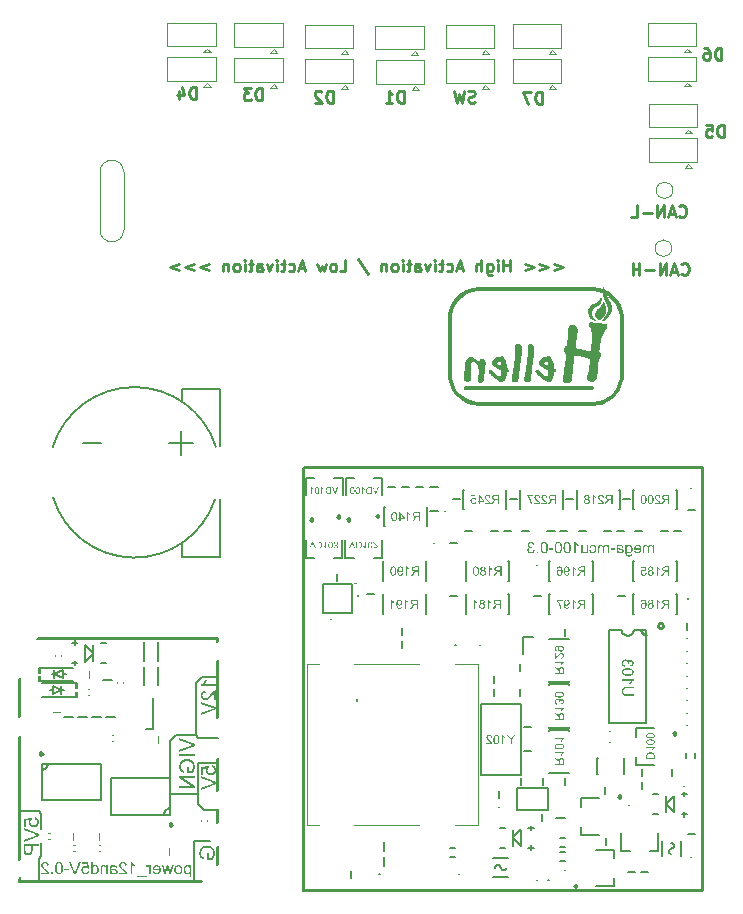
<source format=gbo>
G75*
G70*
%OFA0B0*%
%FSLAX25Y25*%
%IPPOS*%
%LPD*%
%AMOC8*
5,1,8,0,0,1.08239X$1,22.5*
%
%ADD111C,0.00394*%
%ADD112C,0.00300*%
%ADD40C,0.00787*%
%ADD44C,0.00984*%
%ADD45C,0.00472*%
%ADD46C,0.00669*%
%ADD49C,0.00800*%
%ADD50C,0.00000*%
%ADD51C,0.00591*%
X0000000Y0000000D02*
%LPD*%
G01*
D44*
X0067706Y0295415D02*
X0067706Y0299352D01*
X0067706Y0299352D02*
X0066769Y0299352D01*
X0066769Y0299352D02*
X0066206Y0299164D01*
X0066206Y0299164D02*
X0065831Y0298789D01*
X0065831Y0298789D02*
X0065644Y0298414D01*
X0065644Y0298414D02*
X0065456Y0297664D01*
X0065456Y0297664D02*
X0065456Y0297102D01*
X0065456Y0297102D02*
X0065644Y0296352D01*
X0065644Y0296352D02*
X0065831Y0295977D01*
X0065831Y0295977D02*
X0066206Y0295602D01*
X0066206Y0295602D02*
X0066769Y0295415D01*
X0066769Y0295415D02*
X0067706Y0295415D01*
X0062082Y0298039D02*
X0062082Y0295415D01*
X0063019Y0299539D02*
X0063957Y0296727D01*
X0063957Y0296727D02*
X0061519Y0296727D01*
X0242903Y0308407D02*
X0242903Y0312344D01*
X0242903Y0312344D02*
X0241966Y0312344D01*
X0241966Y0312344D02*
X0241403Y0312156D01*
X0241403Y0312156D02*
X0241028Y0311781D01*
X0241028Y0311781D02*
X0240841Y0311406D01*
X0240841Y0311406D02*
X0240653Y0310656D01*
X0240653Y0310656D02*
X0240653Y0310094D01*
X0240653Y0310094D02*
X0240841Y0309344D01*
X0240841Y0309344D02*
X0241028Y0308969D01*
X0241028Y0308969D02*
X0241403Y0308594D01*
X0241403Y0308594D02*
X0241966Y0308407D01*
X0241966Y0308407D02*
X0242903Y0308407D01*
X0237279Y0312344D02*
X0238029Y0312344D01*
X0238029Y0312344D02*
X0238404Y0312156D01*
X0238404Y0312156D02*
X0238591Y0311969D01*
X0238591Y0311969D02*
X0238966Y0311406D01*
X0238966Y0311406D02*
X0239153Y0310656D01*
X0239153Y0310656D02*
X0239153Y0309157D01*
X0239153Y0309157D02*
X0238966Y0308782D01*
X0238966Y0308782D02*
X0238778Y0308594D01*
X0238778Y0308594D02*
X0238404Y0308407D01*
X0238404Y0308407D02*
X0237654Y0308407D01*
X0237654Y0308407D02*
X0237279Y0308594D01*
X0237279Y0308594D02*
X0237091Y0308782D01*
X0237091Y0308782D02*
X0236904Y0309157D01*
X0236904Y0309157D02*
X0236904Y0310094D01*
X0236904Y0310094D02*
X0237091Y0310469D01*
X0237091Y0310469D02*
X0237279Y0310656D01*
X0237279Y0310656D02*
X0237654Y0310844D01*
X0237654Y0310844D02*
X0238404Y0310844D01*
X0238404Y0310844D02*
X0238778Y0310656D01*
X0238778Y0310656D02*
X0238966Y0310469D01*
X0238966Y0310469D02*
X0239153Y0310094D01*
X0113375Y0294233D02*
X0113375Y0298170D01*
X0113375Y0298170D02*
X0112438Y0298170D01*
X0112438Y0298170D02*
X0111876Y0297983D01*
X0111876Y0297983D02*
X0111501Y0297608D01*
X0111501Y0297608D02*
X0111313Y0297233D01*
X0111313Y0297233D02*
X0111126Y0296483D01*
X0111126Y0296483D02*
X0111126Y0295921D01*
X0111126Y0295921D02*
X0111313Y0295171D01*
X0111313Y0295171D02*
X0111501Y0294796D01*
X0111501Y0294796D02*
X0111876Y0294421D01*
X0111876Y0294421D02*
X0112438Y0294233D01*
X0112438Y0294233D02*
X0113375Y0294233D01*
X0109626Y0297796D02*
X0109438Y0297983D01*
X0109438Y0297983D02*
X0109063Y0298170D01*
X0109063Y0298170D02*
X0108126Y0298170D01*
X0108126Y0298170D02*
X0107751Y0297983D01*
X0107751Y0297983D02*
X0107564Y0297796D01*
X0107564Y0297796D02*
X0107376Y0297421D01*
X0107376Y0297421D02*
X0107376Y0297046D01*
X0107376Y0297046D02*
X0107564Y0296483D01*
X0107564Y0296483D02*
X0109813Y0294233D01*
X0109813Y0294233D02*
X0107376Y0294233D01*
X0229630Y0237128D02*
X0229817Y0236941D01*
X0229817Y0236941D02*
X0230380Y0236753D01*
X0230380Y0236753D02*
X0230754Y0236753D01*
X0230754Y0236753D02*
X0231317Y0236941D01*
X0231317Y0236941D02*
X0231692Y0237316D01*
X0231692Y0237316D02*
X0231879Y0237691D01*
X0231879Y0237691D02*
X0232067Y0238440D01*
X0232067Y0238440D02*
X0232067Y0239003D01*
X0232067Y0239003D02*
X0231879Y0239753D01*
X0231879Y0239753D02*
X0231692Y0240128D01*
X0231692Y0240128D02*
X0231317Y0240503D01*
X0231317Y0240503D02*
X0230754Y0240690D01*
X0230754Y0240690D02*
X0230380Y0240690D01*
X0230380Y0240690D02*
X0229817Y0240503D01*
X0229817Y0240503D02*
X0229630Y0240315D01*
X0228130Y0237878D02*
X0226255Y0237878D01*
X0228505Y0236753D02*
X0227192Y0240690D01*
X0227192Y0240690D02*
X0225880Y0236753D01*
X0224568Y0236753D02*
X0224568Y0240690D01*
X0224568Y0240690D02*
X0222318Y0236753D01*
X0222318Y0236753D02*
X0222318Y0240690D01*
X0220443Y0238253D02*
X0217444Y0238253D01*
X0215569Y0236753D02*
X0215569Y0240690D01*
X0215569Y0238815D02*
X0213319Y0238815D01*
X0213319Y0236753D02*
X0213319Y0240690D01*
X0136997Y0294233D02*
X0136997Y0298170D01*
X0136997Y0298170D02*
X0136060Y0298170D01*
X0136060Y0298170D02*
X0135498Y0297983D01*
X0135498Y0297983D02*
X0135123Y0297608D01*
X0135123Y0297608D02*
X0134935Y0297233D01*
X0134935Y0297233D02*
X0134748Y0296483D01*
X0134748Y0296483D02*
X0134748Y0295921D01*
X0134748Y0295921D02*
X0134935Y0295171D01*
X0134935Y0295171D02*
X0135123Y0294796D01*
X0135123Y0294796D02*
X0135498Y0294421D01*
X0135498Y0294421D02*
X0136060Y0294233D01*
X0136060Y0294233D02*
X0136997Y0294233D01*
X0130998Y0294233D02*
X0133248Y0294233D01*
X0132123Y0294233D02*
X0132123Y0298170D01*
X0132123Y0298170D02*
X0132498Y0297608D01*
X0132498Y0297608D02*
X0132873Y0297233D01*
X0132873Y0297233D02*
X0133248Y0297046D01*
X0160807Y0294421D02*
X0160245Y0294233D01*
X0160245Y0294233D02*
X0159307Y0294233D01*
X0159307Y0294233D02*
X0158932Y0294421D01*
X0158932Y0294421D02*
X0158745Y0294608D01*
X0158745Y0294608D02*
X0158557Y0294983D01*
X0158557Y0294983D02*
X0158557Y0295358D01*
X0158557Y0295358D02*
X0158745Y0295733D01*
X0158745Y0295733D02*
X0158932Y0295921D01*
X0158932Y0295921D02*
X0159307Y0296108D01*
X0159307Y0296108D02*
X0160057Y0296296D01*
X0160057Y0296296D02*
X0160432Y0296483D01*
X0160432Y0296483D02*
X0160620Y0296671D01*
X0160620Y0296671D02*
X0160807Y0297046D01*
X0160807Y0297046D02*
X0160807Y0297421D01*
X0160807Y0297421D02*
X0160620Y0297796D01*
X0160620Y0297796D02*
X0160432Y0297983D01*
X0160432Y0297983D02*
X0160057Y0298170D01*
X0160057Y0298170D02*
X0159120Y0298170D01*
X0159120Y0298170D02*
X0158557Y0297983D01*
X0157245Y0298170D02*
X0156308Y0294233D01*
X0156308Y0294233D02*
X0155558Y0297046D01*
X0155558Y0297046D02*
X0154808Y0294233D01*
X0154808Y0294233D02*
X0153870Y0298170D01*
X0228842Y0256419D02*
X0229030Y0256232D01*
X0229030Y0256232D02*
X0229592Y0256045D01*
X0229592Y0256045D02*
X0229967Y0256045D01*
X0229967Y0256045D02*
X0230530Y0256232D01*
X0230530Y0256232D02*
X0230904Y0256607D01*
X0230904Y0256607D02*
X0231092Y0256982D01*
X0231092Y0256982D02*
X0231279Y0257732D01*
X0231279Y0257732D02*
X0231279Y0258294D01*
X0231279Y0258294D02*
X0231092Y0259044D01*
X0231092Y0259044D02*
X0230904Y0259419D01*
X0230904Y0259419D02*
X0230530Y0259794D01*
X0230530Y0259794D02*
X0229967Y0259982D01*
X0229967Y0259982D02*
X0229592Y0259982D01*
X0229592Y0259982D02*
X0229030Y0259794D01*
X0229030Y0259794D02*
X0228842Y0259607D01*
X0227342Y0257169D02*
X0225468Y0257169D01*
X0227717Y0256045D02*
X0226405Y0259982D01*
X0226405Y0259982D02*
X0225093Y0256045D01*
X0223780Y0256045D02*
X0223780Y0259982D01*
X0223780Y0259982D02*
X0221531Y0256045D01*
X0221531Y0256045D02*
X0221531Y0259982D01*
X0219656Y0257544D02*
X0216656Y0257544D01*
X0212907Y0256045D02*
X0214781Y0256045D01*
X0214781Y0256045D02*
X0214781Y0259982D01*
X0183060Y0293840D02*
X0183060Y0297777D01*
X0183060Y0297777D02*
X0182123Y0297777D01*
X0182123Y0297777D02*
X0181561Y0297589D01*
X0181561Y0297589D02*
X0181186Y0297214D01*
X0181186Y0297214D02*
X0180998Y0296839D01*
X0180998Y0296839D02*
X0180811Y0296090D01*
X0180811Y0296090D02*
X0180811Y0295527D01*
X0180811Y0295527D02*
X0180998Y0294777D01*
X0180998Y0294777D02*
X0181186Y0294402D01*
X0181186Y0294402D02*
X0181561Y0294027D01*
X0181561Y0294027D02*
X0182123Y0293840D01*
X0182123Y0293840D02*
X0183060Y0293840D01*
X0179498Y0297777D02*
X0176874Y0297777D01*
X0176874Y0297777D02*
X0178561Y0293840D01*
X0089753Y0295021D02*
X0089753Y0298958D01*
X0089753Y0298958D02*
X0088816Y0298958D01*
X0088816Y0298958D02*
X0088254Y0298770D01*
X0088254Y0298770D02*
X0087879Y0298395D01*
X0087879Y0298395D02*
X0087691Y0298021D01*
X0087691Y0298021D02*
X0087504Y0297271D01*
X0087504Y0297271D02*
X0087504Y0296708D01*
X0087504Y0296708D02*
X0087691Y0295958D01*
X0087691Y0295958D02*
X0087879Y0295583D01*
X0087879Y0295583D02*
X0088254Y0295208D01*
X0088254Y0295208D02*
X0088816Y0295021D01*
X0088816Y0295021D02*
X0089753Y0295021D01*
X0086191Y0298958D02*
X0083754Y0298958D01*
X0083754Y0298958D02*
X0085066Y0297458D01*
X0085066Y0297458D02*
X0084504Y0297458D01*
X0084504Y0297458D02*
X0084129Y0297271D01*
X0084129Y0297271D02*
X0083942Y0297083D01*
X0083942Y0297083D02*
X0083754Y0296708D01*
X0083754Y0296708D02*
X0083754Y0295771D01*
X0083754Y0295771D02*
X0083942Y0295396D01*
X0083942Y0295396D02*
X0084129Y0295208D01*
X0084129Y0295208D02*
X0084504Y0295021D01*
X0084504Y0295021D02*
X0085629Y0295021D01*
X0085629Y0295021D02*
X0086004Y0295208D01*
X0086004Y0295208D02*
X0086191Y0295396D01*
X0187147Y0240559D02*
X0190147Y0239434D01*
X0190147Y0239434D02*
X0187147Y0238309D01*
X0182273Y0240559D02*
X0185273Y0239434D01*
X0185273Y0239434D02*
X0182273Y0238309D01*
X0177399Y0240559D02*
X0180398Y0239434D01*
X0180398Y0239434D02*
X0177399Y0238309D01*
X0172524Y0237934D02*
X0172524Y0241871D01*
X0172524Y0239997D02*
X0170275Y0239997D01*
X0170275Y0237934D02*
X0170275Y0241871D01*
X0168400Y0237934D02*
X0168400Y0240559D01*
X0168400Y0241871D02*
X0168587Y0241684D01*
X0168587Y0241684D02*
X0168400Y0241496D01*
X0168400Y0241496D02*
X0168212Y0241684D01*
X0168212Y0241684D02*
X0168400Y0241871D01*
X0168400Y0241871D02*
X0168400Y0241496D01*
X0164838Y0240559D02*
X0164838Y0237372D01*
X0164838Y0237372D02*
X0165025Y0236997D01*
X0165025Y0236997D02*
X0165213Y0236809D01*
X0165213Y0236809D02*
X0165588Y0236622D01*
X0165588Y0236622D02*
X0166150Y0236622D01*
X0166150Y0236622D02*
X0166525Y0236809D01*
X0164838Y0238122D02*
X0165213Y0237934D01*
X0165213Y0237934D02*
X0165963Y0237934D01*
X0165963Y0237934D02*
X0166338Y0238122D01*
X0166338Y0238122D02*
X0166525Y0238309D01*
X0166525Y0238309D02*
X0166713Y0238684D01*
X0166713Y0238684D02*
X0166713Y0239809D01*
X0166713Y0239809D02*
X0166525Y0240184D01*
X0166525Y0240184D02*
X0166338Y0240371D01*
X0166338Y0240371D02*
X0165963Y0240559D01*
X0165963Y0240559D02*
X0165213Y0240559D01*
X0165213Y0240559D02*
X0164838Y0240371D01*
X0162963Y0237934D02*
X0162963Y0241871D01*
X0161276Y0237934D02*
X0161276Y0239997D01*
X0161276Y0239997D02*
X0161463Y0240371D01*
X0161463Y0240371D02*
X0161838Y0240559D01*
X0161838Y0240559D02*
X0162401Y0240559D01*
X0162401Y0240559D02*
X0162775Y0240371D01*
X0162775Y0240371D02*
X0162963Y0240184D01*
X0156589Y0239059D02*
X0154714Y0239059D01*
X0156964Y0237934D02*
X0155651Y0241871D01*
X0155651Y0241871D02*
X0154339Y0237934D01*
X0151339Y0238122D02*
X0151714Y0237934D01*
X0151714Y0237934D02*
X0152464Y0237934D01*
X0152464Y0237934D02*
X0152839Y0238122D01*
X0152839Y0238122D02*
X0153027Y0238309D01*
X0153027Y0238309D02*
X0153214Y0238684D01*
X0153214Y0238684D02*
X0153214Y0239809D01*
X0153214Y0239809D02*
X0153027Y0240184D01*
X0153027Y0240184D02*
X0152839Y0240371D01*
X0152839Y0240371D02*
X0152464Y0240559D01*
X0152464Y0240559D02*
X0151714Y0240559D01*
X0151714Y0240559D02*
X0151339Y0240371D01*
X0150215Y0240559D02*
X0148715Y0240559D01*
X0149652Y0241871D02*
X0149652Y0238497D01*
X0149652Y0238497D02*
X0149465Y0238122D01*
X0149465Y0238122D02*
X0149090Y0237934D01*
X0149090Y0237934D02*
X0148715Y0237934D01*
X0147402Y0237934D02*
X0147402Y0240559D01*
X0147402Y0241871D02*
X0147590Y0241684D01*
X0147590Y0241684D02*
X0147402Y0241496D01*
X0147402Y0241496D02*
X0147215Y0241684D01*
X0147215Y0241684D02*
X0147402Y0241871D01*
X0147402Y0241871D02*
X0147402Y0241496D01*
X0145903Y0240559D02*
X0144965Y0237934D01*
X0144965Y0237934D02*
X0144028Y0240559D01*
X0140841Y0237934D02*
X0140841Y0239997D01*
X0140841Y0239997D02*
X0141028Y0240371D01*
X0141028Y0240371D02*
X0141403Y0240559D01*
X0141403Y0240559D02*
X0142153Y0240559D01*
X0142153Y0240559D02*
X0142528Y0240371D01*
X0140841Y0238122D02*
X0141216Y0237934D01*
X0141216Y0237934D02*
X0142153Y0237934D01*
X0142153Y0237934D02*
X0142528Y0238122D01*
X0142528Y0238122D02*
X0142715Y0238497D01*
X0142715Y0238497D02*
X0142715Y0238872D01*
X0142715Y0238872D02*
X0142528Y0239247D01*
X0142528Y0239247D02*
X0142153Y0239434D01*
X0142153Y0239434D02*
X0141216Y0239434D01*
X0141216Y0239434D02*
X0140841Y0239622D01*
X0139528Y0240559D02*
X0138029Y0240559D01*
X0138966Y0241871D02*
X0138966Y0238497D01*
X0138966Y0238497D02*
X0138778Y0238122D01*
X0138778Y0238122D02*
X0138404Y0237934D01*
X0138404Y0237934D02*
X0138029Y0237934D01*
X0136716Y0237934D02*
X0136716Y0240559D01*
X0136716Y0241871D02*
X0136904Y0241684D01*
X0136904Y0241684D02*
X0136716Y0241496D01*
X0136716Y0241496D02*
X0136529Y0241684D01*
X0136529Y0241684D02*
X0136716Y0241871D01*
X0136716Y0241871D02*
X0136716Y0241496D01*
X0134279Y0237934D02*
X0134654Y0238122D01*
X0134654Y0238122D02*
X0134841Y0238309D01*
X0134841Y0238309D02*
X0135029Y0238684D01*
X0135029Y0238684D02*
X0135029Y0239809D01*
X0135029Y0239809D02*
X0134841Y0240184D01*
X0134841Y0240184D02*
X0134654Y0240371D01*
X0134654Y0240371D02*
X0134279Y0240559D01*
X0134279Y0240559D02*
X0133717Y0240559D01*
X0133717Y0240559D02*
X0133342Y0240371D01*
X0133342Y0240371D02*
X0133154Y0240184D01*
X0133154Y0240184D02*
X0132967Y0239809D01*
X0132967Y0239809D02*
X0132967Y0238684D01*
X0132967Y0238684D02*
X0133154Y0238309D01*
X0133154Y0238309D02*
X0133342Y0238122D01*
X0133342Y0238122D02*
X0133717Y0237934D01*
X0133717Y0237934D02*
X0134279Y0237934D01*
X0131279Y0240559D02*
X0131279Y0237934D01*
X0131279Y0240184D02*
X0131092Y0240371D01*
X0131092Y0240371D02*
X0130717Y0240559D01*
X0130717Y0240559D02*
X0130155Y0240559D01*
X0130155Y0240559D02*
X0129780Y0240371D01*
X0129780Y0240371D02*
X0129592Y0239997D01*
X0129592Y0239997D02*
X0129592Y0237934D01*
X0121906Y0242059D02*
X0125280Y0236997D01*
X0115719Y0237934D02*
X0117594Y0237934D01*
X0117594Y0237934D02*
X0117594Y0241871D01*
X0113844Y0237934D02*
X0114219Y0238122D01*
X0114219Y0238122D02*
X0114407Y0238309D01*
X0114407Y0238309D02*
X0114594Y0238684D01*
X0114594Y0238684D02*
X0114594Y0239809D01*
X0114594Y0239809D02*
X0114407Y0240184D01*
X0114407Y0240184D02*
X0114219Y0240371D01*
X0114219Y0240371D02*
X0113844Y0240559D01*
X0113844Y0240559D02*
X0113282Y0240559D01*
X0113282Y0240559D02*
X0112907Y0240371D01*
X0112907Y0240371D02*
X0112719Y0240184D01*
X0112719Y0240184D02*
X0112532Y0239809D01*
X0112532Y0239809D02*
X0112532Y0238684D01*
X0112532Y0238684D02*
X0112719Y0238309D01*
X0112719Y0238309D02*
X0112907Y0238122D01*
X0112907Y0238122D02*
X0113282Y0237934D01*
X0113282Y0237934D02*
X0113844Y0237934D01*
X0111219Y0240559D02*
X0110470Y0237934D01*
X0110470Y0237934D02*
X0109720Y0239809D01*
X0109720Y0239809D02*
X0108970Y0237934D01*
X0108970Y0237934D02*
X0108220Y0240559D01*
X0103908Y0239059D02*
X0102033Y0239059D01*
X0104283Y0237934D02*
X0102970Y0241871D01*
X0102970Y0241871D02*
X0101658Y0237934D01*
X0098658Y0238122D02*
X0099033Y0237934D01*
X0099033Y0237934D02*
X0099783Y0237934D01*
X0099783Y0237934D02*
X0100158Y0238122D01*
X0100158Y0238122D02*
X0100346Y0238309D01*
X0100346Y0238309D02*
X0100533Y0238684D01*
X0100533Y0238684D02*
X0100533Y0239809D01*
X0100533Y0239809D02*
X0100346Y0240184D01*
X0100346Y0240184D02*
X0100158Y0240371D01*
X0100158Y0240371D02*
X0099783Y0240559D01*
X0099783Y0240559D02*
X0099033Y0240559D01*
X0099033Y0240559D02*
X0098658Y0240371D01*
X0097534Y0240559D02*
X0096034Y0240559D01*
X0096971Y0241871D02*
X0096971Y0238497D01*
X0096971Y0238497D02*
X0096784Y0238122D01*
X0096784Y0238122D02*
X0096409Y0237934D01*
X0096409Y0237934D02*
X0096034Y0237934D01*
X0094721Y0237934D02*
X0094721Y0240559D01*
X0094721Y0241871D02*
X0094909Y0241684D01*
X0094909Y0241684D02*
X0094721Y0241496D01*
X0094721Y0241496D02*
X0094534Y0241684D01*
X0094534Y0241684D02*
X0094721Y0241871D01*
X0094721Y0241871D02*
X0094721Y0241496D01*
X0093222Y0240559D02*
X0092284Y0237934D01*
X0092284Y0237934D02*
X0091347Y0240559D01*
X0088160Y0237934D02*
X0088160Y0239997D01*
X0088160Y0239997D02*
X0088347Y0240371D01*
X0088347Y0240371D02*
X0088722Y0240559D01*
X0088722Y0240559D02*
X0089472Y0240559D01*
X0089472Y0240559D02*
X0089847Y0240371D01*
X0088160Y0238122D02*
X0088535Y0237934D01*
X0088535Y0237934D02*
X0089472Y0237934D01*
X0089472Y0237934D02*
X0089847Y0238122D01*
X0089847Y0238122D02*
X0090035Y0238497D01*
X0090035Y0238497D02*
X0090035Y0238872D01*
X0090035Y0238872D02*
X0089847Y0239247D01*
X0089847Y0239247D02*
X0089472Y0239434D01*
X0089472Y0239434D02*
X0088535Y0239434D01*
X0088535Y0239434D02*
X0088160Y0239622D01*
X0086847Y0240559D02*
X0085348Y0240559D01*
X0086285Y0241871D02*
X0086285Y0238497D01*
X0086285Y0238497D02*
X0086098Y0238122D01*
X0086098Y0238122D02*
X0085723Y0237934D01*
X0085723Y0237934D02*
X0085348Y0237934D01*
X0084035Y0237934D02*
X0084035Y0240559D01*
X0084035Y0241871D02*
X0084223Y0241684D01*
X0084223Y0241684D02*
X0084035Y0241496D01*
X0084035Y0241496D02*
X0083848Y0241684D01*
X0083848Y0241684D02*
X0084035Y0241871D01*
X0084035Y0241871D02*
X0084035Y0241496D01*
X0081598Y0237934D02*
X0081973Y0238122D01*
X0081973Y0238122D02*
X0082161Y0238309D01*
X0082161Y0238309D02*
X0082348Y0238684D01*
X0082348Y0238684D02*
X0082348Y0239809D01*
X0082348Y0239809D02*
X0082161Y0240184D01*
X0082161Y0240184D02*
X0081973Y0240371D01*
X0081973Y0240371D02*
X0081598Y0240559D01*
X0081598Y0240559D02*
X0081036Y0240559D01*
X0081036Y0240559D02*
X0080661Y0240371D01*
X0080661Y0240371D02*
X0080473Y0240184D01*
X0080473Y0240184D02*
X0080286Y0239809D01*
X0080286Y0239809D02*
X0080286Y0238684D01*
X0080286Y0238684D02*
X0080473Y0238309D01*
X0080473Y0238309D02*
X0080661Y0238122D01*
X0080661Y0238122D02*
X0081036Y0237934D01*
X0081036Y0237934D02*
X0081598Y0237934D01*
X0078599Y0240559D02*
X0078599Y0237934D01*
X0078599Y0240184D02*
X0078411Y0240371D01*
X0078411Y0240371D02*
X0078036Y0240559D01*
X0078036Y0240559D02*
X0077474Y0240559D01*
X0077474Y0240559D02*
X0077099Y0240371D01*
X0077099Y0240371D02*
X0076911Y0239997D01*
X0076911Y0239997D02*
X0076911Y0237934D01*
X0072037Y0240559D02*
X0069037Y0239434D01*
X0069037Y0239434D02*
X0072037Y0238309D01*
X0067162Y0240559D02*
X0064163Y0239434D01*
X0064163Y0239434D02*
X0067162Y0238309D01*
X0062288Y0240559D02*
X0059288Y0239434D01*
X0059288Y0239434D02*
X0062288Y0238309D01*
X0243690Y0282816D02*
X0243690Y0286753D01*
X0243690Y0286753D02*
X0242753Y0286753D01*
X0242753Y0286753D02*
X0242191Y0286566D01*
X0242191Y0286566D02*
X0241816Y0286191D01*
X0241816Y0286191D02*
X0241628Y0285816D01*
X0241628Y0285816D02*
X0241441Y0285066D01*
X0241441Y0285066D02*
X0241441Y0284503D01*
X0241441Y0284503D02*
X0241628Y0283754D01*
X0241628Y0283754D02*
X0241816Y0283379D01*
X0241816Y0283379D02*
X0242191Y0283004D01*
X0242191Y0283004D02*
X0242753Y0282816D01*
X0242753Y0282816D02*
X0243690Y0282816D01*
X0237879Y0286753D02*
X0239753Y0286753D01*
X0239753Y0286753D02*
X0239941Y0284878D01*
X0239941Y0284878D02*
X0239753Y0285066D01*
X0239753Y0285066D02*
X0239378Y0285253D01*
X0239378Y0285253D02*
X0238441Y0285253D01*
X0238441Y0285253D02*
X0238066Y0285066D01*
X0238066Y0285066D02*
X0237879Y0284878D01*
X0237879Y0284878D02*
X0237691Y0284503D01*
X0237691Y0284503D02*
X0237691Y0283566D01*
X0237691Y0283566D02*
X0237879Y0283191D01*
X0237879Y0283191D02*
X0238066Y0283004D01*
X0238066Y0283004D02*
X0238441Y0282816D01*
X0238441Y0282816D02*
X0239378Y0282816D01*
X0239378Y0282816D02*
X0239753Y0283004D01*
X0239753Y0283004D02*
X0239941Y0283191D01*
D40*
X0008760Y0089468D02*
X0008760Y0102067D01*
X0008760Y0041830D02*
X0008760Y0082775D01*
X0008760Y0034350D02*
X0008760Y0035531D01*
X0008760Y0034350D02*
X0069389Y0034350D01*
X0014665Y0115452D02*
X0074901Y0115452D01*
X0074901Y0089075D02*
X0074901Y0107972D01*
X0074901Y0064665D02*
X0074901Y0075295D01*
X0074901Y0054035D02*
X0074901Y0058366D01*
X0074901Y0040059D02*
X0074901Y0046161D01*
X0074901Y0114271D02*
X0074901Y0115452D01*
X0103445Y0172342D02*
X0103445Y0031397D01*
X0236515Y0172342D02*
X0103445Y0172342D01*
X0236515Y0172342D02*
X0236515Y0031397D01*
X0236515Y0031397D02*
X0103445Y0031397D01*
D45*
X0035826Y0251968D02*
X0035826Y0271063D01*
X0043700Y0251968D02*
X0043700Y0271063D01*
X0035826Y0271063D02*
G75*
G02*
X0043700Y0271063I0003937J0000000D01*
G01*
X0043700Y0251771D02*
G75*
G02*
X0035826Y0251771I-003937J0000000D01*
G01*
X0080512Y0309055D02*
X0080512Y0301181D01*
X0080512Y0301181D02*
X0096653Y0301181D01*
X0093700Y0300393D02*
X0092519Y0299212D01*
X0093700Y0300393D02*
X0094882Y0299212D01*
X0094882Y0299212D02*
X0092519Y0299212D01*
X0096653Y0309055D02*
X0080512Y0309055D01*
X0096653Y0301181D02*
X0096653Y0309055D01*
D51*
X0036144Y0180866D02*
X0030144Y0180866D01*
X0062644Y0176866D02*
X0062644Y0184866D01*
X0063244Y0195160D02*
X0063244Y0198866D01*
X0063244Y0142866D02*
X0063244Y0147591D01*
X0066644Y0180866D02*
X0058644Y0180866D01*
X0075670Y0198866D02*
X0063244Y0198866D01*
X0075670Y0179650D02*
X0075670Y0198866D01*
X0075670Y0142866D02*
X0063244Y0142866D01*
X0075670Y0142866D02*
X0075670Y0162082D01*
X0020009Y0179346D02*
G75*
G02*
X0074453Y0179429I0027235J-008480D01*
G01*
X0074077Y0161821D02*
G75*
G02*
X0020191Y0162504I-026832J0009045D01*
G01*
D45*
X0080512Y0320590D02*
X0080512Y0312716D01*
X0080512Y0312716D02*
X0096653Y0312716D01*
X0093700Y0311929D02*
X0092519Y0310748D01*
X0093700Y0311929D02*
X0094882Y0310748D01*
X0094882Y0310748D02*
X0092519Y0310748D01*
X0096653Y0320590D02*
X0080512Y0320590D01*
X0096653Y0312716D02*
X0096653Y0320590D01*
X0173425Y0308661D02*
X0173425Y0300787D01*
X0173425Y0300787D02*
X0189567Y0300787D01*
X0186614Y0300000D02*
X0185433Y0298819D01*
X0186614Y0300000D02*
X0187795Y0298819D01*
X0187795Y0298819D02*
X0185433Y0298819D01*
X0189567Y0308661D02*
X0173425Y0308661D01*
X0189567Y0300787D02*
X0189567Y0308661D01*
X0218700Y0293819D02*
X0218700Y0285945D01*
X0218700Y0285945D02*
X0234842Y0285945D01*
X0231889Y0285157D02*
X0230708Y0283976D01*
X0231889Y0285157D02*
X0233071Y0283976D01*
X0233071Y0283976D02*
X0230708Y0283976D01*
X0234842Y0293819D02*
X0218700Y0293819D01*
X0234842Y0285945D02*
X0234842Y0293819D01*
X0127559Y0319911D02*
X0127559Y0312037D01*
X0127559Y0312037D02*
X0143700Y0312037D01*
X0140748Y0311250D02*
X0139567Y0310069D01*
X0140748Y0311250D02*
X0141929Y0310069D01*
X0141929Y0310069D02*
X0139567Y0310069D01*
X0143700Y0319911D02*
X0127559Y0319911D01*
X0143700Y0312037D02*
X0143700Y0319911D01*
X0218700Y0282283D02*
X0218700Y0274409D01*
X0218700Y0274409D02*
X0234842Y0274409D01*
X0231889Y0273622D02*
X0230708Y0272441D01*
X0231889Y0273622D02*
X0233071Y0272441D01*
X0233071Y0272441D02*
X0230708Y0272441D01*
X0234842Y0282283D02*
X0218700Y0282283D01*
X0234842Y0274409D02*
X0234842Y0282283D01*
D50*
G36*
X0180790Y0199774D02*
G01*
X0182139Y0199773D01*
X0183477Y0199772D01*
X0184797Y0199770D01*
X0186096Y0199769D01*
X0187368Y0199767D01*
X0188608Y0199764D01*
X0189811Y0199761D01*
X0190973Y0199758D01*
X0192089Y0199755D01*
X0193154Y0199751D01*
X0194163Y0199747D01*
X0195111Y0199743D01*
X0195993Y0199738D01*
X0196805Y0199733D01*
X0197541Y0199727D01*
X0198197Y0199721D01*
X0198767Y0199715D01*
X0199248Y0199708D01*
X0199633Y0199701D01*
X0199919Y0199694D01*
X0200100Y0199687D01*
X0200172Y0199679D01*
X0200318Y0199564D01*
X0200445Y0199346D01*
X0200490Y0199073D01*
X0200484Y0198982D01*
X0200428Y0198829D01*
X0200296Y0198670D01*
X0200101Y0198475D01*
X0157401Y0198475D01*
X0157206Y0198670D01*
X0157127Y0198756D01*
X0157037Y0198906D01*
X0157012Y0199073D01*
X0157039Y0199287D01*
X0157149Y0199520D01*
X0157330Y0199679D01*
X0157330Y0199679D01*
X0157402Y0199687D01*
X0157584Y0199694D01*
X0157870Y0199701D01*
X0158256Y0199708D01*
X0158736Y0199715D01*
X0159307Y0199721D01*
X0159963Y0199727D01*
X0160700Y0199733D01*
X0161512Y0199738D01*
X0162394Y0199743D01*
X0163342Y0199747D01*
X0164351Y0199751D01*
X0165416Y0199755D01*
X0166532Y0199758D01*
X0167694Y0199761D01*
X0168898Y0199764D01*
X0170138Y0199767D01*
X0171410Y0199769D01*
X0172709Y0199770D01*
X0174029Y0199772D01*
X0175367Y0199773D01*
X0176716Y0199774D01*
X0178073Y0199774D01*
X0179433Y0199774D01*
X0180790Y0199774D01*
G37*
G36*
X0203638Y0227864D02*
G01*
X0203806Y0227723D01*
X0203806Y0227723D01*
X0203918Y0227616D01*
X0203998Y0227513D01*
X0204060Y0227384D01*
X0204118Y0227202D01*
X0204185Y0226936D01*
X0204196Y0226888D01*
X0204255Y0226595D01*
X0204314Y0226237D01*
X0204369Y0225855D01*
X0204411Y0225490D01*
X0204432Y0225277D01*
X0204458Y0224997D01*
X0204470Y0224792D01*
X0204469Y0224636D01*
X0204454Y0224504D01*
X0204424Y0224371D01*
X0204378Y0224212D01*
X0204357Y0224146D01*
X0204221Y0223826D01*
X0204015Y0223472D01*
X0203731Y0223073D01*
X0203363Y0222617D01*
X0203138Y0222367D01*
X0202911Y0222162D01*
X0202675Y0222007D01*
X0202396Y0221877D01*
X0202292Y0221836D01*
X0202156Y0221784D01*
X0202089Y0221762D01*
X0202077Y0221765D01*
X0201990Y0221814D01*
X0201850Y0221908D01*
X0201684Y0222029D01*
X0201520Y0222156D01*
X0201386Y0222270D01*
X0201279Y0222384D01*
X0201102Y0222659D01*
X0200956Y0222993D01*
X0200858Y0223353D01*
X0200847Y0223410D01*
X0200820Y0223594D01*
X0200821Y0223743D01*
X0200855Y0223904D01*
X0200926Y0224126D01*
X0200971Y0224249D01*
X0201149Y0224627D01*
X0201369Y0224976D01*
X0201613Y0225269D01*
X0201861Y0225476D01*
X0202097Y0225654D01*
X0202377Y0225920D01*
X0202652Y0226233D01*
X0202908Y0226573D01*
X0203131Y0226921D01*
X0203307Y0227255D01*
X0203423Y0227557D01*
X0203465Y0227805D01*
X0203465Y0227819D01*
X0203481Y0227908D01*
X0203534Y0227925D01*
X0203638Y0227864D01*
G37*
G36*
X0202830Y0229339D02*
G01*
X0202892Y0229282D01*
X0202902Y0229274D01*
X0202966Y0229182D01*
X0202998Y0229045D01*
X0203007Y0228830D01*
X0202988Y0228522D01*
X0202869Y0228004D01*
X0202651Y0227509D01*
X0202341Y0227059D01*
X0202340Y0227058D01*
X0202199Y0226915D01*
X0201984Y0226730D01*
X0201721Y0226521D01*
X0201433Y0226305D01*
X0201144Y0226101D01*
X0200878Y0225926D01*
X0200659Y0225798D01*
X0200554Y0225737D01*
X0200340Y0225578D01*
X0200184Y0225413D01*
X0200152Y0225365D01*
X0200023Y0225083D01*
X0199930Y0224726D01*
X0199879Y0224324D01*
X0199877Y0223904D01*
X0199885Y0223785D01*
X0199911Y0223576D01*
X0199959Y0223386D01*
X0200039Y0223175D01*
X0200164Y0222903D01*
X0200241Y0222746D01*
X0200369Y0222515D01*
X0200507Y0222316D01*
X0200679Y0222115D01*
X0200913Y0221876D01*
X0201101Y0221686D01*
X0201258Y0221511D01*
X0201334Y0221399D01*
X0201333Y0221346D01*
X0201290Y0221329D01*
X0201134Y0221327D01*
X0200915Y0221365D01*
X0200658Y0221439D01*
X0200570Y0221475D01*
X0200335Y0221603D01*
X0200059Y0221782D01*
X0199771Y0221992D01*
X0199498Y0222212D01*
X0199268Y0222422D01*
X0199108Y0222601D01*
X0198913Y0222895D01*
X0198646Y0223455D01*
X0198485Y0224057D01*
X0198431Y0224695D01*
X0198459Y0224965D01*
X0198579Y0225360D01*
X0198788Y0225784D01*
X0199078Y0226222D01*
X0199442Y0226660D01*
X0199453Y0226672D01*
X0199552Y0226764D01*
X0199681Y0226858D01*
X0199855Y0226963D01*
X0200090Y0227088D01*
X0200399Y0227241D01*
X0200799Y0227430D01*
X0201082Y0227563D01*
X0201391Y0227710D01*
X0201623Y0227826D01*
X0201794Y0227920D01*
X0201920Y0228003D01*
X0202017Y0228084D01*
X0202100Y0228172D01*
X0202186Y0228278D01*
X0202303Y0228444D01*
X0202464Y0228712D01*
X0202588Y0228967D01*
X0202619Y0229040D01*
X0202697Y0229225D01*
X0202747Y0229326D01*
X0202787Y0229359D01*
X0202830Y0229339D01*
G37*
G36*
X0179635Y0213854D02*
G01*
X0179953Y0213743D01*
X0180213Y0213534D01*
X0180416Y0213226D01*
X0180562Y0212819D01*
X0180580Y0212741D01*
X0180615Y0212523D01*
X0180633Y0212264D01*
X0180635Y0211956D01*
X0180620Y0211591D01*
X0180587Y0211162D01*
X0180535Y0210660D01*
X0180464Y0210077D01*
X0180372Y0209406D01*
X0180261Y0208639D01*
X0180127Y0207767D01*
X0180089Y0207514D01*
X0180019Y0207034D01*
X0179952Y0206551D01*
X0179892Y0206091D01*
X0179843Y0205686D01*
X0179809Y0205364D01*
X0179799Y0205266D01*
X0179747Y0204747D01*
X0179691Y0204222D01*
X0179631Y0203705D01*
X0179571Y0203208D01*
X0179511Y0202745D01*
X0179454Y0202330D01*
X0179402Y0201975D01*
X0179355Y0201694D01*
X0179316Y0201501D01*
X0179287Y0201408D01*
X0179219Y0201319D01*
X0179005Y0201154D01*
X0178735Y0201048D01*
X0178617Y0201028D01*
X0178407Y0201009D01*
X0178179Y0201000D01*
X0177833Y0201025D01*
X0177533Y0201123D01*
X0177319Y0201295D01*
X0177192Y0201543D01*
X0177149Y0201865D01*
X0177155Y0201954D01*
X0177181Y0202159D01*
X0177225Y0202433D01*
X0177282Y0202752D01*
X0177349Y0203091D01*
X0177383Y0203259D01*
X0177489Y0203786D01*
X0177574Y0204230D01*
X0177641Y0204613D01*
X0177695Y0204959D01*
X0177739Y0205289D01*
X0177778Y0205626D01*
X0177788Y0205717D01*
X0177821Y0205993D01*
X0177867Y0206345D01*
X0177921Y0206747D01*
X0177980Y0207174D01*
X0178041Y0207600D01*
X0178131Y0208219D01*
X0178213Y0208786D01*
X0178281Y0209265D01*
X0178336Y0209667D01*
X0178378Y0210006D01*
X0178409Y0210294D01*
X0178431Y0210545D01*
X0178443Y0210770D01*
X0178448Y0210983D01*
X0178446Y0211195D01*
X0178438Y0211421D01*
X0178426Y0211672D01*
X0178410Y0211961D01*
X0178404Y0212073D01*
X0178387Y0212434D01*
X0178376Y0212756D01*
X0178371Y0213022D01*
X0178373Y0213212D01*
X0178382Y0213306D01*
X0178388Y0213325D01*
X0178522Y0213550D01*
X0178745Y0213723D01*
X0179040Y0213835D01*
X0179391Y0213875D01*
X0179635Y0213854D01*
G37*
G36*
X0175648Y0213802D02*
G01*
X0175911Y0213670D01*
X0176116Y0213468D01*
X0176175Y0213382D01*
X0176271Y0213216D01*
X0176349Y0213037D01*
X0176409Y0212837D01*
X0176451Y0212607D01*
X0176475Y0212339D01*
X0176480Y0212024D01*
X0176466Y0211655D01*
X0176433Y0211223D01*
X0176381Y0210719D01*
X0176309Y0210137D01*
X0176218Y0209466D01*
X0176107Y0208700D01*
X0175975Y0207829D01*
X0175975Y0207823D01*
X0175905Y0207361D01*
X0175839Y0206899D01*
X0175779Y0206461D01*
X0175727Y0206069D01*
X0175687Y0205745D01*
X0175662Y0205512D01*
X0175662Y0205510D01*
X0175636Y0205241D01*
X0175599Y0204889D01*
X0175554Y0204487D01*
X0175506Y0204064D01*
X0175458Y0203653D01*
X0175453Y0203612D01*
X0175406Y0203217D01*
X0175359Y0202829D01*
X0175317Y0202475D01*
X0175282Y0202182D01*
X0175258Y0201976D01*
X0175250Y0201915D01*
X0175210Y0201681D01*
X0175163Y0201486D01*
X0175116Y0201369D01*
X0175081Y0201326D01*
X0174926Y0201208D01*
X0174715Y0201102D01*
X0174489Y0201030D01*
X0174374Y0201012D01*
X0174120Y0200999D01*
X0173850Y0201010D01*
X0173606Y0201043D01*
X0173433Y0201095D01*
X0173384Y0201122D01*
X0173170Y0201303D01*
X0173026Y0201542D01*
X0172973Y0201803D01*
X0172973Y0201811D01*
X0172986Y0201945D01*
X0173019Y0202168D01*
X0173068Y0202457D01*
X0173129Y0202793D01*
X0173198Y0203153D01*
X0173241Y0203367D01*
X0173353Y0203942D01*
X0173444Y0204434D01*
X0173517Y0204862D01*
X0173575Y0205247D01*
X0173623Y0205609D01*
X0173663Y0205970D01*
X0173667Y0206014D01*
X0173695Y0206251D01*
X0173737Y0206576D01*
X0173789Y0206968D01*
X0173849Y0207407D01*
X0173914Y0207872D01*
X0173982Y0208344D01*
X0174027Y0208658D01*
X0174107Y0209228D01*
X0174171Y0209713D01*
X0174218Y0210129D01*
X0174251Y0210496D01*
X0174271Y0210830D01*
X0174278Y0211150D01*
X0174274Y0211473D01*
X0174261Y0211818D01*
X0174239Y0212203D01*
X0174227Y0212396D01*
X0174210Y0212714D01*
X0174202Y0212946D01*
X0174204Y0213112D01*
X0174216Y0213230D01*
X0174240Y0213322D01*
X0174276Y0213405D01*
X0174315Y0213475D01*
X0174503Y0213670D01*
X0174754Y0213801D01*
X0175045Y0213867D01*
X0175351Y0213868D01*
X0175648Y0213802D01*
G37*
G36*
X0159865Y0209291D02*
G01*
X0160403Y0209127D01*
X0160922Y0208857D01*
X0161414Y0208486D01*
X0161870Y0208018D01*
X0162155Y0207681D01*
X0162218Y0207927D01*
X0162259Y0208075D01*
X0162377Y0208381D01*
X0162525Y0208597D01*
X0162719Y0208740D01*
X0162972Y0208826D01*
X0163137Y0208853D01*
X0163489Y0208836D01*
X0163799Y0208720D01*
X0164057Y0208512D01*
X0164249Y0208222D01*
X0164363Y0207857D01*
X0164368Y0207811D01*
X0164371Y0207707D01*
X0164366Y0207555D01*
X0164352Y0207346D01*
X0164329Y0207073D01*
X0164296Y0206727D01*
X0164252Y0206301D01*
X0164196Y0205785D01*
X0164129Y0205172D01*
X0164048Y0204454D01*
X0164010Y0204113D01*
X0163939Y0203504D01*
X0163878Y0202994D01*
X0163824Y0202573D01*
X0163774Y0202230D01*
X0163728Y0201955D01*
X0163682Y0201738D01*
X0163635Y0201569D01*
X0163585Y0201438D01*
X0163529Y0201335D01*
X0163467Y0201250D01*
X0163395Y0201172D01*
X0163189Y0201015D01*
X0162897Y0200908D01*
X0162569Y0200865D01*
X0162248Y0200894D01*
X0161983Y0201000D01*
X0161792Y0201177D01*
X0161760Y0201233D01*
X0161726Y0201342D01*
X0161711Y0201493D01*
X0161715Y0201700D01*
X0161740Y0201976D01*
X0161784Y0202336D01*
X0161849Y0202795D01*
X0161901Y0203164D01*
X0161982Y0203848D01*
X0162025Y0204443D01*
X0162031Y0204965D01*
X0161998Y0205426D01*
X0161927Y0205841D01*
X0161816Y0206224D01*
X0161666Y0206588D01*
X0161582Y0206748D01*
X0161365Y0207075D01*
X0161107Y0207372D01*
X0160828Y0207624D01*
X0160544Y0207816D01*
X0160273Y0207933D01*
X0160033Y0207961D01*
X0159964Y0207947D01*
X0159824Y0207857D01*
X0159701Y0207680D01*
X0159592Y0207407D01*
X0159491Y0207028D01*
X0159470Y0206934D01*
X0159448Y0206805D01*
X0159430Y0206659D01*
X0159416Y0206484D01*
X0159405Y0206267D01*
X0159397Y0205997D01*
X0159391Y0205662D01*
X0159388Y0205248D01*
X0159386Y0204745D01*
X0159386Y0204139D01*
X0159385Y0203515D01*
X0159382Y0202984D01*
X0159378Y0202552D01*
X0159371Y0202210D01*
X0159361Y0201950D01*
X0159349Y0201764D01*
X0159333Y0201645D01*
X0159315Y0201583D01*
X0159189Y0201428D01*
X0158954Y0201276D01*
X0158663Y0201183D01*
X0158340Y0201153D01*
X0158013Y0201192D01*
X0157706Y0201303D01*
X0157633Y0201347D01*
X0157447Y0201508D01*
X0157292Y0201704D01*
X0157204Y0201892D01*
X0157193Y0201998D01*
X0157188Y0202194D01*
X0157192Y0202448D01*
X0157204Y0202731D01*
X0157204Y0202741D01*
X0157219Y0203024D01*
X0157237Y0203388D01*
X0157258Y0203802D01*
X0157279Y0204234D01*
X0157299Y0204654D01*
X0157321Y0205074D01*
X0157361Y0205704D01*
X0157407Y0206280D01*
X0157457Y0206791D01*
X0157510Y0207224D01*
X0157565Y0207568D01*
X0157620Y0207809D01*
X0157710Y0208075D01*
X0157928Y0208531D01*
X0158200Y0208886D01*
X0158525Y0209141D01*
X0158901Y0209294D01*
X0159330Y0209345D01*
X0159865Y0209291D01*
G37*
G36*
X0187075Y0206139D02*
G01*
X0187111Y0205708D01*
X0187368Y0205572D01*
X0187515Y0205485D01*
X0187656Y0205353D01*
X0187728Y0205182D01*
X0187753Y0204937D01*
X0187740Y0204730D01*
X0187659Y0204514D01*
X0187505Y0204384D01*
X0187282Y0204344D01*
X0187046Y0204349D01*
X0187046Y0204080D01*
X0187038Y0203886D01*
X0186993Y0203519D01*
X0186917Y0203118D01*
X0186820Y0202728D01*
X0186709Y0202391D01*
X0186656Y0202260D01*
X0186428Y0201820D01*
X0186161Y0201481D01*
X0185848Y0201236D01*
X0185483Y0201079D01*
X0185422Y0201062D01*
X0185298Y0201041D01*
X0185172Y0201043D01*
X0185035Y0201074D01*
X0184873Y0201142D01*
X0184678Y0201250D01*
X0184437Y0201406D01*
X0184138Y0201614D01*
X0183773Y0201881D01*
X0183328Y0202213D01*
X0183146Y0202352D01*
X0182707Y0202700D01*
X0182294Y0203048D01*
X0181919Y0203385D01*
X0181592Y0203700D01*
X0181325Y0203983D01*
X0181129Y0204222D01*
X0181016Y0204407D01*
X0180950Y0204617D01*
X0180948Y0204795D01*
X0180995Y0204896D01*
X0181143Y0205035D01*
X0181353Y0205132D01*
X0181593Y0205168D01*
X0181648Y0205166D01*
X0181773Y0205143D01*
X0181909Y0205086D01*
X0182066Y0204988D01*
X0182255Y0204840D01*
X0182489Y0204634D01*
X0182778Y0204360D01*
X0183133Y0204011D01*
X0183414Y0203737D01*
X0183753Y0203421D01*
X0184034Y0203183D01*
X0184264Y0203018D01*
X0184450Y0202919D01*
X0184603Y0202882D01*
X0184729Y0202901D01*
X0184730Y0202902D01*
X0184851Y0203003D01*
X0184965Y0203198D01*
X0185065Y0203465D01*
X0185144Y0203781D01*
X0185197Y0204127D01*
X0185215Y0204480D01*
X0185216Y0204540D01*
X0185220Y0204647D01*
X0185218Y0204734D01*
X0185200Y0204808D01*
X0185156Y0204879D01*
X0185075Y0204956D01*
X0184947Y0205047D01*
X0184762Y0205160D01*
X0184509Y0205306D01*
X0184178Y0205492D01*
X0183760Y0205728D01*
X0183753Y0205732D01*
X0183308Y0205989D01*
X0182954Y0206206D01*
X0182682Y0206390D01*
X0182480Y0206551D01*
X0182337Y0206698D01*
X0182244Y0206838D01*
X0182187Y0206981D01*
X0182145Y0207192D01*
X0183814Y0207192D01*
X0183849Y0207083D01*
X0183854Y0207079D01*
X0183945Y0207021D01*
X0184115Y0206929D01*
X0184341Y0206815D01*
X0184600Y0206690D01*
X0184673Y0206656D01*
X0184926Y0206538D01*
X0185095Y0206464D01*
X0185198Y0206430D01*
X0185250Y0206430D01*
X0185270Y0206461D01*
X0185273Y0206518D01*
X0185271Y0206562D01*
X0185245Y0206785D01*
X0185191Y0207059D01*
X0185120Y0207342D01*
X0185042Y0207593D01*
X0184967Y0207772D01*
X0184965Y0207776D01*
X0184841Y0207943D01*
X0184700Y0208013D01*
X0184523Y0207986D01*
X0184294Y0207866D01*
X0184272Y0207852D01*
X0184096Y0207703D01*
X0183951Y0207527D01*
X0183853Y0207348D01*
X0183814Y0207192D01*
X0182145Y0207192D01*
X0182134Y0207249D01*
X0182140Y0207626D01*
X0182253Y0207979D01*
X0182474Y0208314D01*
X0182808Y0208639D01*
X0183251Y0208958D01*
X0183862Y0209273D01*
X0184533Y0209490D01*
X0185264Y0209609D01*
X0185679Y0209648D01*
X0185984Y0209333D01*
X0186066Y0209244D01*
X0186374Y0208816D01*
X0186628Y0208293D01*
X0186829Y0207674D01*
X0186978Y0206957D01*
X0187030Y0206518D01*
X0187075Y0206139D01*
G37*
G36*
X0171458Y0206083D02*
G01*
X0171463Y0206035D01*
X0171485Y0205850D01*
X0171521Y0205738D01*
X0171586Y0205665D01*
X0171699Y0205597D01*
X0171705Y0205593D01*
X0171948Y0205411D01*
X0172089Y0205188D01*
X0172134Y0204911D01*
X0172120Y0204738D01*
X0172040Y0204518D01*
X0171890Y0204385D01*
X0171671Y0204344D01*
X0171443Y0204348D01*
X0171405Y0203845D01*
X0171370Y0203502D01*
X0171255Y0202890D01*
X0171080Y0202352D01*
X0170849Y0201895D01*
X0170567Y0201525D01*
X0170235Y0201249D01*
X0169859Y0201074D01*
X0169840Y0201068D01*
X0169674Y0201030D01*
X0169527Y0201035D01*
X0169362Y0201090D01*
X0169139Y0201201D01*
X0168968Y0201305D01*
X0168722Y0201471D01*
X0168422Y0201684D01*
X0168085Y0201933D01*
X0167727Y0202203D01*
X0167366Y0202482D01*
X0167019Y0202757D01*
X0166703Y0203015D01*
X0166434Y0203242D01*
X0166229Y0203426D01*
X0166069Y0203582D01*
X0165751Y0203913D01*
X0165523Y0204194D01*
X0165381Y0204432D01*
X0165322Y0204634D01*
X0165341Y0204810D01*
X0165433Y0204966D01*
X0165522Y0205051D01*
X0165661Y0205120D01*
X0165869Y0205155D01*
X0165939Y0205160D01*
X0166060Y0205159D01*
X0166176Y0205136D01*
X0166299Y0205082D01*
X0166442Y0204988D01*
X0166616Y0204848D01*
X0166835Y0204651D01*
X0167110Y0204389D01*
X0167452Y0204055D01*
X0167730Y0203787D01*
X0168098Y0203450D01*
X0168405Y0203195D01*
X0168655Y0203018D01*
X0168855Y0202915D01*
X0169010Y0202881D01*
X0169076Y0202894D01*
X0169208Y0202997D01*
X0169330Y0203188D01*
X0169437Y0203451D01*
X0169521Y0203768D01*
X0169576Y0204122D01*
X0169597Y0204496D01*
X0169597Y0204546D01*
X0169600Y0204652D01*
X0169597Y0204738D01*
X0169577Y0204813D01*
X0169531Y0204885D01*
X0169447Y0204963D01*
X0169316Y0205055D01*
X0169127Y0205171D01*
X0168871Y0205319D01*
X0168536Y0205508D01*
X0168113Y0205746D01*
X0167716Y0205974D01*
X0167355Y0206193D01*
X0167076Y0206380D01*
X0166869Y0206544D01*
X0166723Y0206693D01*
X0166627Y0206836D01*
X0166570Y0206981D01*
X0166531Y0207174D01*
X0168178Y0207174D01*
X0168182Y0207086D01*
X0168239Y0207039D01*
X0168244Y0207037D01*
X0168333Y0206997D01*
X0168501Y0206919D01*
X0168725Y0206814D01*
X0168983Y0206692D01*
X0169022Y0206673D01*
X0169284Y0206551D01*
X0169462Y0206472D01*
X0169571Y0206433D01*
X0169629Y0206430D01*
X0169651Y0206457D01*
X0169655Y0206512D01*
X0169655Y0206520D01*
X0169634Y0206725D01*
X0169583Y0206993D01*
X0169512Y0207280D01*
X0169432Y0207544D01*
X0169353Y0207743D01*
X0169304Y0207839D01*
X0169230Y0207946D01*
X0169145Y0207989D01*
X0169013Y0207994D01*
X0168886Y0207975D01*
X0168647Y0207865D01*
X0168434Y0207678D01*
X0168277Y0207435D01*
X0168230Y0207327D01*
X0168178Y0207174D01*
X0166531Y0207174D01*
X0166516Y0207249D01*
X0166522Y0207626D01*
X0166635Y0207979D01*
X0166857Y0208314D01*
X0167190Y0208639D01*
X0167635Y0208959D01*
X0168246Y0209273D01*
X0168916Y0209490D01*
X0169647Y0209609D01*
X0170063Y0209648D01*
X0170371Y0209323D01*
X0170578Y0209075D01*
X0170841Y0208651D01*
X0171058Y0208147D01*
X0171231Y0207556D01*
X0171364Y0206870D01*
X0171407Y0206512D01*
X0171458Y0206083D01*
G37*
G36*
X0199301Y0221013D02*
G01*
X0199439Y0221000D01*
X0199669Y0220976D01*
X0199976Y0220943D01*
X0200346Y0220901D01*
X0200765Y0220854D01*
X0201218Y0220802D01*
X0201691Y0220748D01*
X0202170Y0220692D01*
X0202641Y0220637D01*
X0203088Y0220584D01*
X0203499Y0220535D01*
X0203858Y0220492D01*
X0204151Y0220455D01*
X0204365Y0220428D01*
X0204484Y0220411D01*
X0204504Y0220407D01*
X0204693Y0220345D01*
X0204813Y0220230D01*
X0204877Y0220043D01*
X0204895Y0219765D01*
X0204891Y0219565D01*
X0204878Y0219308D01*
X0204858Y0219103D01*
X0204855Y0219079D01*
X0204826Y0218938D01*
X0204772Y0218835D01*
X0204668Y0218736D01*
X0204492Y0218611D01*
X0204453Y0218584D01*
X0204331Y0218494D01*
X0204231Y0218401D01*
X0204137Y0218284D01*
X0204035Y0218125D01*
X0203911Y0217903D01*
X0203750Y0217599D01*
X0203683Y0217468D01*
X0203533Y0217149D01*
X0203378Y0216793D01*
X0203226Y0216423D01*
X0203085Y0216056D01*
X0202962Y0215713D01*
X0202865Y0215415D01*
X0202801Y0215180D01*
X0202778Y0215029D01*
X0202777Y0215008D01*
X0202762Y0214881D01*
X0202731Y0214663D01*
X0202686Y0214367D01*
X0202631Y0214009D01*
X0202568Y0213605D01*
X0202498Y0213168D01*
X0202442Y0212824D01*
X0202364Y0212345D01*
X0202302Y0211963D01*
X0202256Y0211664D01*
X0202224Y0211440D01*
X0202205Y0211278D01*
X0202199Y0211169D01*
X0202204Y0211100D01*
X0202221Y0211062D01*
X0202247Y0211043D01*
X0202283Y0211032D01*
X0202326Y0211019D01*
X0202483Y0210918D01*
X0202641Y0210718D01*
X0202758Y0210456D01*
X0202819Y0210158D01*
X0202829Y0209988D01*
X0202816Y0209826D01*
X0202766Y0209660D01*
X0202670Y0209443D01*
X0202611Y0209324D01*
X0202480Y0209109D01*
X0202330Y0208948D01*
X0202130Y0208801D01*
X0202106Y0208777D01*
X0202075Y0208701D01*
X0202046Y0208564D01*
X0202017Y0208353D01*
X0201987Y0208056D01*
X0201953Y0207657D01*
X0201934Y0207425D01*
X0201895Y0206962D01*
X0201854Y0206478D01*
X0201814Y0206018D01*
X0201780Y0205626D01*
X0201771Y0205531D01*
X0201735Y0205112D01*
X0201697Y0204664D01*
X0201662Y0204234D01*
X0201633Y0203870D01*
X0201605Y0203551D01*
X0201532Y0202998D01*
X0201430Y0202538D01*
X0201296Y0202160D01*
X0201127Y0201850D01*
X0200918Y0201596D01*
X0200780Y0201473D01*
X0200481Y0201282D01*
X0200161Y0201155D01*
X0199861Y0201108D01*
X0199776Y0201113D01*
X0199472Y0201187D01*
X0199145Y0201338D01*
X0198818Y0201551D01*
X0198517Y0201809D01*
X0198270Y0202097D01*
X0198218Y0202174D01*
X0198094Y0202440D01*
X0198039Y0202706D01*
X0198053Y0202948D01*
X0198136Y0203143D01*
X0198287Y0203270D01*
X0198327Y0203289D01*
X0198364Y0203315D01*
X0198396Y0203360D01*
X0198426Y0203437D01*
X0198459Y0203558D01*
X0198498Y0203739D01*
X0198546Y0203992D01*
X0198607Y0204330D01*
X0198684Y0204768D01*
X0198700Y0204860D01*
X0198768Y0205308D01*
X0198800Y0205650D01*
X0198796Y0205884D01*
X0198787Y0206012D01*
X0198808Y0206252D01*
X0198885Y0206533D01*
X0198895Y0206563D01*
X0198951Y0206783D01*
X0199014Y0207088D01*
X0199078Y0207453D01*
X0199141Y0207854D01*
X0199197Y0208266D01*
X0199243Y0208665D01*
X0199264Y0208872D01*
X0198032Y0209166D01*
X0196942Y0209419D01*
X0195784Y0209671D01*
X0194712Y0209887D01*
X0194634Y0209902D01*
X0194404Y0209946D01*
X0194216Y0209982D01*
X0194107Y0210004D01*
X0194081Y0210008D01*
X0194036Y0210000D01*
X0194003Y0209952D01*
X0193976Y0209846D01*
X0193949Y0209664D01*
X0193917Y0209386D01*
X0193895Y0209187D01*
X0193858Y0208882D01*
X0193823Y0208605D01*
X0193795Y0208401D01*
X0193741Y0208018D01*
X0193679Y0207527D01*
X0193611Y0206957D01*
X0193539Y0206327D01*
X0193466Y0205653D01*
X0193393Y0204953D01*
X0193323Y0204246D01*
X0193257Y0203549D01*
X0193197Y0202880D01*
X0193168Y0202563D01*
X0193134Y0202229D01*
X0193098Y0201972D01*
X0193057Y0201772D01*
X0193005Y0201608D01*
X0192940Y0201460D01*
X0192855Y0201306D01*
X0192815Y0201240D01*
X0192621Y0201011D01*
X0192370Y0200838D01*
X0192032Y0200702D01*
X0191858Y0200647D01*
X0191717Y0200610D01*
X0191598Y0200601D01*
X0191456Y0200617D01*
X0191247Y0200654D01*
X0191149Y0200674D01*
X0190776Y0200801D01*
X0190489Y0200990D01*
X0190295Y0201238D01*
X0190281Y0201267D01*
X0190234Y0201376D01*
X0190200Y0201500D01*
X0190178Y0201648D01*
X0190169Y0201830D01*
X0190175Y0202056D01*
X0190195Y0202335D01*
X0190230Y0202678D01*
X0190281Y0203094D01*
X0190348Y0203594D01*
X0190433Y0204187D01*
X0190536Y0204883D01*
X0190633Y0205544D01*
X0190764Y0206450D01*
X0190875Y0207252D01*
X0190967Y0207952D01*
X0191040Y0208557D01*
X0191095Y0209070D01*
X0191132Y0209497D01*
X0191151Y0209841D01*
X0191154Y0210107D01*
X0191139Y0210299D01*
X0191109Y0210423D01*
X0191063Y0210483D01*
X0190971Y0210564D01*
X0190849Y0210744D01*
X0190724Y0210986D01*
X0190608Y0211266D01*
X0190512Y0211555D01*
X0190446Y0211827D01*
X0190421Y0212055D01*
X0190442Y0212271D01*
X0190528Y0212559D01*
X0190667Y0212822D01*
X0190842Y0213036D01*
X0191040Y0213182D01*
X0191244Y0213235D01*
X0191432Y0213235D01*
X0191555Y0214565D01*
X0191581Y0214849D01*
X0191644Y0215548D01*
X0191697Y0216166D01*
X0191742Y0216724D01*
X0191781Y0217247D01*
X0191816Y0217758D01*
X0191848Y0218279D01*
X0191853Y0218355D01*
X0191885Y0218772D01*
X0191928Y0219094D01*
X0191991Y0219342D01*
X0192081Y0219531D01*
X0192206Y0219681D01*
X0192375Y0219809D01*
X0192595Y0219933D01*
X0192719Y0219986D01*
X0193038Y0220059D01*
X0193392Y0220074D01*
X0193736Y0220032D01*
X0194026Y0219934D01*
X0194433Y0219676D01*
X0194740Y0219374D01*
X0194942Y0219033D01*
X0195037Y0218655D01*
X0195046Y0218481D01*
X0195037Y0218143D01*
X0195004Y0217708D01*
X0194946Y0217182D01*
X0194866Y0216576D01*
X0194763Y0215895D01*
X0194704Y0215525D01*
X0194602Y0214865D01*
X0194519Y0214306D01*
X0194454Y0213841D01*
X0194407Y0213461D01*
X0194375Y0213158D01*
X0194359Y0212926D01*
X0194340Y0212531D01*
X0194798Y0212363D01*
X0194868Y0212338D01*
X0195160Y0212243D01*
X0195513Y0212141D01*
X0195913Y0212034D01*
X0196345Y0211925D01*
X0196796Y0211817D01*
X0197251Y0211714D01*
X0197695Y0211619D01*
X0198115Y0211534D01*
X0198495Y0211463D01*
X0198823Y0211408D01*
X0199082Y0211374D01*
X0199260Y0211363D01*
X0199341Y0211378D01*
X0199353Y0211397D01*
X0199388Y0211522D01*
X0199427Y0211739D01*
X0199467Y0212035D01*
X0199507Y0212392D01*
X0199547Y0212796D01*
X0199584Y0213230D01*
X0199618Y0213680D01*
X0199647Y0214130D01*
X0199669Y0214564D01*
X0199683Y0214967D01*
X0199688Y0215323D01*
X0199692Y0215557D01*
X0199705Y0215891D01*
X0199727Y0216202D01*
X0199754Y0216443D01*
X0199758Y0216467D01*
X0199783Y0216664D01*
X0199790Y0216842D01*
X0199780Y0217034D01*
X0199749Y0217271D01*
X0199696Y0217588D01*
X0199646Y0217860D01*
X0199583Y0218183D01*
X0199523Y0218472D01*
X0199473Y0218690D01*
X0199471Y0218698D01*
X0199411Y0218911D01*
X0199346Y0219053D01*
X0199252Y0219163D01*
X0199103Y0219281D01*
X0198991Y0219373D01*
X0198860Y0219511D01*
X0198795Y0219625D01*
X0198790Y0219652D01*
X0198779Y0219802D01*
X0198779Y0220017D01*
X0198789Y0220261D01*
X0198798Y0220388D01*
X0198818Y0220590D01*
X0198848Y0220721D01*
X0198896Y0220809D01*
X0198972Y0220885D01*
X0198977Y0220889D01*
X0199125Y0220978D01*
X0199270Y0221015D01*
X0199301Y0221013D01*
G37*
G36*
X0210388Y0207392D02*
G01*
X0210383Y0206551D01*
X0210377Y0205759D01*
X0210371Y0205023D01*
X0210364Y0204351D01*
X0210356Y0203751D01*
X0210347Y0203229D01*
X0210338Y0202792D01*
X0210327Y0202448D01*
X0210316Y0202204D01*
X0210304Y0202067D01*
X0210204Y0201510D01*
X0209932Y0200469D01*
X0209561Y0199476D01*
X0209099Y0198537D01*
X0208549Y0197656D01*
X0207919Y0196839D01*
X0207213Y0196091D01*
X0206437Y0195418D01*
X0205597Y0194823D01*
X0204699Y0194313D01*
X0203747Y0193893D01*
X0202749Y0193567D01*
X0201709Y0193342D01*
X0200633Y0193222D01*
X0200545Y0193219D01*
X0200341Y0193216D01*
X0200033Y0193214D01*
X0199626Y0193211D01*
X0199124Y0193209D01*
X0198533Y0193207D01*
X0197859Y0193205D01*
X0197106Y0193203D01*
X0196279Y0193201D01*
X0195384Y0193200D01*
X0194427Y0193199D01*
X0193411Y0193197D01*
X0192343Y0193196D01*
X0191227Y0193196D01*
X0190069Y0193195D01*
X0188874Y0193194D01*
X0187647Y0193194D01*
X0186394Y0193194D01*
X0185119Y0193194D01*
X0183828Y0193194D01*
X0182526Y0193194D01*
X0181218Y0193194D01*
X0179909Y0193195D01*
X0178605Y0193195D01*
X0177311Y0193196D01*
X0176032Y0193197D01*
X0174773Y0193198D01*
X0173539Y0193199D01*
X0172336Y0193201D01*
X0171169Y0193202D01*
X0170042Y0193204D01*
X0168962Y0193205D01*
X0167933Y0193207D01*
X0166961Y0193209D01*
X0166050Y0193211D01*
X0165207Y0193213D01*
X0164435Y0193215D01*
X0163741Y0193218D01*
X0163130Y0193220D01*
X0162606Y0193223D01*
X0162175Y0193226D01*
X0161843Y0193228D01*
X0161613Y0193231D01*
X0161493Y0193234D01*
X0161267Y0193250D01*
X0160891Y0193291D01*
X0160498Y0193346D01*
X0160145Y0193408D01*
X0159794Y0193486D01*
X0158758Y0193788D01*
X0157774Y0194189D01*
X0156845Y0194683D01*
X0155978Y0195264D01*
X0155177Y0195926D01*
X0154448Y0196663D01*
X0153795Y0197471D01*
X0153225Y0198343D01*
X0152741Y0199275D01*
X0152350Y0200259D01*
X0152056Y0201291D01*
X0151865Y0202365D01*
X0151861Y0202411D01*
X0151853Y0202583D01*
X0151845Y0202860D01*
X0151838Y0203241D01*
X0151831Y0203727D01*
X0151826Y0204320D01*
X0151821Y0205020D01*
X0151816Y0205828D01*
X0151813Y0206745D01*
X0151810Y0207772D01*
X0151807Y0208910D01*
X0151807Y0209392D01*
X0153076Y0209392D01*
X0153077Y0208293D01*
X0153078Y0207291D01*
X0153080Y0206387D01*
X0153083Y0205582D01*
X0153087Y0204880D01*
X0153092Y0204282D01*
X0153097Y0203790D01*
X0153104Y0203406D01*
X0153111Y0203132D01*
X0153119Y0202971D01*
X0153192Y0202324D01*
X0153394Y0201312D01*
X0153700Y0200349D01*
X0154108Y0199436D01*
X0154618Y0198574D01*
X0155230Y0197764D01*
X0155943Y0197009D01*
X0156028Y0196929D01*
X0156810Y0196276D01*
X0157650Y0195722D01*
X0158542Y0195268D01*
X0159482Y0194917D01*
X0160467Y0194670D01*
X0161493Y0194529D01*
X0161497Y0194529D01*
X0161615Y0194525D01*
X0161842Y0194520D01*
X0162172Y0194516D01*
X0162601Y0194513D01*
X0163123Y0194509D01*
X0163733Y0194506D01*
X0164425Y0194503D01*
X0165195Y0194500D01*
X0166038Y0194497D01*
X0166948Y0194495D01*
X0167919Y0194493D01*
X0168948Y0194491D01*
X0170028Y0194489D01*
X0171155Y0194487D01*
X0172322Y0194486D01*
X0173526Y0194484D01*
X0174761Y0194483D01*
X0176022Y0194483D01*
X0177302Y0194482D01*
X0178599Y0194482D01*
X0179905Y0194482D01*
X0181216Y0194482D01*
X0182527Y0194482D01*
X0183833Y0194482D01*
X0185128Y0194483D01*
X0186407Y0194484D01*
X0187665Y0194485D01*
X0188897Y0194486D01*
X0190098Y0194488D01*
X0191262Y0194489D01*
X0192384Y0194491D01*
X0193459Y0194493D01*
X0194482Y0194495D01*
X0195448Y0194498D01*
X0196351Y0194500D01*
X0197187Y0194503D01*
X0197949Y0194506D01*
X0198634Y0194510D01*
X0199235Y0194513D01*
X0199747Y0194517D01*
X0200167Y0194520D01*
X0200487Y0194524D01*
X0200703Y0194529D01*
X0200810Y0194533D01*
X0201246Y0194582D01*
X0202229Y0194773D01*
X0203173Y0195066D01*
X0204071Y0195456D01*
X0204917Y0195938D01*
X0205705Y0196505D01*
X0206428Y0197153D01*
X0207079Y0197876D01*
X0207653Y0198668D01*
X0208142Y0199525D01*
X0208540Y0200439D01*
X0208841Y0201406D01*
X0208864Y0201498D01*
X0208898Y0201636D01*
X0208929Y0201771D01*
X0208957Y0201908D01*
X0208982Y0202052D01*
X0209005Y0202209D01*
X0209026Y0202384D01*
X0209044Y0202581D01*
X0209060Y0202808D01*
X0209074Y0203069D01*
X0209085Y0203369D01*
X0209095Y0203714D01*
X0209103Y0204109D01*
X0209110Y0204559D01*
X0209115Y0205070D01*
X0209119Y0205647D01*
X0209122Y0206296D01*
X0209123Y0207022D01*
X0209124Y0207830D01*
X0209123Y0208726D01*
X0209122Y0209715D01*
X0209120Y0210802D01*
X0209118Y0211992D01*
X0209116Y0213292D01*
X0209114Y0214076D01*
X0209112Y0215281D01*
X0209110Y0216379D01*
X0209108Y0217378D01*
X0209105Y0218281D01*
X0209103Y0219095D01*
X0209099Y0219825D01*
X0209095Y0220476D01*
X0209091Y0221054D01*
X0209085Y0221564D01*
X0209078Y0222012D01*
X0209069Y0222403D01*
X0209059Y0222742D01*
X0209047Y0223036D01*
X0209034Y0223288D01*
X0209018Y0223505D01*
X0209000Y0223692D01*
X0208979Y0223855D01*
X0208956Y0223999D01*
X0208931Y0224129D01*
X0208902Y0224251D01*
X0208870Y0224370D01*
X0208835Y0224491D01*
X0208797Y0224621D01*
X0208755Y0224764D01*
X0208608Y0225222D01*
X0208234Y0226130D01*
X0207766Y0226995D01*
X0207212Y0227804D01*
X0206581Y0228542D01*
X0205883Y0229196D01*
X0205881Y0229197D01*
X0205590Y0229434D01*
X0205319Y0229642D01*
X0205080Y0229814D01*
X0204884Y0229942D01*
X0204742Y0230020D01*
X0204667Y0230040D01*
X0204668Y0229994D01*
X0204707Y0229923D01*
X0204797Y0229765D01*
X0204924Y0229542D01*
X0205078Y0229273D01*
X0205248Y0228976D01*
X0205336Y0228822D01*
X0205552Y0228431D01*
X0205774Y0228017D01*
X0205981Y0227619D01*
X0206150Y0227280D01*
X0206236Y0227101D01*
X0206360Y0226837D01*
X0206446Y0226636D01*
X0206502Y0226470D01*
X0206536Y0226314D01*
X0206557Y0226142D01*
X0206572Y0225927D01*
X0206585Y0225683D01*
X0206584Y0225475D01*
X0206562Y0225290D01*
X0206513Y0225084D01*
X0206432Y0224814D01*
X0206394Y0224698D01*
X0206281Y0224395D01*
X0206156Y0224103D01*
X0206041Y0223871D01*
X0205865Y0223585D01*
X0205543Y0223138D01*
X0205177Y0222708D01*
X0204786Y0222312D01*
X0204388Y0221969D01*
X0204000Y0221694D01*
X0203641Y0221507D01*
X0203508Y0221455D01*
X0203328Y0221390D01*
X0203214Y0221366D01*
X0203139Y0221378D01*
X0203079Y0221424D01*
X0203064Y0221451D01*
X0203083Y0221528D01*
X0203168Y0221652D01*
X0203330Y0221839D01*
X0203481Y0222012D01*
X0203847Y0222475D01*
X0204183Y0222966D01*
X0204482Y0223470D01*
X0204737Y0223971D01*
X0204940Y0224454D01*
X0205083Y0224904D01*
X0205160Y0225304D01*
X0205163Y0225640D01*
X0205140Y0225765D01*
X0205053Y0226070D01*
X0204908Y0226461D01*
X0204709Y0226934D01*
X0204458Y0227481D01*
X0204158Y0228096D01*
X0204038Y0228338D01*
X0203866Y0228697D01*
X0203736Y0228993D01*
X0203636Y0229250D01*
X0203559Y0229492D01*
X0203494Y0229743D01*
X0203451Y0229935D01*
X0203399Y0230193D01*
X0203364Y0230406D01*
X0203350Y0230541D01*
X0203347Y0230624D01*
X0203324Y0230693D01*
X0203257Y0230748D01*
X0203126Y0230804D01*
X0202907Y0230878D01*
X0202475Y0231010D01*
X0201656Y0231201D01*
X0200809Y0231314D01*
X0200790Y0231316D01*
X0200659Y0231322D01*
X0200446Y0231328D01*
X0200149Y0231333D01*
X0199767Y0231338D01*
X0199297Y0231342D01*
X0198739Y0231346D01*
X0198090Y0231350D01*
X0197349Y0231353D01*
X0196514Y0231356D01*
X0195583Y0231358D01*
X0194555Y0231360D01*
X0193428Y0231361D01*
X0192200Y0231362D01*
X0190869Y0231363D01*
X0189435Y0231363D01*
X0187894Y0231363D01*
X0186246Y0231362D01*
X0184489Y0231361D01*
X0182620Y0231360D01*
X0180639Y0231358D01*
X0180516Y0231358D01*
X0178747Y0231356D01*
X0177088Y0231355D01*
X0175536Y0231353D01*
X0174088Y0231352D01*
X0172739Y0231350D01*
X0171486Y0231348D01*
X0170325Y0231346D01*
X0169252Y0231345D01*
X0168265Y0231343D01*
X0167359Y0231341D01*
X0166530Y0231338D01*
X0165775Y0231336D01*
X0165091Y0231333D01*
X0164473Y0231331D01*
X0163918Y0231328D01*
X0163422Y0231324D01*
X0162982Y0231321D01*
X0162594Y0231317D01*
X0162254Y0231313D01*
X0161959Y0231308D01*
X0161705Y0231303D01*
X0161488Y0231298D01*
X0161305Y0231292D01*
X0161152Y0231286D01*
X0161025Y0231279D01*
X0160921Y0231272D01*
X0160836Y0231265D01*
X0160766Y0231256D01*
X0160708Y0231248D01*
X0160658Y0231238D01*
X0159796Y0231030D01*
X0158836Y0230707D01*
X0157943Y0230297D01*
X0157107Y0229797D01*
X0156320Y0229203D01*
X0155958Y0228881D01*
X0155285Y0228173D01*
X0154687Y0227392D01*
X0154174Y0226554D01*
X0153755Y0225672D01*
X0153440Y0224763D01*
X0153417Y0224683D01*
X0153377Y0224544D01*
X0153341Y0224417D01*
X0153307Y0224297D01*
X0153277Y0224177D01*
X0153250Y0224052D01*
X0153226Y0223917D01*
X0153204Y0223766D01*
X0153185Y0223594D01*
X0153169Y0223395D01*
X0153154Y0223164D01*
X0153142Y0222896D01*
X0153131Y0222584D01*
X0153122Y0222223D01*
X0153115Y0221809D01*
X0153108Y0221334D01*
X0153103Y0220795D01*
X0153099Y0220185D01*
X0153096Y0219499D01*
X0153093Y0218732D01*
X0153090Y0217877D01*
X0153088Y0216930D01*
X0153086Y0215885D01*
X0153084Y0214737D01*
X0153081Y0213480D01*
X0153081Y0213241D01*
X0153078Y0211868D01*
X0153077Y0210584D01*
X0153076Y0209392D01*
X0151807Y0209392D01*
X0151806Y0210159D01*
X0151805Y0211522D01*
X0151805Y0212997D01*
X0151805Y0214199D01*
X0151805Y0215379D01*
X0151806Y0216456D01*
X0151807Y0217432D01*
X0151808Y0218315D01*
X0151810Y0219109D01*
X0151812Y0219818D01*
X0151814Y0220449D01*
X0151817Y0221006D01*
X0151820Y0221495D01*
X0151825Y0221920D01*
X0151829Y0222288D01*
X0151835Y0222602D01*
X0151841Y0222868D01*
X0151848Y0223091D01*
X0151855Y0223276D01*
X0151864Y0223430D01*
X0151873Y0223555D01*
X0151883Y0223659D01*
X0151895Y0223745D01*
X0152064Y0224628D01*
X0152364Y0225658D01*
X0152763Y0226642D01*
X0153255Y0227574D01*
X0153835Y0228447D01*
X0154499Y0229256D01*
X0155241Y0229993D01*
X0156055Y0230654D01*
X0156938Y0231232D01*
X0157883Y0231720D01*
X0158885Y0232112D01*
X0159195Y0232211D01*
X0159941Y0232408D01*
X0160696Y0232543D01*
X0161509Y0232628D01*
X0161548Y0232630D01*
X0161723Y0232635D01*
X0162006Y0232640D01*
X0162390Y0232644D01*
X0162871Y0232649D01*
X0163443Y0232653D01*
X0164101Y0232657D01*
X0164840Y0232661D01*
X0165654Y0232664D01*
X0166539Y0232667D01*
X0167488Y0232670D01*
X0168497Y0232673D01*
X0169560Y0232675D01*
X0170672Y0232678D01*
X0171827Y0232680D01*
X0173022Y0232681D01*
X0174249Y0232683D01*
X0175505Y0232684D01*
X0176783Y0232685D01*
X0178079Y0232686D01*
X0179386Y0232686D01*
X0180701Y0232686D01*
X0182017Y0232686D01*
X0183330Y0232686D01*
X0184633Y0232685D01*
X0185922Y0232685D01*
X0187192Y0232684D01*
X0188437Y0232682D01*
X0189652Y0232681D01*
X0190832Y0232679D01*
X0191971Y0232677D01*
X0193064Y0232675D01*
X0194106Y0232672D01*
X0195091Y0232669D01*
X0196015Y0232666D01*
X0196872Y0232663D01*
X0197657Y0232659D01*
X0198364Y0232656D01*
X0198988Y0232651D01*
X0199525Y0232647D01*
X0199968Y0232643D01*
X0200312Y0232638D01*
X0200553Y0232633D01*
X0200684Y0232628D01*
X0201490Y0232543D01*
X0202303Y0232399D01*
X0203038Y0232204D01*
X0203098Y0232185D01*
X0203295Y0232125D01*
X0203414Y0232110D01*
X0203480Y0232155D01*
X0203518Y0232272D01*
X0203555Y0232475D01*
X0203561Y0232509D01*
X0203623Y0232666D01*
X0203733Y0232747D01*
X0203764Y0232759D01*
X0203875Y0232790D01*
X0203934Y0232765D01*
X0203956Y0232666D01*
X0203959Y0232471D01*
X0203959Y0232452D01*
X0203962Y0232219D01*
X0203985Y0232051D01*
X0204046Y0231925D01*
X0204161Y0231818D01*
X0204346Y0231708D01*
X0204618Y0231572D01*
X0205100Y0231321D01*
X0205994Y0230761D01*
X0206820Y0230113D01*
X0207575Y0229386D01*
X0208252Y0228586D01*
X0208848Y0227720D01*
X0209355Y0226796D01*
X0209769Y0225821D01*
X0210085Y0224803D01*
X0210298Y0223748D01*
X0210306Y0223671D01*
X0210317Y0223462D01*
X0210328Y0223151D01*
X0210338Y0222744D01*
X0210347Y0222249D01*
X0210356Y0221674D01*
X0210364Y0221025D01*
X0210371Y0220310D01*
X0210377Y0219536D01*
X0210383Y0218711D01*
X0210387Y0217840D01*
X0210391Y0216932D01*
X0210394Y0215995D01*
X0210397Y0215034D01*
X0210398Y0214058D01*
X0210399Y0213073D01*
X0210399Y0212087D01*
X0210399Y0211107D01*
X0210397Y0210140D01*
X0210395Y0209194D01*
X0210392Y0208276D01*
X0210390Y0207830D01*
X0210388Y0207392D01*
G37*
D45*
X0127756Y0308267D02*
X0127756Y0300393D01*
X0127756Y0300393D02*
X0143897Y0300393D01*
X0140945Y0299606D02*
X0139763Y0298425D01*
X0140945Y0299606D02*
X0142126Y0298425D01*
X0142126Y0298425D02*
X0139763Y0298425D01*
X0143897Y0308267D02*
X0127756Y0308267D01*
X0143897Y0300393D02*
X0143897Y0308267D01*
X0226771Y0264960D02*
G75*
G02*
X0221260Y0264960I-002756J0000000D01*
G01*
X0221260Y0264960D02*
G75*
G02*
X0226771Y0264960I0002756J0000000D01*
G01*
X0058267Y0320866D02*
X0058267Y0312992D01*
X0058267Y0312992D02*
X0074409Y0312992D01*
X0071456Y0312204D02*
X0070275Y0311023D01*
X0071456Y0312204D02*
X0072637Y0311023D01*
X0072637Y0311023D02*
X0070275Y0311023D01*
X0074409Y0320866D02*
X0058267Y0320866D01*
X0074409Y0312992D02*
X0074409Y0320866D01*
X0058267Y0309281D02*
X0058267Y0301407D01*
X0058267Y0301407D02*
X0074409Y0301407D01*
X0071456Y0300620D02*
X0070275Y0299439D01*
X0071456Y0300620D02*
X0072637Y0299439D01*
X0072637Y0299439D02*
X0070275Y0299439D01*
X0074409Y0309281D02*
X0058267Y0309281D01*
X0074409Y0301407D02*
X0074409Y0309281D01*
X0150984Y0320246D02*
X0150984Y0312372D01*
X0150984Y0312372D02*
X0167126Y0312372D01*
X0164173Y0311584D02*
X0162992Y0310403D01*
X0164173Y0311584D02*
X0165354Y0310403D01*
X0165354Y0310403D02*
X0162992Y0310403D01*
X0167126Y0320246D02*
X0150984Y0320246D01*
X0167126Y0312372D02*
X0167126Y0320246D01*
X0150984Y0308661D02*
X0150984Y0300787D01*
X0150984Y0300787D02*
X0167126Y0300787D01*
X0164173Y0300000D02*
X0162992Y0298819D01*
X0164173Y0300000D02*
X0165354Y0298819D01*
X0165354Y0298819D02*
X0162992Y0298819D01*
X0167126Y0308661D02*
X0150984Y0308661D01*
X0167126Y0300787D02*
X0167126Y0308661D01*
X0104134Y0308661D02*
X0104134Y0300787D01*
X0104134Y0300787D02*
X0120275Y0300787D01*
X0117323Y0300000D02*
X0116141Y0298819D01*
X0117323Y0300000D02*
X0118504Y0298819D01*
X0118504Y0298819D02*
X0116141Y0298819D01*
X0120275Y0308661D02*
X0104134Y0308661D01*
X0120275Y0300787D02*
X0120275Y0308661D01*
X0173425Y0320364D02*
X0173425Y0312490D01*
X0173425Y0312490D02*
X0189567Y0312490D01*
X0186614Y0311702D02*
X0185433Y0310521D01*
X0186614Y0311702D02*
X0187795Y0310521D01*
X0187795Y0310521D02*
X0185433Y0310521D01*
X0189567Y0320364D02*
X0173425Y0320364D01*
X0189567Y0312490D02*
X0189567Y0320364D01*
X0104134Y0320246D02*
X0104134Y0312372D01*
X0104134Y0312372D02*
X0120275Y0312372D01*
X0117323Y0311584D02*
X0116141Y0310403D01*
X0117323Y0311584D02*
X0118504Y0310403D01*
X0118504Y0310403D02*
X0116141Y0310403D01*
X0120275Y0320246D02*
X0104134Y0320246D01*
X0120275Y0312372D02*
X0120275Y0320246D01*
X0218307Y0309449D02*
X0218307Y0301575D01*
X0218307Y0301575D02*
X0234449Y0301575D01*
X0231496Y0300787D02*
X0230315Y0299606D01*
X0231496Y0300787D02*
X0232677Y0299606D01*
X0232677Y0299606D02*
X0230315Y0299606D01*
X0234449Y0309449D02*
X0218307Y0309449D01*
X0234449Y0301575D02*
X0234449Y0309449D01*
X0218307Y0320866D02*
X0218307Y0312992D01*
X0218307Y0312992D02*
X0234449Y0312992D01*
X0231496Y0312204D02*
X0230315Y0311023D01*
X0231496Y0312204D02*
X0232677Y0311023D01*
X0232677Y0311023D02*
X0230315Y0311023D01*
X0234449Y0320866D02*
X0218307Y0320866D01*
X0234449Y0312992D02*
X0234449Y0320866D01*
X0226378Y0245669D02*
G75*
G02*
X0220866Y0245669I-002756J0000000D01*
G01*
X0220866Y0245669D02*
G75*
G02*
X0226378Y0245669I0002756J0000000D01*
G01*
X0237303Y0173130D02*
G01*
G75*
G36*
X0212041Y0142889D02*
X0211905Y0142905D01*
X0211844Y0142917D01*
X0211791Y0142930D01*
X0211737Y0142942D01*
X0211688Y0142959D01*
X0211643Y0142975D01*
X0211606Y0142987D01*
X0211573Y0143000D01*
X0211545Y0143012D01*
X0211524Y0143024D01*
X0211508Y0143028D01*
X0211499Y0143036D01*
X0211495Y0143036D01*
X0211397Y0143098D01*
X0211311Y0143168D01*
X0211241Y0143237D01*
X0211184Y0143307D01*
X0211139Y0143364D01*
X0211106Y0143414D01*
X0211093Y0143434D01*
X0211085Y0143446D01*
X0211081Y0143455D01*
X0211081Y0143459D01*
X0211057Y0143512D01*
X0211036Y0143573D01*
X0211020Y0143643D01*
X0211003Y0143713D01*
X0210983Y0143865D01*
X0210966Y0144012D01*
X0210962Y0144082D01*
X0210958Y0144148D01*
X0210954Y0144209D01*
X0210950Y0144262D01*
X0210950Y0144303D01*
X0210950Y0144336D01*
X0210950Y0144357D01*
X0210950Y0144365D01*
X0210950Y0146735D01*
X0211376Y0146735D01*
X0211376Y0146398D01*
X0211438Y0146468D01*
X0211499Y0146530D01*
X0211569Y0146583D01*
X0211635Y0146628D01*
X0211704Y0146669D01*
X0211770Y0146698D01*
X0211836Y0146726D01*
X0211897Y0146747D01*
X0211955Y0146763D01*
X0212008Y0146776D01*
X0212057Y0146784D01*
X0212098Y0146792D01*
X0212131Y0146792D01*
X0212159Y0146796D01*
X0212246Y0146796D01*
X0212311Y0146788D01*
X0212430Y0146767D01*
X0212537Y0146739D01*
X0212586Y0146722D01*
X0212631Y0146706D01*
X0212672Y0146685D01*
X0212705Y0146669D01*
X0212738Y0146653D01*
X0212762Y0146640D01*
X0212783Y0146628D01*
X0212799Y0146620D01*
X0212807Y0146616D01*
X0212811Y0146612D01*
X0212906Y0146538D01*
X0212992Y0146456D01*
X0213062Y0146370D01*
X0213119Y0146288D01*
X0213164Y0146214D01*
X0213185Y0146181D01*
X0213197Y0146152D01*
X0213209Y0146132D01*
X0213217Y0146116D01*
X0213225Y0146103D01*
X0213225Y0146099D01*
X0213271Y0145972D01*
X0213308Y0145845D01*
X0213332Y0145726D01*
X0213348Y0145615D01*
X0213353Y0145562D01*
X0213357Y0145517D01*
X0213361Y0145480D01*
X0213361Y0145443D01*
X0213365Y0145414D01*
X0213365Y0145394D01*
X0213365Y0145382D01*
X0213365Y0145377D01*
X0213361Y0145271D01*
X0213353Y0145173D01*
X0213336Y0145074D01*
X0213316Y0144984D01*
X0213295Y0144898D01*
X0213267Y0144816D01*
X0213238Y0144742D01*
X0213209Y0144672D01*
X0213180Y0144611D01*
X0213156Y0144558D01*
X0213127Y0144508D01*
X0213107Y0144471D01*
X0213086Y0144439D01*
X0213070Y0144418D01*
X0213062Y0144402D01*
X0213057Y0144398D01*
X0212996Y0144328D01*
X0212930Y0144262D01*
X0212861Y0144209D01*
X0212787Y0144164D01*
X0212717Y0144123D01*
X0212643Y0144090D01*
X0212569Y0144065D01*
X0212500Y0144041D01*
X0212434Y0144025D01*
X0212377Y0144012D01*
X0212319Y0144004D01*
X0212274Y0144000D01*
X0212233Y0143996D01*
X0212205Y0143992D01*
X0212180Y0143992D01*
X0212098Y0143996D01*
X0212016Y0144008D01*
X0211942Y0144025D01*
X0211872Y0144049D01*
X0211803Y0144074D01*
X0211741Y0144106D01*
X0211684Y0144135D01*
X0211631Y0144172D01*
X0211586Y0144205D01*
X0211540Y0144238D01*
X0211508Y0144266D01*
X0211475Y0144291D01*
X0211454Y0144316D01*
X0211434Y0144332D01*
X0211426Y0144344D01*
X0211422Y0144348D01*
X0211422Y0144266D01*
X0211422Y0144193D01*
X0211426Y0144127D01*
X0211426Y0144065D01*
X0211430Y0144012D01*
X0211430Y0143963D01*
X0211434Y0143922D01*
X0211438Y0143885D01*
X0211442Y0143852D01*
X0211442Y0143828D01*
X0211446Y0143803D01*
X0211450Y0143787D01*
X0211450Y0143774D01*
X0211454Y0143766D01*
X0211454Y0143758D01*
X0211483Y0143676D01*
X0211520Y0143602D01*
X0211561Y0143541D01*
X0211598Y0143492D01*
X0211639Y0143450D01*
X0211668Y0143422D01*
X0211688Y0143401D01*
X0211692Y0143397D01*
X0211696Y0143397D01*
X0211766Y0143352D01*
X0211848Y0143323D01*
X0211930Y0143299D01*
X0212008Y0143282D01*
X0212082Y0143274D01*
X0212110Y0143270D01*
X0212139Y0143270D01*
X0212159Y0143266D01*
X0212192Y0143266D01*
X0212299Y0143270D01*
X0212393Y0143286D01*
X0212471Y0143307D01*
X0212541Y0143332D01*
X0212594Y0143356D01*
X0212631Y0143377D01*
X0212656Y0143393D01*
X0212664Y0143397D01*
X0212709Y0143438D01*
X0212742Y0143487D01*
X0212770Y0143537D01*
X0212791Y0143590D01*
X0212803Y0143635D01*
X0212811Y0143672D01*
X0212820Y0143696D01*
X0212820Y0143701D01*
X0212820Y0143705D01*
X0213271Y0143766D01*
X0213271Y0143684D01*
X0213262Y0143610D01*
X0213250Y0143541D01*
X0213230Y0143475D01*
X0213209Y0143418D01*
X0213185Y0143360D01*
X0213160Y0143311D01*
X0213131Y0143270D01*
X0213102Y0143229D01*
X0213078Y0143196D01*
X0213053Y0143168D01*
X0213029Y0143143D01*
X0213012Y0143127D01*
X0212996Y0143114D01*
X0212988Y0143106D01*
X0212984Y0143102D01*
X0212926Y0143065D01*
X0212861Y0143028D01*
X0212799Y0143000D01*
X0212729Y0142975D01*
X0212598Y0142934D01*
X0212471Y0142909D01*
X0212414Y0142901D01*
X0212360Y0142893D01*
X0212311Y0142889D01*
X0212270Y0142885D01*
X0212237Y0142881D01*
X0212188Y0142881D01*
X0212041Y0142889D01*
D02*
G37*
G36*
X0181381Y0144521D02*
X0181910Y0144521D01*
X0181910Y0143992D01*
X0181381Y0143992D01*
X0181381Y0144521D01*
D02*
G37*
G36*
X0214890Y0143934D02*
X0214804Y0143938D01*
X0214726Y0143951D01*
X0214652Y0143967D01*
X0214583Y0143983D01*
X0214521Y0144004D01*
X0214460Y0144025D01*
X0214406Y0144045D01*
X0214357Y0144065D01*
X0214316Y0144086D01*
X0214279Y0144106D01*
X0214246Y0144123D01*
X0214226Y0144139D01*
X0214205Y0144152D01*
X0214197Y0144156D01*
X0214193Y0144160D01*
X0214136Y0144205D01*
X0214087Y0144254D01*
X0214041Y0144307D01*
X0213996Y0144361D01*
X0213922Y0144471D01*
X0213865Y0144574D01*
X0213845Y0144623D01*
X0213824Y0144668D01*
X0213808Y0144709D01*
X0213795Y0144746D01*
X0213783Y0144775D01*
X0213775Y0144795D01*
X0213771Y0144812D01*
X0213771Y0144816D01*
X0214255Y0144877D01*
X0214296Y0144775D01*
X0214345Y0144685D01*
X0214394Y0144607D01*
X0214439Y0144549D01*
X0214480Y0144500D01*
X0214513Y0144467D01*
X0214533Y0144451D01*
X0214538Y0144443D01*
X0214542Y0144443D01*
X0214611Y0144398D01*
X0214685Y0144369D01*
X0214759Y0144344D01*
X0214824Y0144328D01*
X0214886Y0144320D01*
X0214935Y0144316D01*
X0214952Y0144311D01*
X0214976Y0144311D01*
X0215038Y0144316D01*
X0215099Y0144324D01*
X0215157Y0144332D01*
X0215210Y0144348D01*
X0215308Y0144385D01*
X0215390Y0144430D01*
X0215427Y0144451D01*
X0215460Y0144475D01*
X0215485Y0144496D01*
X0215509Y0144512D01*
X0215526Y0144529D01*
X0215538Y0144541D01*
X0215546Y0144545D01*
X0215550Y0144549D01*
X0215591Y0144598D01*
X0215628Y0144648D01*
X0215657Y0144705D01*
X0215685Y0144758D01*
X0215731Y0144877D01*
X0215763Y0144988D01*
X0215776Y0145041D01*
X0215784Y0145090D01*
X0215792Y0145131D01*
X0215796Y0145173D01*
X0215800Y0145201D01*
X0215804Y0145226D01*
X0215804Y0145242D01*
X0215804Y0145246D01*
X0213759Y0145246D01*
X0213754Y0145300D01*
X0213754Y0145341D01*
X0213754Y0145361D01*
X0213754Y0145369D01*
X0213759Y0145492D01*
X0213771Y0145607D01*
X0213787Y0145718D01*
X0213808Y0145820D01*
X0213836Y0145915D01*
X0213865Y0146001D01*
X0213898Y0146079D01*
X0213927Y0146148D01*
X0213959Y0146210D01*
X0213992Y0146267D01*
X0214021Y0146312D01*
X0214050Y0146349D01*
X0214070Y0146382D01*
X0214087Y0146402D01*
X0214099Y0146415D01*
X0214103Y0146419D01*
X0214169Y0146485D01*
X0214242Y0146542D01*
X0214316Y0146595D01*
X0214390Y0146636D01*
X0214464Y0146673D01*
X0214542Y0146706D01*
X0214611Y0146731D01*
X0214681Y0146751D01*
X0214747Y0146763D01*
X0214808Y0146776D01*
X0214861Y0146784D01*
X0214911Y0146792D01*
X0214948Y0146792D01*
X0214976Y0146796D01*
X0215001Y0146796D01*
X0215103Y0146792D01*
X0215206Y0146780D01*
X0215296Y0146759D01*
X0215386Y0146735D01*
X0215468Y0146706D01*
X0215546Y0146673D01*
X0215616Y0146640D01*
X0215677Y0146603D01*
X0215735Y0146566D01*
X0215784Y0146534D01*
X0215829Y0146501D01*
X0215862Y0146472D01*
X0215890Y0146448D01*
X0215911Y0146427D01*
X0215923Y0146415D01*
X0215927Y0146411D01*
X0215989Y0146337D01*
X0216042Y0146255D01*
X0216091Y0146169D01*
X0216132Y0146083D01*
X0216165Y0145992D01*
X0216194Y0145902D01*
X0216219Y0145816D01*
X0216235Y0145730D01*
X0216251Y0145652D01*
X0216259Y0145574D01*
X0216268Y0145509D01*
X0216276Y0145451D01*
X0216276Y0145402D01*
X0216280Y0145365D01*
X0216280Y0145345D01*
X0216280Y0145337D01*
X0216276Y0145214D01*
X0216264Y0145099D01*
X0216247Y0144992D01*
X0216227Y0144894D01*
X0216198Y0144799D01*
X0216169Y0144713D01*
X0216136Y0144635D01*
X0216104Y0144566D01*
X0216075Y0144504D01*
X0216042Y0144451D01*
X0216013Y0144406D01*
X0215985Y0144369D01*
X0215964Y0144336D01*
X0215948Y0144316D01*
X0215936Y0144303D01*
X0215931Y0144299D01*
X0215862Y0144234D01*
X0215788Y0144176D01*
X0215714Y0144127D01*
X0215632Y0144086D01*
X0215554Y0144049D01*
X0215472Y0144020D01*
X0215394Y0143996D01*
X0215321Y0143975D01*
X0215251Y0143963D01*
X0215185Y0143951D01*
X0215128Y0143942D01*
X0215075Y0143934D01*
X0215034Y0143934D01*
X0215001Y0143930D01*
X0214976Y0143930D01*
X0214890Y0143934D01*
D02*
G37*
G36*
X0199954Y0143934D02*
X0199876Y0143942D01*
X0199802Y0143955D01*
X0199728Y0143971D01*
X0199663Y0143992D01*
X0199601Y0144016D01*
X0199544Y0144037D01*
X0199490Y0144065D01*
X0199445Y0144090D01*
X0199400Y0144111D01*
X0199367Y0144135D01*
X0199335Y0144156D01*
X0199314Y0144172D01*
X0199294Y0144184D01*
X0199286Y0144193D01*
X0199281Y0144197D01*
X0199228Y0144250D01*
X0199175Y0144303D01*
X0199130Y0144365D01*
X0199093Y0144426D01*
X0199056Y0144488D01*
X0199023Y0144549D01*
X0198974Y0144664D01*
X0198953Y0144721D01*
X0198937Y0144771D01*
X0198925Y0144816D01*
X0198912Y0144857D01*
X0198904Y0144890D01*
X0198900Y0144914D01*
X0198896Y0144931D01*
X0198896Y0144935D01*
X0199351Y0144996D01*
X0199363Y0144931D01*
X0199376Y0144873D01*
X0199392Y0144816D01*
X0199409Y0144767D01*
X0199429Y0144717D01*
X0199445Y0144676D01*
X0199466Y0144640D01*
X0199486Y0144603D01*
X0199507Y0144574D01*
X0199523Y0144549D01*
X0199556Y0144508D01*
X0199577Y0144484D01*
X0199581Y0144480D01*
X0199585Y0144475D01*
X0199659Y0144422D01*
X0199732Y0144381D01*
X0199810Y0144352D01*
X0199880Y0144332D01*
X0199946Y0144320D01*
X0199970Y0144316D01*
X0199995Y0144316D01*
X0200015Y0144311D01*
X0200040Y0144311D01*
X0200101Y0144316D01*
X0200163Y0144324D01*
X0200216Y0144336D01*
X0200269Y0144352D01*
X0200364Y0144389D01*
X0200446Y0144439D01*
X0200479Y0144459D01*
X0200507Y0144484D01*
X0200532Y0144504D01*
X0200557Y0144525D01*
X0200573Y0144537D01*
X0200585Y0144549D01*
X0200589Y0144558D01*
X0200593Y0144562D01*
X0200630Y0144611D01*
X0200663Y0144668D01*
X0200692Y0144730D01*
X0200712Y0144791D01*
X0200753Y0144927D01*
X0200778Y0145058D01*
X0200786Y0145119D01*
X0200790Y0145177D01*
X0200794Y0145230D01*
X0200798Y0145275D01*
X0200803Y0145312D01*
X0200803Y0145341D01*
X0200803Y0145361D01*
X0200803Y0145365D01*
X0200798Y0145464D01*
X0200794Y0145558D01*
X0200782Y0145640D01*
X0200770Y0145718D01*
X0200753Y0145792D01*
X0200733Y0145857D01*
X0200712Y0145915D01*
X0200692Y0145968D01*
X0200675Y0146013D01*
X0200655Y0146054D01*
X0200634Y0146087D01*
X0200618Y0146111D01*
X0200606Y0146136D01*
X0200593Y0146148D01*
X0200589Y0146156D01*
X0200585Y0146161D01*
X0200544Y0146206D01*
X0200499Y0146243D01*
X0200450Y0146279D01*
X0200405Y0146308D01*
X0200356Y0146333D01*
X0200311Y0146353D01*
X0200220Y0146382D01*
X0200138Y0146402D01*
X0200105Y0146407D01*
X0200073Y0146411D01*
X0200048Y0146415D01*
X0200015Y0146415D01*
X0199933Y0146411D01*
X0199855Y0146394D01*
X0199790Y0146370D01*
X0199732Y0146345D01*
X0199687Y0146316D01*
X0199650Y0146296D01*
X0199630Y0146279D01*
X0199622Y0146271D01*
X0199564Y0146214D01*
X0199515Y0146148D01*
X0199478Y0146079D01*
X0199445Y0146013D01*
X0199421Y0145952D01*
X0199404Y0145902D01*
X0199400Y0145882D01*
X0199396Y0145869D01*
X0199392Y0145861D01*
X0199392Y0145857D01*
X0198941Y0145927D01*
X0198957Y0146001D01*
X0198982Y0146075D01*
X0199007Y0146140D01*
X0199031Y0146202D01*
X0199060Y0146259D01*
X0199093Y0146312D01*
X0199122Y0146357D01*
X0199154Y0146402D01*
X0199183Y0146439D01*
X0199212Y0146472D01*
X0199236Y0146501D01*
X0199261Y0146525D01*
X0199277Y0146542D01*
X0199294Y0146554D01*
X0199302Y0146562D01*
X0199306Y0146566D01*
X0199359Y0146608D01*
X0199417Y0146644D01*
X0199478Y0146673D01*
X0199540Y0146698D01*
X0199663Y0146739D01*
X0199778Y0146767D01*
X0199831Y0146776D01*
X0199880Y0146784D01*
X0199925Y0146788D01*
X0199962Y0146792D01*
X0199991Y0146796D01*
X0200036Y0146796D01*
X0200163Y0146788D01*
X0200286Y0146771D01*
X0200397Y0146743D01*
X0200446Y0146726D01*
X0200495Y0146714D01*
X0200536Y0146698D01*
X0200573Y0146681D01*
X0200606Y0146669D01*
X0200634Y0146653D01*
X0200659Y0146644D01*
X0200675Y0146636D01*
X0200684Y0146628D01*
X0200688Y0146628D01*
X0200794Y0146558D01*
X0200884Y0146480D01*
X0200962Y0146394D01*
X0201024Y0146316D01*
X0201073Y0146243D01*
X0201090Y0146210D01*
X0201106Y0146181D01*
X0201118Y0146161D01*
X0201126Y0146144D01*
X0201135Y0146132D01*
X0201135Y0146128D01*
X0201184Y0146001D01*
X0201217Y0145865D01*
X0201241Y0145734D01*
X0201262Y0145615D01*
X0201266Y0145558D01*
X0201270Y0145509D01*
X0201274Y0145464D01*
X0201274Y0145423D01*
X0201278Y0145394D01*
X0201278Y0145369D01*
X0201278Y0145353D01*
X0201278Y0145349D01*
X0201274Y0145226D01*
X0201262Y0145107D01*
X0201245Y0144996D01*
X0201225Y0144894D01*
X0201200Y0144799D01*
X0201171Y0144713D01*
X0201139Y0144635D01*
X0201106Y0144566D01*
X0201077Y0144504D01*
X0201044Y0144447D01*
X0201016Y0144402D01*
X0200991Y0144365D01*
X0200971Y0144332D01*
X0200954Y0144311D01*
X0200942Y0144299D01*
X0200938Y0144295D01*
X0200872Y0144229D01*
X0200803Y0144176D01*
X0200729Y0144127D01*
X0200655Y0144086D01*
X0200577Y0144049D01*
X0200503Y0144020D01*
X0200429Y0143996D01*
X0200360Y0143975D01*
X0200294Y0143959D01*
X0200233Y0143951D01*
X0200175Y0143942D01*
X0200130Y0143934D01*
X0200089Y0143934D01*
X0200060Y0143930D01*
X0200036Y0143930D01*
X0199954Y0143934D01*
D02*
G37*
G36*
X0185493Y0145595D02*
X0186924Y0145595D01*
X0186924Y0145127D01*
X0185493Y0145127D01*
X0185493Y0145595D01*
D02*
G37*
G36*
X0206059Y0145595D02*
X0207490Y0145595D01*
X0207490Y0145127D01*
X0206059Y0145127D01*
X0206059Y0145595D01*
D02*
G37*
G36*
X0179396Y0143930D02*
X0179302Y0143942D01*
X0179212Y0143959D01*
X0179126Y0143979D01*
X0179044Y0144004D01*
X0178970Y0144033D01*
X0178900Y0144065D01*
X0178839Y0144098D01*
X0178781Y0144127D01*
X0178732Y0144160D01*
X0178687Y0144188D01*
X0178654Y0144213D01*
X0178626Y0144234D01*
X0178605Y0144250D01*
X0178593Y0144262D01*
X0178589Y0144266D01*
X0178523Y0144332D01*
X0178470Y0144402D01*
X0178421Y0144471D01*
X0178380Y0144545D01*
X0178343Y0144615D01*
X0178314Y0144685D01*
X0178289Y0144750D01*
X0178269Y0144816D01*
X0178252Y0144877D01*
X0178244Y0144931D01*
X0178236Y0144980D01*
X0178228Y0145025D01*
X0178228Y0145058D01*
X0178224Y0145086D01*
X0178224Y0145103D01*
X0178224Y0145107D01*
X0178224Y0145173D01*
X0178232Y0145238D01*
X0178252Y0145357D01*
X0178285Y0145460D01*
X0178302Y0145505D01*
X0178318Y0145546D01*
X0178334Y0145587D01*
X0178351Y0145619D01*
X0178367Y0145648D01*
X0178384Y0145669D01*
X0178396Y0145689D01*
X0178404Y0145701D01*
X0178408Y0145710D01*
X0178412Y0145714D01*
X0178486Y0145800D01*
X0178572Y0145869D01*
X0178658Y0145923D01*
X0178740Y0145968D01*
X0178818Y0146001D01*
X0178851Y0146013D01*
X0178876Y0146021D01*
X0178900Y0146029D01*
X0178917Y0146033D01*
X0178929Y0146038D01*
X0178933Y0146038D01*
X0178843Y0146087D01*
X0178765Y0146136D01*
X0178695Y0146189D01*
X0178642Y0146243D01*
X0178597Y0146288D01*
X0178568Y0146325D01*
X0178548Y0146349D01*
X0178544Y0146353D01*
X0178544Y0146357D01*
X0178498Y0146435D01*
X0178466Y0146513D01*
X0178441Y0146587D01*
X0178425Y0146657D01*
X0178417Y0146714D01*
X0178408Y0146763D01*
X0178408Y0146780D01*
X0178408Y0146792D01*
X0178408Y0146800D01*
X0178408Y0146804D01*
X0178412Y0146899D01*
X0178429Y0146989D01*
X0178453Y0147071D01*
X0178478Y0147145D01*
X0178503Y0147206D01*
X0178515Y0147231D01*
X0178527Y0147251D01*
X0178535Y0147268D01*
X0178544Y0147284D01*
X0178548Y0147288D01*
X0178548Y0147292D01*
X0178605Y0147374D01*
X0178671Y0147444D01*
X0178736Y0147505D01*
X0178802Y0147559D01*
X0178859Y0147600D01*
X0178904Y0147628D01*
X0178925Y0147641D01*
X0178937Y0147649D01*
X0178945Y0147653D01*
X0178949Y0147653D01*
X0179048Y0147698D01*
X0179146Y0147731D01*
X0179245Y0147756D01*
X0179331Y0147772D01*
X0179409Y0147780D01*
X0179437Y0147784D01*
X0179466Y0147788D01*
X0179519Y0147788D01*
X0179601Y0147784D01*
X0179679Y0147776D01*
X0179753Y0147764D01*
X0179827Y0147747D01*
X0179892Y0147727D01*
X0179954Y0147706D01*
X0180011Y0147682D01*
X0180061Y0147661D01*
X0180110Y0147637D01*
X0180151Y0147612D01*
X0180184Y0147591D01*
X0180216Y0147571D01*
X0180237Y0147555D01*
X0180257Y0147542D01*
X0180266Y0147534D01*
X0180270Y0147530D01*
X0180323Y0147481D01*
X0180372Y0147423D01*
X0180417Y0147366D01*
X0180458Y0147309D01*
X0180495Y0147247D01*
X0180524Y0147190D01*
X0180577Y0147071D01*
X0180598Y0147018D01*
X0180614Y0146968D01*
X0180626Y0146923D01*
X0180639Y0146886D01*
X0180647Y0146854D01*
X0180651Y0146829D01*
X0180655Y0146812D01*
X0180655Y0146808D01*
X0180192Y0146726D01*
X0180167Y0146845D01*
X0180134Y0146948D01*
X0180098Y0147038D01*
X0180056Y0147108D01*
X0180024Y0147165D01*
X0179991Y0147202D01*
X0179970Y0147227D01*
X0179962Y0147235D01*
X0179888Y0147292D01*
X0179815Y0147333D01*
X0179737Y0147366D01*
X0179667Y0147387D01*
X0179601Y0147399D01*
X0179577Y0147403D01*
X0179552Y0147403D01*
X0179532Y0147407D01*
X0179507Y0147407D01*
X0179409Y0147399D01*
X0179323Y0147382D01*
X0179245Y0147354D01*
X0179179Y0147325D01*
X0179130Y0147292D01*
X0179093Y0147264D01*
X0179068Y0147247D01*
X0179060Y0147239D01*
X0179027Y0147206D01*
X0179003Y0147173D01*
X0178958Y0147100D01*
X0178925Y0147030D01*
X0178904Y0146964D01*
X0178892Y0146903D01*
X0178888Y0146858D01*
X0178884Y0146837D01*
X0178884Y0146825D01*
X0178884Y0146817D01*
X0178884Y0146812D01*
X0178888Y0146755D01*
X0178896Y0146702D01*
X0178904Y0146648D01*
X0178921Y0146603D01*
X0178962Y0146521D01*
X0179003Y0146456D01*
X0179048Y0146402D01*
X0179089Y0146366D01*
X0179105Y0146353D01*
X0179114Y0146345D01*
X0179122Y0146337D01*
X0179126Y0146337D01*
X0179216Y0146284D01*
X0179310Y0146247D01*
X0179401Y0146218D01*
X0179483Y0146202D01*
X0179552Y0146189D01*
X0179581Y0146185D01*
X0179610Y0146185D01*
X0179630Y0146181D01*
X0179683Y0146181D01*
X0179708Y0146185D01*
X0179729Y0146189D01*
X0179737Y0146189D01*
X0179786Y0145783D01*
X0179716Y0145800D01*
X0179651Y0145812D01*
X0179597Y0145820D01*
X0179548Y0145829D01*
X0179511Y0145829D01*
X0179483Y0145833D01*
X0179458Y0145833D01*
X0179401Y0145829D01*
X0179343Y0145824D01*
X0179241Y0145800D01*
X0179150Y0145767D01*
X0179072Y0145730D01*
X0179011Y0145689D01*
X0178986Y0145673D01*
X0178966Y0145656D01*
X0178949Y0145644D01*
X0178937Y0145632D01*
X0178933Y0145628D01*
X0178929Y0145623D01*
X0178892Y0145583D01*
X0178859Y0145542D01*
X0178831Y0145500D01*
X0178806Y0145455D01*
X0178769Y0145369D01*
X0178740Y0145283D01*
X0178728Y0145209D01*
X0178724Y0145181D01*
X0178720Y0145152D01*
X0178716Y0145131D01*
X0178716Y0145111D01*
X0178716Y0145103D01*
X0178716Y0145099D01*
X0178720Y0145037D01*
X0178724Y0144980D01*
X0178753Y0144869D01*
X0178786Y0144775D01*
X0178826Y0144693D01*
X0178851Y0144656D01*
X0178872Y0144627D01*
X0178888Y0144598D01*
X0178904Y0144578D01*
X0178921Y0144562D01*
X0178933Y0144549D01*
X0178937Y0144541D01*
X0178941Y0144537D01*
X0178986Y0144496D01*
X0179032Y0144463D01*
X0179077Y0144435D01*
X0179122Y0144406D01*
X0179216Y0144365D01*
X0179306Y0144340D01*
X0179380Y0144324D01*
X0179417Y0144320D01*
X0179441Y0144316D01*
X0179466Y0144311D01*
X0179499Y0144311D01*
X0179597Y0144320D01*
X0179692Y0144340D01*
X0179769Y0144365D01*
X0179839Y0144398D01*
X0179897Y0144430D01*
X0179938Y0144455D01*
X0179950Y0144467D01*
X0179962Y0144475D01*
X0179966Y0144484D01*
X0179970Y0144484D01*
X0180003Y0144521D01*
X0180036Y0144558D01*
X0180093Y0144644D01*
X0180138Y0144738D01*
X0180175Y0144832D01*
X0180204Y0144918D01*
X0180212Y0144955D01*
X0180221Y0144988D01*
X0180229Y0145017D01*
X0180233Y0145037D01*
X0180237Y0145050D01*
X0180237Y0145054D01*
X0180700Y0144992D01*
X0180688Y0144906D01*
X0180672Y0144824D01*
X0180647Y0144746D01*
X0180622Y0144672D01*
X0180594Y0144603D01*
X0180561Y0144541D01*
X0180528Y0144480D01*
X0180495Y0144430D01*
X0180462Y0144381D01*
X0180434Y0144340D01*
X0180405Y0144303D01*
X0180380Y0144275D01*
X0180356Y0144250D01*
X0180339Y0144234D01*
X0180331Y0144225D01*
X0180327Y0144221D01*
X0180266Y0144168D01*
X0180196Y0144123D01*
X0180130Y0144086D01*
X0180061Y0144049D01*
X0179991Y0144020D01*
X0179921Y0144000D01*
X0179856Y0143979D01*
X0179790Y0143963D01*
X0179729Y0143951D01*
X0179675Y0143942D01*
X0179626Y0143934D01*
X0179581Y0143930D01*
X0179548Y0143930D01*
X0179519Y0143926D01*
X0179499Y0143926D01*
X0179396Y0143930D01*
D02*
G37*
G36*
X0201832Y0145874D02*
X0201836Y0145960D01*
X0201840Y0146038D01*
X0201852Y0146111D01*
X0201864Y0146181D01*
X0201881Y0146243D01*
X0201901Y0146300D01*
X0201922Y0146349D01*
X0201942Y0146394D01*
X0201963Y0146435D01*
X0201983Y0146472D01*
X0202000Y0146501D01*
X0202020Y0146525D01*
X0202032Y0146542D01*
X0202045Y0146554D01*
X0202049Y0146562D01*
X0202053Y0146566D01*
X0202094Y0146608D01*
X0202143Y0146644D01*
X0202192Y0146673D01*
X0202242Y0146698D01*
X0202348Y0146739D01*
X0202447Y0146767D01*
X0202496Y0146776D01*
X0202541Y0146784D01*
X0202578Y0146788D01*
X0202615Y0146792D01*
X0202639Y0146796D01*
X0202680Y0146796D01*
X0202775Y0146792D01*
X0202865Y0146776D01*
X0202951Y0146751D01*
X0203033Y0146722D01*
X0203107Y0146685D01*
X0203176Y0146644D01*
X0203242Y0146599D01*
X0203299Y0146558D01*
X0203353Y0146513D01*
X0203398Y0146468D01*
X0203439Y0146427D01*
X0203467Y0146390D01*
X0203496Y0146362D01*
X0203513Y0146337D01*
X0203525Y0146321D01*
X0203529Y0146316D01*
X0203566Y0146398D01*
X0203607Y0146468D01*
X0203652Y0146525D01*
X0203697Y0146579D01*
X0203742Y0146616D01*
X0203775Y0146644D01*
X0203800Y0146665D01*
X0203804Y0146669D01*
X0203808Y0146669D01*
X0203886Y0146710D01*
X0203968Y0146743D01*
X0204050Y0146763D01*
X0204128Y0146780D01*
X0204197Y0146788D01*
X0204226Y0146792D01*
X0204255Y0146796D01*
X0204304Y0146796D01*
X0204402Y0146792D01*
X0204497Y0146776D01*
X0204579Y0146759D01*
X0204652Y0146735D01*
X0204710Y0146714D01*
X0204734Y0146702D01*
X0204755Y0146694D01*
X0204771Y0146685D01*
X0204784Y0146677D01*
X0204788Y0146673D01*
X0204792Y0146673D01*
X0204870Y0146624D01*
X0204935Y0146571D01*
X0204993Y0146517D01*
X0205042Y0146464D01*
X0205083Y0146419D01*
X0205112Y0146382D01*
X0205128Y0146357D01*
X0205136Y0146353D01*
X0205136Y0146735D01*
X0205550Y0146735D01*
X0205550Y0143992D01*
X0205087Y0143992D01*
X0205087Y0145414D01*
X0205087Y0145484D01*
X0205083Y0145546D01*
X0205079Y0145607D01*
X0205075Y0145660D01*
X0205071Y0145714D01*
X0205062Y0145759D01*
X0205058Y0145800D01*
X0205050Y0145841D01*
X0205042Y0145874D01*
X0205038Y0145902D01*
X0205030Y0145927D01*
X0205025Y0145947D01*
X0205021Y0145964D01*
X0205017Y0145976D01*
X0205013Y0145980D01*
X0205013Y0145984D01*
X0204980Y0146054D01*
X0204944Y0146116D01*
X0204902Y0146169D01*
X0204862Y0146210D01*
X0204829Y0146247D01*
X0204800Y0146267D01*
X0204779Y0146284D01*
X0204771Y0146288D01*
X0204706Y0146325D01*
X0204644Y0146349D01*
X0204583Y0146370D01*
X0204525Y0146382D01*
X0204476Y0146390D01*
X0204439Y0146394D01*
X0204406Y0146394D01*
X0204316Y0146386D01*
X0204238Y0146370D01*
X0204177Y0146345D01*
X0204123Y0146316D01*
X0204087Y0146288D01*
X0204058Y0146263D01*
X0204042Y0146247D01*
X0204037Y0146239D01*
X0204000Y0146173D01*
X0203972Y0146099D01*
X0203951Y0146021D01*
X0203935Y0145947D01*
X0203927Y0145878D01*
X0203927Y0145849D01*
X0203923Y0145824D01*
X0203923Y0145800D01*
X0203923Y0145783D01*
X0203923Y0145775D01*
X0203923Y0145771D01*
X0203923Y0143992D01*
X0203459Y0143992D01*
X0203459Y0145583D01*
X0203455Y0145660D01*
X0203451Y0145730D01*
X0203443Y0145800D01*
X0203431Y0145861D01*
X0203414Y0145915D01*
X0203398Y0145968D01*
X0203381Y0146013D01*
X0203361Y0146054D01*
X0203344Y0146087D01*
X0203328Y0146120D01*
X0203312Y0146144D01*
X0203295Y0146165D01*
X0203283Y0146181D01*
X0203275Y0146193D01*
X0203267Y0146198D01*
X0203267Y0146202D01*
X0203230Y0146234D01*
X0203189Y0146267D01*
X0203111Y0146312D01*
X0203029Y0146349D01*
X0202951Y0146370D01*
X0202885Y0146386D01*
X0202857Y0146390D01*
X0202832Y0146390D01*
X0202811Y0146394D01*
X0202783Y0146394D01*
X0202725Y0146390D01*
X0202672Y0146382D01*
X0202623Y0146370D01*
X0202582Y0146357D01*
X0202549Y0146341D01*
X0202525Y0146329D01*
X0202508Y0146321D01*
X0202504Y0146316D01*
X0202463Y0146288D01*
X0202426Y0146255D01*
X0202402Y0146222D01*
X0202377Y0146189D01*
X0202361Y0146161D01*
X0202348Y0146140D01*
X0202340Y0146124D01*
X0202340Y0146120D01*
X0202324Y0146066D01*
X0202315Y0146005D01*
X0202307Y0145939D01*
X0202299Y0145874D01*
X0202299Y0145812D01*
X0202295Y0145763D01*
X0202295Y0145746D01*
X0202295Y0145730D01*
X0202295Y0145722D01*
X0202295Y0145718D01*
X0202295Y0143992D01*
X0201832Y0143992D01*
X0201832Y0145874D01*
D02*
G37*
G36*
X0216813Y0145874D02*
X0216817Y0145960D01*
X0216821Y0146038D01*
X0216833Y0146111D01*
X0216846Y0146181D01*
X0216862Y0146243D01*
X0216883Y0146300D01*
X0216903Y0146349D01*
X0216924Y0146394D01*
X0216944Y0146435D01*
X0216965Y0146472D01*
X0216981Y0146501D01*
X0217002Y0146525D01*
X0217014Y0146542D01*
X0217026Y0146554D01*
X0217030Y0146562D01*
X0217034Y0146566D01*
X0217075Y0146608D01*
X0217125Y0146644D01*
X0217174Y0146673D01*
X0217223Y0146698D01*
X0217330Y0146739D01*
X0217428Y0146767D01*
X0217477Y0146776D01*
X0217522Y0146784D01*
X0217559Y0146788D01*
X0217596Y0146792D01*
X0217621Y0146796D01*
X0217662Y0146796D01*
X0217756Y0146792D01*
X0217846Y0146776D01*
X0217932Y0146751D01*
X0218014Y0146722D01*
X0218088Y0146685D01*
X0218158Y0146644D01*
X0218223Y0146599D01*
X0218281Y0146558D01*
X0218334Y0146513D01*
X0218379Y0146468D01*
X0218420Y0146427D01*
X0218449Y0146390D01*
X0218478Y0146362D01*
X0218494Y0146337D01*
X0218506Y0146321D01*
X0218510Y0146316D01*
X0218547Y0146398D01*
X0218588Y0146468D01*
X0218633Y0146525D01*
X0218679Y0146579D01*
X0218724Y0146616D01*
X0218756Y0146644D01*
X0218781Y0146665D01*
X0218785Y0146669D01*
X0218789Y0146669D01*
X0218867Y0146710D01*
X0218949Y0146743D01*
X0219031Y0146763D01*
X0219109Y0146780D01*
X0219179Y0146788D01*
X0219207Y0146792D01*
X0219236Y0146796D01*
X0219285Y0146796D01*
X0219384Y0146792D01*
X0219478Y0146776D01*
X0219560Y0146759D01*
X0219634Y0146735D01*
X0219691Y0146714D01*
X0219716Y0146702D01*
X0219736Y0146694D01*
X0219753Y0146685D01*
X0219765Y0146677D01*
X0219769Y0146673D01*
X0219773Y0146673D01*
X0219851Y0146624D01*
X0219917Y0146571D01*
X0219974Y0146517D01*
X0220023Y0146464D01*
X0220064Y0146419D01*
X0220093Y0146382D01*
X0220109Y0146357D01*
X0220118Y0146353D01*
X0220118Y0146735D01*
X0220532Y0146735D01*
X0220532Y0143992D01*
X0220068Y0143992D01*
X0220068Y0145414D01*
X0220068Y0145484D01*
X0220064Y0145546D01*
X0220060Y0145607D01*
X0220056Y0145660D01*
X0220052Y0145714D01*
X0220044Y0145759D01*
X0220040Y0145800D01*
X0220032Y0145841D01*
X0220023Y0145874D01*
X0220019Y0145902D01*
X0220011Y0145927D01*
X0220007Y0145947D01*
X0220003Y0145964D01*
X0219999Y0145976D01*
X0219995Y0145980D01*
X0219995Y0145984D01*
X0219962Y0146054D01*
X0219925Y0146116D01*
X0219884Y0146169D01*
X0219843Y0146210D01*
X0219810Y0146247D01*
X0219781Y0146267D01*
X0219761Y0146284D01*
X0219753Y0146288D01*
X0219687Y0146325D01*
X0219626Y0146349D01*
X0219564Y0146370D01*
X0219507Y0146382D01*
X0219458Y0146390D01*
X0219421Y0146394D01*
X0219388Y0146394D01*
X0219298Y0146386D01*
X0219220Y0146370D01*
X0219158Y0146345D01*
X0219105Y0146316D01*
X0219068Y0146288D01*
X0219039Y0146263D01*
X0219023Y0146247D01*
X0219019Y0146239D01*
X0218982Y0146173D01*
X0218953Y0146099D01*
X0218933Y0146021D01*
X0218916Y0145947D01*
X0218908Y0145878D01*
X0218908Y0145849D01*
X0218904Y0145824D01*
X0218904Y0145800D01*
X0218904Y0145783D01*
X0218904Y0145775D01*
X0218904Y0145771D01*
X0218904Y0143992D01*
X0218441Y0143992D01*
X0218441Y0145583D01*
X0218437Y0145660D01*
X0218433Y0145730D01*
X0218424Y0145800D01*
X0218412Y0145861D01*
X0218396Y0145915D01*
X0218379Y0145968D01*
X0218363Y0146013D01*
X0218342Y0146054D01*
X0218326Y0146087D01*
X0218310Y0146120D01*
X0218293Y0146144D01*
X0218277Y0146165D01*
X0218264Y0146181D01*
X0218256Y0146193D01*
X0218248Y0146198D01*
X0218248Y0146202D01*
X0218211Y0146234D01*
X0218170Y0146267D01*
X0218092Y0146312D01*
X0218010Y0146349D01*
X0217932Y0146370D01*
X0217867Y0146386D01*
X0217838Y0146390D01*
X0217813Y0146390D01*
X0217793Y0146394D01*
X0217764Y0146394D01*
X0217707Y0146390D01*
X0217654Y0146382D01*
X0217604Y0146370D01*
X0217563Y0146357D01*
X0217531Y0146341D01*
X0217506Y0146329D01*
X0217489Y0146321D01*
X0217485Y0146316D01*
X0217444Y0146288D01*
X0217408Y0146255D01*
X0217383Y0146222D01*
X0217358Y0146189D01*
X0217342Y0146161D01*
X0217330Y0146140D01*
X0217321Y0146124D01*
X0217321Y0146120D01*
X0217305Y0146066D01*
X0217297Y0146005D01*
X0217289Y0145939D01*
X0217280Y0145874D01*
X0217280Y0145812D01*
X0217276Y0145763D01*
X0217276Y0145746D01*
X0217276Y0145730D01*
X0217276Y0145722D01*
X0217276Y0145718D01*
X0217276Y0143992D01*
X0216813Y0143992D01*
X0216813Y0145874D01*
D02*
G37*
G36*
X0209363Y0143934D02*
X0209269Y0143942D01*
X0209183Y0143959D01*
X0209105Y0143975D01*
X0209043Y0143992D01*
X0209015Y0144000D01*
X0208994Y0144008D01*
X0208978Y0144012D01*
X0208966Y0144016D01*
X0208957Y0144020D01*
X0208953Y0144020D01*
X0208863Y0144061D01*
X0208773Y0144106D01*
X0208691Y0144160D01*
X0208613Y0144213D01*
X0208547Y0144258D01*
X0208523Y0144283D01*
X0208498Y0144299D01*
X0208478Y0144316D01*
X0208465Y0144328D01*
X0208457Y0144332D01*
X0208453Y0144336D01*
X0208445Y0144262D01*
X0208433Y0144197D01*
X0208416Y0144139D01*
X0208400Y0144090D01*
X0208387Y0144049D01*
X0208375Y0144016D01*
X0208367Y0144000D01*
X0208363Y0143992D01*
X0207879Y0143992D01*
X0207908Y0144049D01*
X0207932Y0144111D01*
X0207953Y0144164D01*
X0207969Y0144213D01*
X0207982Y0144258D01*
X0207990Y0144291D01*
X0207994Y0144311D01*
X0207994Y0144320D01*
X0207998Y0144357D01*
X0208002Y0144406D01*
X0208006Y0144459D01*
X0208010Y0144521D01*
X0208014Y0144586D01*
X0208014Y0144656D01*
X0208018Y0144795D01*
X0208018Y0144861D01*
X0208023Y0144927D01*
X0208023Y0144984D01*
X0208023Y0145037D01*
X0208023Y0145078D01*
X0208023Y0145111D01*
X0208023Y0145131D01*
X0208023Y0145140D01*
X0208023Y0145759D01*
X0208023Y0145816D01*
X0208023Y0145865D01*
X0208027Y0145910D01*
X0208027Y0145956D01*
X0208031Y0146029D01*
X0208035Y0146087D01*
X0208039Y0146132D01*
X0208043Y0146161D01*
X0208047Y0146181D01*
X0208047Y0146185D01*
X0208064Y0146255D01*
X0208088Y0146316D01*
X0208113Y0146370D01*
X0208137Y0146415D01*
X0208158Y0146452D01*
X0208178Y0146480D01*
X0208191Y0146497D01*
X0208195Y0146501D01*
X0208240Y0146546D01*
X0208289Y0146587D01*
X0208342Y0146624D01*
X0208396Y0146653D01*
X0208445Y0146677D01*
X0208482Y0146694D01*
X0208498Y0146702D01*
X0208510Y0146706D01*
X0208515Y0146710D01*
X0208519Y0146710D01*
X0208605Y0146739D01*
X0208699Y0146759D01*
X0208793Y0146776D01*
X0208884Y0146784D01*
X0208962Y0146792D01*
X0208998Y0146792D01*
X0209027Y0146796D01*
X0209085Y0146796D01*
X0209212Y0146792D01*
X0209331Y0146780D01*
X0209437Y0146763D01*
X0209486Y0146755D01*
X0209527Y0146747D01*
X0209568Y0146739D01*
X0209605Y0146731D01*
X0209634Y0146722D01*
X0209658Y0146714D01*
X0209679Y0146706D01*
X0209695Y0146702D01*
X0209704Y0146698D01*
X0209708Y0146698D01*
X0209802Y0146657D01*
X0209884Y0146612D01*
X0209954Y0146566D01*
X0210011Y0146521D01*
X0210056Y0146480D01*
X0210089Y0146448D01*
X0210110Y0146427D01*
X0210118Y0146423D01*
X0210118Y0146419D01*
X0210167Y0146349D01*
X0210208Y0146271D01*
X0210241Y0146193D01*
X0210269Y0146120D01*
X0210290Y0146054D01*
X0210298Y0146025D01*
X0210306Y0146001D01*
X0210310Y0145980D01*
X0210314Y0145964D01*
X0210319Y0145956D01*
X0210319Y0145952D01*
X0209864Y0145890D01*
X0209847Y0145943D01*
X0209831Y0145992D01*
X0209798Y0146075D01*
X0209757Y0146148D01*
X0209720Y0146202D01*
X0209687Y0146243D01*
X0209658Y0146275D01*
X0209642Y0146292D01*
X0209634Y0146296D01*
X0209568Y0146333D01*
X0209490Y0146362D01*
X0209412Y0146382D01*
X0209335Y0146398D01*
X0209261Y0146407D01*
X0209232Y0146407D01*
X0209203Y0146411D01*
X0209150Y0146411D01*
X0209027Y0146402D01*
X0208920Y0146386D01*
X0208830Y0146362D01*
X0208756Y0146333D01*
X0208699Y0146300D01*
X0208679Y0146288D01*
X0208658Y0146275D01*
X0208642Y0146267D01*
X0208633Y0146259D01*
X0208625Y0146251D01*
X0208580Y0146202D01*
X0208547Y0146140D01*
X0208523Y0146075D01*
X0208506Y0146009D01*
X0208498Y0145947D01*
X0208490Y0145898D01*
X0208490Y0145882D01*
X0208490Y0145865D01*
X0208490Y0145857D01*
X0208490Y0145853D01*
X0208490Y0145841D01*
X0208490Y0145824D01*
X0208490Y0145783D01*
X0208494Y0145767D01*
X0208494Y0145751D01*
X0208494Y0145738D01*
X0208494Y0145734D01*
X0208547Y0145718D01*
X0208605Y0145701D01*
X0208670Y0145685D01*
X0208736Y0145669D01*
X0208871Y0145640D01*
X0209007Y0145615D01*
X0209072Y0145607D01*
X0209130Y0145599D01*
X0209183Y0145591D01*
X0209232Y0145583D01*
X0209269Y0145578D01*
X0209298Y0145574D01*
X0209314Y0145570D01*
X0209322Y0145570D01*
X0209421Y0145558D01*
X0209503Y0145546D01*
X0209576Y0145533D01*
X0209634Y0145525D01*
X0209679Y0145513D01*
X0209712Y0145509D01*
X0209728Y0145500D01*
X0209736Y0145500D01*
X0209802Y0145480D01*
X0209868Y0145455D01*
X0209925Y0145431D01*
X0209974Y0145406D01*
X0210015Y0145386D01*
X0210044Y0145365D01*
X0210064Y0145353D01*
X0210073Y0145349D01*
X0210126Y0145308D01*
X0210171Y0145267D01*
X0210212Y0145222D01*
X0210245Y0145181D01*
X0210274Y0145140D01*
X0210294Y0145111D01*
X0210306Y0145090D01*
X0210310Y0145082D01*
X0210339Y0145017D01*
X0210364Y0144955D01*
X0210380Y0144894D01*
X0210388Y0144836D01*
X0210397Y0144787D01*
X0210401Y0144746D01*
X0210401Y0144721D01*
X0210401Y0144717D01*
X0210401Y0144713D01*
X0210397Y0144652D01*
X0210388Y0144590D01*
X0210380Y0144533D01*
X0210364Y0144480D01*
X0210323Y0144381D01*
X0210278Y0144303D01*
X0210257Y0144266D01*
X0210237Y0144238D01*
X0210216Y0144209D01*
X0210196Y0144188D01*
X0210179Y0144172D01*
X0210171Y0144160D01*
X0210163Y0144152D01*
X0210159Y0144148D01*
X0210110Y0144111D01*
X0210060Y0144078D01*
X0210003Y0144045D01*
X0209950Y0144020D01*
X0209835Y0143983D01*
X0209720Y0143959D01*
X0209671Y0143947D01*
X0209622Y0143942D01*
X0209576Y0143938D01*
X0209540Y0143934D01*
X0209511Y0143930D01*
X0209466Y0143930D01*
X0209363Y0143934D01*
D02*
G37*
G36*
X0197473Y0143934D02*
X0197379Y0143951D01*
X0197293Y0143971D01*
X0197207Y0144004D01*
X0197129Y0144037D01*
X0197059Y0144078D01*
X0196994Y0144119D01*
X0196932Y0144164D01*
X0196879Y0144205D01*
X0196834Y0144246D01*
X0196793Y0144287D01*
X0196760Y0144320D01*
X0196735Y0144352D01*
X0196719Y0144373D01*
X0196707Y0144389D01*
X0196703Y0144394D01*
X0196703Y0143992D01*
X0196288Y0143992D01*
X0196288Y0146735D01*
X0196752Y0146735D01*
X0196752Y0145263D01*
X0196756Y0145140D01*
X0196764Y0145033D01*
X0196776Y0144943D01*
X0196789Y0144865D01*
X0196797Y0144832D01*
X0196805Y0144808D01*
X0196813Y0144783D01*
X0196817Y0144763D01*
X0196821Y0144750D01*
X0196826Y0144738D01*
X0196830Y0144734D01*
X0196830Y0144730D01*
X0196862Y0144664D01*
X0196903Y0144607D01*
X0196949Y0144558D01*
X0196989Y0144517D01*
X0197030Y0144484D01*
X0197063Y0144459D01*
X0197084Y0144443D01*
X0197088Y0144439D01*
X0197092Y0144439D01*
X0197162Y0144402D01*
X0197227Y0144377D01*
X0197293Y0144357D01*
X0197354Y0144344D01*
X0197408Y0144336D01*
X0197445Y0144332D01*
X0197482Y0144332D01*
X0197555Y0144336D01*
X0197625Y0144348D01*
X0197686Y0144365D01*
X0197736Y0144385D01*
X0197777Y0144402D01*
X0197809Y0144418D01*
X0197826Y0144430D01*
X0197834Y0144435D01*
X0197883Y0144475D01*
X0197924Y0144525D01*
X0197957Y0144570D01*
X0197982Y0144615D01*
X0198002Y0144656D01*
X0198015Y0144693D01*
X0198019Y0144713D01*
X0198023Y0144721D01*
X0198027Y0144746D01*
X0198031Y0144779D01*
X0198035Y0144853D01*
X0198043Y0144935D01*
X0198043Y0145017D01*
X0198047Y0145090D01*
X0198047Y0145123D01*
X0198047Y0145156D01*
X0198047Y0145181D01*
X0198047Y0145197D01*
X0198047Y0145209D01*
X0198047Y0145214D01*
X0198047Y0146735D01*
X0198511Y0146735D01*
X0198511Y0145033D01*
X0198511Y0144931D01*
X0198507Y0144840D01*
X0198502Y0144767D01*
X0198498Y0144705D01*
X0198494Y0144660D01*
X0198490Y0144623D01*
X0198486Y0144607D01*
X0198486Y0144598D01*
X0198465Y0144525D01*
X0198445Y0144459D01*
X0198420Y0144402D01*
X0198396Y0144352D01*
X0198375Y0144311D01*
X0198359Y0144279D01*
X0198347Y0144262D01*
X0198343Y0144254D01*
X0198301Y0144205D01*
X0198252Y0144160D01*
X0198199Y0144119D01*
X0198150Y0144086D01*
X0198101Y0144057D01*
X0198064Y0144037D01*
X0198039Y0144025D01*
X0198035Y0144020D01*
X0198031Y0144020D01*
X0197949Y0143992D01*
X0197871Y0143967D01*
X0197793Y0143951D01*
X0197723Y0143942D01*
X0197662Y0143934D01*
X0197617Y0143930D01*
X0197576Y0143930D01*
X0197473Y0143934D01*
D02*
G37*
G36*
X0193939Y0147788D02*
X0194238Y0147788D01*
X0194292Y0147694D01*
X0194353Y0147604D01*
X0194423Y0147518D01*
X0194493Y0147444D01*
X0194554Y0147374D01*
X0194583Y0147350D01*
X0194603Y0147325D01*
X0194624Y0147304D01*
X0194640Y0147292D01*
X0194648Y0147284D01*
X0194653Y0147280D01*
X0194763Y0147186D01*
X0194882Y0147104D01*
X0194997Y0147026D01*
X0195103Y0146960D01*
X0195149Y0146935D01*
X0195194Y0146911D01*
X0195235Y0146886D01*
X0195268Y0146870D01*
X0195296Y0146858D01*
X0195317Y0146845D01*
X0195329Y0146841D01*
X0195333Y0146837D01*
X0195333Y0146390D01*
X0195251Y0146423D01*
X0195165Y0146460D01*
X0195083Y0146501D01*
X0195009Y0146538D01*
X0194944Y0146575D01*
X0194915Y0146587D01*
X0194890Y0146603D01*
X0194870Y0146612D01*
X0194858Y0146620D01*
X0194849Y0146628D01*
X0194845Y0146628D01*
X0194747Y0146689D01*
X0194661Y0146747D01*
X0194583Y0146800D01*
X0194521Y0146849D01*
X0194468Y0146890D01*
X0194431Y0146919D01*
X0194411Y0146940D01*
X0194402Y0146948D01*
X0194402Y0143992D01*
X0193939Y0143992D01*
X0193939Y0147788D01*
D02*
G37*
G36*
X0183800Y0143934D02*
X0183730Y0143938D01*
X0183660Y0143951D01*
X0183595Y0143963D01*
X0183533Y0143983D01*
X0183480Y0144000D01*
X0183427Y0144020D01*
X0183382Y0144041D01*
X0183337Y0144061D01*
X0183300Y0144082D01*
X0183267Y0144102D01*
X0183242Y0144119D01*
X0183222Y0144131D01*
X0183205Y0144143D01*
X0183197Y0144148D01*
X0183193Y0144152D01*
X0183144Y0144197D01*
X0183095Y0144242D01*
X0183013Y0144344D01*
X0182943Y0144447D01*
X0182885Y0144549D01*
X0182861Y0144598D01*
X0182840Y0144644D01*
X0182824Y0144681D01*
X0182808Y0144717D01*
X0182795Y0144742D01*
X0182791Y0144767D01*
X0182783Y0144779D01*
X0182783Y0144783D01*
X0182758Y0144861D01*
X0182738Y0144947D01*
X0182701Y0145123D01*
X0182676Y0145304D01*
X0182668Y0145390D01*
X0182660Y0145476D01*
X0182656Y0145554D01*
X0182652Y0145628D01*
X0182648Y0145689D01*
X0182644Y0145746D01*
X0182644Y0145792D01*
X0182644Y0145829D01*
X0182644Y0145849D01*
X0182644Y0145857D01*
X0182644Y0145960D01*
X0182648Y0146058D01*
X0182652Y0146148D01*
X0182656Y0146234D01*
X0182664Y0146312D01*
X0182672Y0146386D01*
X0182680Y0146452D01*
X0182685Y0146513D01*
X0182693Y0146566D01*
X0182701Y0146612D01*
X0182709Y0146653D01*
X0182717Y0146685D01*
X0182722Y0146714D01*
X0182726Y0146731D01*
X0182730Y0146743D01*
X0182730Y0146747D01*
X0182763Y0146866D01*
X0182803Y0146977D01*
X0182840Y0147071D01*
X0182877Y0147153D01*
X0182898Y0147186D01*
X0182910Y0147218D01*
X0182926Y0147247D01*
X0182939Y0147268D01*
X0182951Y0147284D01*
X0182955Y0147296D01*
X0182963Y0147304D01*
X0182963Y0147309D01*
X0183021Y0147391D01*
X0183086Y0147464D01*
X0183148Y0147526D01*
X0183209Y0147575D01*
X0183263Y0147616D01*
X0183304Y0147641D01*
X0183320Y0147653D01*
X0183332Y0147661D01*
X0183341Y0147665D01*
X0183345Y0147665D01*
X0183435Y0147706D01*
X0183525Y0147735D01*
X0183615Y0147760D01*
X0183697Y0147772D01*
X0183771Y0147780D01*
X0183800Y0147784D01*
X0183829Y0147788D01*
X0183878Y0147788D01*
X0183952Y0147784D01*
X0184025Y0147780D01*
X0184095Y0147768D01*
X0184161Y0147756D01*
X0184218Y0147739D01*
X0184275Y0147719D01*
X0184329Y0147698D01*
X0184374Y0147678D01*
X0184419Y0147657D01*
X0184456Y0147637D01*
X0184489Y0147620D01*
X0184513Y0147600D01*
X0184534Y0147587D01*
X0184550Y0147575D01*
X0184558Y0147571D01*
X0184562Y0147567D01*
X0184612Y0147522D01*
X0184657Y0147477D01*
X0184739Y0147374D01*
X0184812Y0147272D01*
X0184870Y0147169D01*
X0184895Y0147120D01*
X0184915Y0147079D01*
X0184931Y0147038D01*
X0184948Y0147005D01*
X0184956Y0146977D01*
X0184964Y0146952D01*
X0184972Y0146940D01*
X0184972Y0146935D01*
X0184997Y0146858D01*
X0185018Y0146771D01*
X0185050Y0146595D01*
X0185075Y0146415D01*
X0185083Y0146329D01*
X0185091Y0146243D01*
X0185095Y0146165D01*
X0185099Y0146091D01*
X0185104Y0146025D01*
X0185104Y0145968D01*
X0185108Y0145923D01*
X0185108Y0145886D01*
X0185108Y0145865D01*
X0185108Y0145857D01*
X0185104Y0145664D01*
X0185091Y0145484D01*
X0185075Y0145320D01*
X0185050Y0145168D01*
X0185022Y0145029D01*
X0184989Y0144902D01*
X0184956Y0144791D01*
X0184919Y0144689D01*
X0184886Y0144603D01*
X0184853Y0144525D01*
X0184821Y0144463D01*
X0184792Y0144410D01*
X0184767Y0144369D01*
X0184751Y0144340D01*
X0184739Y0144324D01*
X0184735Y0144320D01*
X0184673Y0144250D01*
X0184607Y0144193D01*
X0184538Y0144139D01*
X0184468Y0144094D01*
X0184398Y0144057D01*
X0184325Y0144025D01*
X0184255Y0144000D01*
X0184189Y0143979D01*
X0184124Y0143963D01*
X0184066Y0143951D01*
X0184013Y0143942D01*
X0183968Y0143938D01*
X0183931Y0143934D01*
X0183902Y0143930D01*
X0183878Y0143930D01*
X0183800Y0143934D01*
D02*
G37*
G36*
X0188498Y0143934D02*
X0188429Y0143938D01*
X0188359Y0143951D01*
X0188293Y0143963D01*
X0188232Y0143983D01*
X0188179Y0144000D01*
X0188125Y0144020D01*
X0188080Y0144041D01*
X0188035Y0144061D01*
X0187998Y0144082D01*
X0187965Y0144102D01*
X0187941Y0144119D01*
X0187920Y0144131D01*
X0187904Y0144143D01*
X0187896Y0144148D01*
X0187892Y0144152D01*
X0187842Y0144197D01*
X0187793Y0144242D01*
X0187711Y0144344D01*
X0187642Y0144447D01*
X0187584Y0144549D01*
X0187559Y0144598D01*
X0187539Y0144644D01*
X0187523Y0144681D01*
X0187506Y0144717D01*
X0187494Y0144742D01*
X0187490Y0144767D01*
X0187482Y0144779D01*
X0187482Y0144783D01*
X0187457Y0144861D01*
X0187436Y0144947D01*
X0187400Y0145123D01*
X0187375Y0145304D01*
X0187367Y0145390D01*
X0187359Y0145476D01*
X0187355Y0145554D01*
X0187350Y0145628D01*
X0187346Y0145689D01*
X0187342Y0145746D01*
X0187342Y0145792D01*
X0187342Y0145829D01*
X0187342Y0145849D01*
X0187342Y0145857D01*
X0187342Y0145960D01*
X0187346Y0146058D01*
X0187350Y0146148D01*
X0187355Y0146234D01*
X0187363Y0146312D01*
X0187371Y0146386D01*
X0187379Y0146452D01*
X0187383Y0146513D01*
X0187391Y0146566D01*
X0187400Y0146612D01*
X0187408Y0146653D01*
X0187416Y0146685D01*
X0187420Y0146714D01*
X0187424Y0146731D01*
X0187428Y0146743D01*
X0187428Y0146747D01*
X0187461Y0146866D01*
X0187502Y0146977D01*
X0187539Y0147071D01*
X0187576Y0147153D01*
X0187596Y0147186D01*
X0187609Y0147218D01*
X0187625Y0147247D01*
X0187637Y0147268D01*
X0187650Y0147284D01*
X0187654Y0147296D01*
X0187662Y0147304D01*
X0187662Y0147309D01*
X0187719Y0147391D01*
X0187785Y0147464D01*
X0187846Y0147526D01*
X0187908Y0147575D01*
X0187961Y0147616D01*
X0188002Y0147641D01*
X0188019Y0147653D01*
X0188031Y0147661D01*
X0188039Y0147665D01*
X0188043Y0147665D01*
X0188134Y0147706D01*
X0188224Y0147735D01*
X0188314Y0147760D01*
X0188396Y0147772D01*
X0188470Y0147780D01*
X0188498Y0147784D01*
X0188527Y0147788D01*
X0188576Y0147788D01*
X0188650Y0147784D01*
X0188724Y0147780D01*
X0188794Y0147768D01*
X0188859Y0147756D01*
X0188917Y0147739D01*
X0188974Y0147719D01*
X0189027Y0147698D01*
X0189072Y0147678D01*
X0189117Y0147657D01*
X0189154Y0147637D01*
X0189187Y0147620D01*
X0189212Y0147600D01*
X0189232Y0147587D01*
X0189249Y0147575D01*
X0189257Y0147571D01*
X0189261Y0147567D01*
X0189310Y0147522D01*
X0189355Y0147477D01*
X0189437Y0147374D01*
X0189511Y0147272D01*
X0189569Y0147169D01*
X0189593Y0147120D01*
X0189614Y0147079D01*
X0189630Y0147038D01*
X0189646Y0147005D01*
X0189655Y0146977D01*
X0189663Y0146952D01*
X0189671Y0146940D01*
X0189671Y0146935D01*
X0189696Y0146858D01*
X0189716Y0146771D01*
X0189749Y0146595D01*
X0189773Y0146415D01*
X0189782Y0146329D01*
X0189790Y0146243D01*
X0189794Y0146165D01*
X0189798Y0146091D01*
X0189802Y0146025D01*
X0189802Y0145968D01*
X0189806Y0145923D01*
X0189806Y0145886D01*
X0189806Y0145865D01*
X0189806Y0145857D01*
X0189802Y0145664D01*
X0189790Y0145484D01*
X0189773Y0145320D01*
X0189749Y0145168D01*
X0189720Y0145029D01*
X0189687Y0144902D01*
X0189655Y0144791D01*
X0189618Y0144689D01*
X0189585Y0144603D01*
X0189552Y0144525D01*
X0189519Y0144463D01*
X0189491Y0144410D01*
X0189466Y0144369D01*
X0189450Y0144340D01*
X0189437Y0144324D01*
X0189433Y0144320D01*
X0189372Y0144250D01*
X0189306Y0144193D01*
X0189236Y0144139D01*
X0189167Y0144094D01*
X0189097Y0144057D01*
X0189023Y0144025D01*
X0188954Y0144000D01*
X0188888Y0143979D01*
X0188822Y0143963D01*
X0188765Y0143951D01*
X0188712Y0143942D01*
X0188667Y0143938D01*
X0188630Y0143934D01*
X0188601Y0143930D01*
X0188576Y0143930D01*
X0188498Y0143934D01*
D02*
G37*
G36*
X0191438Y0143934D02*
X0191368Y0143938D01*
X0191299Y0143951D01*
X0191233Y0143963D01*
X0191172Y0143983D01*
X0191118Y0144000D01*
X0191065Y0144020D01*
X0191020Y0144041D01*
X0190975Y0144061D01*
X0190938Y0144082D01*
X0190905Y0144102D01*
X0190881Y0144119D01*
X0190860Y0144131D01*
X0190844Y0144143D01*
X0190835Y0144148D01*
X0190831Y0144152D01*
X0190782Y0144197D01*
X0190733Y0144242D01*
X0190651Y0144344D01*
X0190581Y0144447D01*
X0190524Y0144549D01*
X0190499Y0144598D01*
X0190479Y0144644D01*
X0190462Y0144681D01*
X0190446Y0144717D01*
X0190434Y0144742D01*
X0190429Y0144767D01*
X0190421Y0144779D01*
X0190421Y0144783D01*
X0190397Y0144861D01*
X0190376Y0144947D01*
X0190339Y0145123D01*
X0190315Y0145304D01*
X0190306Y0145390D01*
X0190298Y0145476D01*
X0190294Y0145554D01*
X0190290Y0145628D01*
X0190286Y0145689D01*
X0190282Y0145746D01*
X0190282Y0145792D01*
X0190282Y0145829D01*
X0190282Y0145849D01*
X0190282Y0145857D01*
X0190282Y0145960D01*
X0190286Y0146058D01*
X0190290Y0146148D01*
X0190294Y0146234D01*
X0190302Y0146312D01*
X0190311Y0146386D01*
X0190319Y0146452D01*
X0190323Y0146513D01*
X0190331Y0146566D01*
X0190339Y0146612D01*
X0190348Y0146653D01*
X0190356Y0146685D01*
X0190360Y0146714D01*
X0190364Y0146731D01*
X0190368Y0146743D01*
X0190368Y0146747D01*
X0190401Y0146866D01*
X0190442Y0146977D01*
X0190479Y0147071D01*
X0190516Y0147153D01*
X0190536Y0147186D01*
X0190548Y0147218D01*
X0190565Y0147247D01*
X0190577Y0147268D01*
X0190589Y0147284D01*
X0190594Y0147296D01*
X0190602Y0147304D01*
X0190602Y0147309D01*
X0190659Y0147391D01*
X0190725Y0147464D01*
X0190786Y0147526D01*
X0190848Y0147575D01*
X0190901Y0147616D01*
X0190942Y0147641D01*
X0190958Y0147653D01*
X0190971Y0147661D01*
X0190979Y0147665D01*
X0190983Y0147665D01*
X0191073Y0147706D01*
X0191163Y0147735D01*
X0191254Y0147760D01*
X0191336Y0147772D01*
X0191409Y0147780D01*
X0191438Y0147784D01*
X0191467Y0147788D01*
X0191516Y0147788D01*
X0191590Y0147784D01*
X0191664Y0147780D01*
X0191733Y0147768D01*
X0191799Y0147756D01*
X0191856Y0147739D01*
X0191914Y0147719D01*
X0191967Y0147698D01*
X0192012Y0147678D01*
X0192057Y0147657D01*
X0192094Y0147637D01*
X0192127Y0147620D01*
X0192152Y0147600D01*
X0192172Y0147587D01*
X0192188Y0147575D01*
X0192197Y0147571D01*
X0192201Y0147567D01*
X0192250Y0147522D01*
X0192295Y0147477D01*
X0192377Y0147374D01*
X0192451Y0147272D01*
X0192508Y0147169D01*
X0192533Y0147120D01*
X0192553Y0147079D01*
X0192570Y0147038D01*
X0192586Y0147005D01*
X0192594Y0146977D01*
X0192602Y0146952D01*
X0192611Y0146940D01*
X0192611Y0146935D01*
X0192635Y0146858D01*
X0192656Y0146771D01*
X0192689Y0146595D01*
X0192713Y0146415D01*
X0192721Y0146329D01*
X0192730Y0146243D01*
X0192734Y0146165D01*
X0192738Y0146091D01*
X0192742Y0146025D01*
X0192742Y0145968D01*
X0192746Y0145923D01*
X0192746Y0145886D01*
X0192746Y0145865D01*
X0192746Y0145857D01*
X0192742Y0145664D01*
X0192730Y0145484D01*
X0192713Y0145320D01*
X0192689Y0145168D01*
X0192660Y0145029D01*
X0192627Y0144902D01*
X0192594Y0144791D01*
X0192557Y0144689D01*
X0192525Y0144603D01*
X0192492Y0144525D01*
X0192459Y0144463D01*
X0192430Y0144410D01*
X0192406Y0144369D01*
X0192389Y0144340D01*
X0192377Y0144324D01*
X0192373Y0144320D01*
X0192311Y0144250D01*
X0192246Y0144193D01*
X0192176Y0144139D01*
X0192106Y0144094D01*
X0192037Y0144057D01*
X0191963Y0144025D01*
X0191893Y0144000D01*
X0191828Y0143979D01*
X0191762Y0143963D01*
X0191705Y0143951D01*
X0191651Y0143942D01*
X0191606Y0143938D01*
X0191569Y0143934D01*
X0191541Y0143930D01*
X0191516Y0143930D01*
X0191438Y0143934D01*
D02*
G37*
G36*
X0114354Y0145589D02*
X0114307Y0145594D01*
X0114263Y0145601D01*
X0114219Y0145611D01*
X0114179Y0145624D01*
X0114142Y0145636D01*
X0114108Y0145651D01*
X0114079Y0145663D01*
X0114049Y0145678D01*
X0114024Y0145693D01*
X0114005Y0145705D01*
X0113985Y0145717D01*
X0113973Y0145727D01*
X0113960Y0145734D01*
X0113956Y0145739D01*
X0113953Y0145742D01*
X0113921Y0145771D01*
X0113892Y0145806D01*
X0113864Y0145840D01*
X0113840Y0145875D01*
X0113818Y0145912D01*
X0113801Y0145946D01*
X0113769Y0146017D01*
X0113756Y0146049D01*
X0113747Y0146079D01*
X0113739Y0146106D01*
X0113732Y0146128D01*
X0113727Y0146148D01*
X0113724Y0146162D01*
X0113722Y0146172D01*
X0113722Y0146175D01*
X0114000Y0146224D01*
X0114015Y0146153D01*
X0114034Y0146091D01*
X0114056Y0146037D01*
X0114081Y0145995D01*
X0114101Y0145961D01*
X0114120Y0145939D01*
X0114133Y0145924D01*
X0114138Y0145919D01*
X0114182Y0145884D01*
X0114226Y0145860D01*
X0114273Y0145840D01*
X0114315Y0145828D01*
X0114354Y0145820D01*
X0114369Y0145818D01*
X0114384Y0145818D01*
X0114396Y0145816D01*
X0114411Y0145816D01*
X0114470Y0145820D01*
X0114521Y0145830D01*
X0114568Y0145847D01*
X0114607Y0145865D01*
X0114637Y0145884D01*
X0114659Y0145902D01*
X0114674Y0145912D01*
X0114679Y0145916D01*
X0114698Y0145936D01*
X0114713Y0145956D01*
X0114740Y0146000D01*
X0114760Y0146042D01*
X0114772Y0146081D01*
X0114780Y0146118D01*
X0114782Y0146145D01*
X0114785Y0146158D01*
X0114785Y0146165D01*
X0114785Y0146170D01*
X0114785Y0146172D01*
X0114782Y0146207D01*
X0114777Y0146239D01*
X0114772Y0146271D01*
X0114762Y0146298D01*
X0114738Y0146347D01*
X0114713Y0146386D01*
X0114686Y0146418D01*
X0114662Y0146440D01*
X0114652Y0146448D01*
X0114647Y0146453D01*
X0114642Y0146458D01*
X0114639Y0146458D01*
X0114585Y0146490D01*
X0114529Y0146512D01*
X0114475Y0146529D01*
X0114425Y0146539D01*
X0114384Y0146546D01*
X0114366Y0146549D01*
X0114349Y0146549D01*
X0114337Y0146551D01*
X0114305Y0146551D01*
X0114290Y0146549D01*
X0114278Y0146546D01*
X0114273Y0146546D01*
X0114243Y0146790D01*
X0114285Y0146780D01*
X0114325Y0146773D01*
X0114356Y0146768D01*
X0114386Y0146763D01*
X0114408Y0146763D01*
X0114425Y0146760D01*
X0114440Y0146760D01*
X0114475Y0146763D01*
X0114509Y0146765D01*
X0114571Y0146780D01*
X0114625Y0146799D01*
X0114671Y0146822D01*
X0114708Y0146846D01*
X0114723Y0146856D01*
X0114735Y0146866D01*
X0114745Y0146873D01*
X0114753Y0146881D01*
X0114755Y0146883D01*
X0114757Y0146886D01*
X0114780Y0146910D01*
X0114799Y0146935D01*
X0114817Y0146959D01*
X0114831Y0146986D01*
X0114853Y0147038D01*
X0114871Y0147090D01*
X0114878Y0147134D01*
X0114880Y0147151D01*
X0114883Y0147168D01*
X0114885Y0147181D01*
X0114885Y0147193D01*
X0114885Y0147198D01*
X0114885Y0147201D01*
X0114883Y0147237D01*
X0114880Y0147272D01*
X0114863Y0147338D01*
X0114844Y0147395D01*
X0114819Y0147444D01*
X0114804Y0147466D01*
X0114792Y0147483D01*
X0114782Y0147501D01*
X0114772Y0147513D01*
X0114762Y0147523D01*
X0114755Y0147530D01*
X0114753Y0147535D01*
X0114750Y0147538D01*
X0114723Y0147562D01*
X0114696Y0147582D01*
X0114669Y0147599D01*
X0114642Y0147616D01*
X0114585Y0147641D01*
X0114531Y0147656D01*
X0114487Y0147666D01*
X0114465Y0147668D01*
X0114450Y0147670D01*
X0114435Y0147673D01*
X0114416Y0147673D01*
X0114356Y0147668D01*
X0114300Y0147656D01*
X0114253Y0147641D01*
X0114211Y0147621D01*
X0114177Y0147602D01*
X0114152Y0147587D01*
X0114145Y0147579D01*
X0114138Y0147574D01*
X0114135Y0147569D01*
X0114133Y0147569D01*
X0114113Y0147547D01*
X0114093Y0147525D01*
X0114059Y0147474D01*
X0114032Y0147417D01*
X0114010Y0147360D01*
X0113993Y0147309D01*
X0113987Y0147287D01*
X0113983Y0147267D01*
X0113978Y0147250D01*
X0113975Y0147237D01*
X0113973Y0147230D01*
X0113973Y0147228D01*
X0113695Y0147264D01*
X0113702Y0147316D01*
X0113712Y0147365D01*
X0113727Y0147412D01*
X0113741Y0147456D01*
X0113759Y0147498D01*
X0113778Y0147535D01*
X0113798Y0147572D01*
X0113818Y0147602D01*
X0113837Y0147631D01*
X0113855Y0147656D01*
X0113872Y0147678D01*
X0113887Y0147695D01*
X0113901Y0147710D01*
X0113911Y0147720D01*
X0113916Y0147725D01*
X0113919Y0147727D01*
X0113956Y0147759D01*
X0113997Y0147786D01*
X0114037Y0147808D01*
X0114079Y0147830D01*
X0114120Y0147848D01*
X0114162Y0147860D01*
X0114202Y0147872D01*
X0114241Y0147882D01*
X0114278Y0147889D01*
X0114310Y0147894D01*
X0114339Y0147899D01*
X0114366Y0147902D01*
X0114386Y0147902D01*
X0114403Y0147904D01*
X0114416Y0147904D01*
X0114477Y0147902D01*
X0114534Y0147894D01*
X0114588Y0147884D01*
X0114639Y0147872D01*
X0114689Y0147857D01*
X0114733Y0147840D01*
X0114775Y0147820D01*
X0114812Y0147801D01*
X0114846Y0147784D01*
X0114876Y0147764D01*
X0114903Y0147747D01*
X0114922Y0147732D01*
X0114940Y0147720D01*
X0114952Y0147710D01*
X0114959Y0147702D01*
X0114962Y0147700D01*
X0115001Y0147661D01*
X0115033Y0147619D01*
X0115063Y0147577D01*
X0115087Y0147533D01*
X0115109Y0147491D01*
X0115126Y0147449D01*
X0115141Y0147410D01*
X0115154Y0147370D01*
X0115163Y0147333D01*
X0115168Y0147301D01*
X0115173Y0147272D01*
X0115178Y0147245D01*
X0115178Y0147225D01*
X0115181Y0147208D01*
X0115181Y0147198D01*
X0115181Y0147196D01*
X0115181Y0147156D01*
X0115176Y0147117D01*
X0115163Y0147046D01*
X0115144Y0146984D01*
X0115134Y0146957D01*
X0115124Y0146932D01*
X0115114Y0146908D01*
X0115104Y0146888D01*
X0115095Y0146871D01*
X0115085Y0146859D01*
X0115077Y0146846D01*
X0115072Y0146839D01*
X0115070Y0146834D01*
X0115067Y0146832D01*
X0115023Y0146780D01*
X0114971Y0146738D01*
X0114920Y0146706D01*
X0114871Y0146679D01*
X0114824Y0146659D01*
X0114804Y0146652D01*
X0114790Y0146647D01*
X0114775Y0146642D01*
X0114765Y0146640D01*
X0114757Y0146637D01*
X0114755Y0146637D01*
X0114809Y0146608D01*
X0114856Y0146578D01*
X0114898Y0146546D01*
X0114930Y0146514D01*
X0114957Y0146487D01*
X0114974Y0146465D01*
X0114986Y0146450D01*
X0114989Y0146448D01*
X0114989Y0146445D01*
X0115016Y0146399D01*
X0115036Y0146352D01*
X0115050Y0146308D01*
X0115060Y0146266D01*
X0115065Y0146231D01*
X0115070Y0146202D01*
X0115070Y0146192D01*
X0115070Y0146185D01*
X0115070Y0146180D01*
X0115070Y0146177D01*
X0115067Y0146121D01*
X0115058Y0146066D01*
X0115043Y0146017D01*
X0115028Y0145973D01*
X0115013Y0145936D01*
X0115006Y0145921D01*
X0114999Y0145909D01*
X0114994Y0145899D01*
X0114989Y0145889D01*
X0114986Y0145887D01*
X0114986Y0145884D01*
X0114952Y0145835D01*
X0114913Y0145793D01*
X0114873Y0145757D01*
X0114834Y0145724D01*
X0114799Y0145700D01*
X0114772Y0145683D01*
X0114760Y0145675D01*
X0114753Y0145670D01*
X0114748Y0145668D01*
X0114745Y0145668D01*
X0114686Y0145641D01*
X0114627Y0145621D01*
X0114568Y0145606D01*
X0114516Y0145597D01*
X0114470Y0145592D01*
X0114452Y0145589D01*
X0114435Y0145587D01*
X0114403Y0145587D01*
X0114354Y0145589D01*
D02*
G37*
G36*
X0111003Y0145643D02*
X0110967Y0145697D01*
X0110925Y0145749D01*
X0110883Y0145793D01*
X0110846Y0145835D01*
X0110829Y0145850D01*
X0110817Y0145865D01*
X0110804Y0145877D01*
X0110795Y0145884D01*
X0110789Y0145889D01*
X0110787Y0145892D01*
X0110721Y0145948D01*
X0110649Y0145998D01*
X0110580Y0146044D01*
X0110517Y0146084D01*
X0110489Y0146099D01*
X0110462Y0146113D01*
X0110438Y0146128D01*
X0110418Y0146138D01*
X0110401Y0146145D01*
X0110388Y0146153D01*
X0110381Y0146155D01*
X0110379Y0146158D01*
X0110379Y0146426D01*
X0110428Y0146406D01*
X0110480Y0146384D01*
X0110529Y0146359D01*
X0110573Y0146337D01*
X0110612Y0146315D01*
X0110630Y0146308D01*
X0110644Y0146298D01*
X0110657Y0146293D01*
X0110664Y0146288D01*
X0110669Y0146283D01*
X0110672Y0146283D01*
X0110730Y0146246D01*
X0110782Y0146212D01*
X0110829Y0146180D01*
X0110866Y0146150D01*
X0110898Y0146125D01*
X0110920Y0146108D01*
X0110932Y0146096D01*
X0110937Y0146091D01*
X0110937Y0147865D01*
X0111215Y0147865D01*
X0111215Y0145587D01*
X0111035Y0145587D01*
X0111003Y0145643D01*
D02*
G37*
G36*
X0106521Y0147865D02*
X0106831Y0147865D01*
X0107717Y0145594D01*
X0107412Y0145594D01*
X0106799Y0147245D01*
X0106775Y0147314D01*
X0106750Y0147380D01*
X0106728Y0147444D01*
X0106711Y0147501D01*
X0106704Y0147525D01*
X0106696Y0147547D01*
X0106691Y0147567D01*
X0106686Y0147584D01*
X0106681Y0147597D01*
X0106679Y0147609D01*
X0106676Y0147614D01*
X0106676Y0147616D01*
X0106657Y0147550D01*
X0106637Y0147483D01*
X0106617Y0147422D01*
X0106600Y0147365D01*
X0106590Y0147338D01*
X0106583Y0147316D01*
X0106576Y0147297D01*
X0106571Y0147279D01*
X0106566Y0147264D01*
X0106561Y0147255D01*
X0106558Y0147247D01*
X0106558Y0147245D01*
X0105968Y0145594D01*
X0105641Y0145594D01*
X0106521Y0147865D01*
D02*
G37*
G36*
X0107988Y0147865D02*
X0108807Y0147865D01*
X0108881Y0147862D01*
X0108949Y0147860D01*
X0109011Y0147852D01*
X0109065Y0147845D01*
X0109087Y0147843D01*
X0109107Y0147840D01*
X0109127Y0147835D01*
X0109141Y0147833D01*
X0109154Y0147830D01*
X0109161Y0147830D01*
X0109166Y0147828D01*
X0109168Y0147828D01*
X0109225Y0147811D01*
X0109279Y0147793D01*
X0109326Y0147774D01*
X0109365Y0147756D01*
X0109397Y0147739D01*
X0109422Y0147727D01*
X0109437Y0147717D01*
X0109439Y0147715D01*
X0109441Y0147715D01*
X0109483Y0147683D01*
X0109523Y0147651D01*
X0109557Y0147616D01*
X0109587Y0147582D01*
X0109614Y0147552D01*
X0109631Y0147530D01*
X0109638Y0147520D01*
X0109643Y0147513D01*
X0109648Y0147510D01*
X0109648Y0147508D01*
X0109683Y0147456D01*
X0109712Y0147402D01*
X0109739Y0147346D01*
X0109761Y0147294D01*
X0109779Y0147247D01*
X0109786Y0147228D01*
X0109793Y0147210D01*
X0109796Y0147198D01*
X0109801Y0147188D01*
X0109803Y0147181D01*
X0109803Y0147178D01*
X0109823Y0147100D01*
X0109838Y0147021D01*
X0109850Y0146945D01*
X0109857Y0146873D01*
X0109860Y0146841D01*
X0109862Y0146812D01*
X0109862Y0146785D01*
X0109865Y0146763D01*
X0109865Y0146743D01*
X0109865Y0146731D01*
X0109865Y0146721D01*
X0109865Y0146718D01*
X0109860Y0146608D01*
X0109857Y0146556D01*
X0109850Y0146507D01*
X0109842Y0146460D01*
X0109835Y0146416D01*
X0109828Y0146374D01*
X0109820Y0146335D01*
X0109810Y0146300D01*
X0109803Y0146271D01*
X0109796Y0146244D01*
X0109788Y0146221D01*
X0109781Y0146204D01*
X0109779Y0146189D01*
X0109774Y0146182D01*
X0109774Y0146180D01*
X0109737Y0146096D01*
X0109695Y0146020D01*
X0109673Y0145985D01*
X0109651Y0145953D01*
X0109628Y0145924D01*
X0109606Y0145897D01*
X0109587Y0145872D01*
X0109567Y0145852D01*
X0109550Y0145833D01*
X0109535Y0145818D01*
X0109523Y0145806D01*
X0109513Y0145798D01*
X0109508Y0145793D01*
X0109505Y0145791D01*
X0109451Y0145749D01*
X0109395Y0145715D01*
X0109341Y0145688D01*
X0109289Y0145665D01*
X0109242Y0145648D01*
X0109223Y0145643D01*
X0109205Y0145638D01*
X0109193Y0145634D01*
X0109183Y0145631D01*
X0109176Y0145629D01*
X0109173Y0145629D01*
X0109146Y0145624D01*
X0109117Y0145616D01*
X0109050Y0145609D01*
X0108984Y0145601D01*
X0108918Y0145599D01*
X0108888Y0145597D01*
X0108858Y0145597D01*
X0108834Y0145594D01*
X0107988Y0145594D01*
X0107988Y0147865D01*
D02*
G37*
G36*
X0112625Y0145589D02*
X0112580Y0145592D01*
X0112539Y0145599D01*
X0112499Y0145606D01*
X0112465Y0145616D01*
X0112430Y0145629D01*
X0112398Y0145641D01*
X0112371Y0145653D01*
X0112344Y0145665D01*
X0112322Y0145678D01*
X0112302Y0145688D01*
X0112288Y0145700D01*
X0112275Y0145707D01*
X0112265Y0145715D01*
X0112261Y0145717D01*
X0112258Y0145720D01*
X0112229Y0145747D01*
X0112202Y0145774D01*
X0112152Y0145835D01*
X0112108Y0145897D01*
X0112074Y0145958D01*
X0112059Y0145988D01*
X0112047Y0146012D01*
X0112037Y0146037D01*
X0112027Y0146057D01*
X0112022Y0146074D01*
X0112017Y0146089D01*
X0112012Y0146096D01*
X0112012Y0146099D01*
X0111997Y0146145D01*
X0111985Y0146197D01*
X0111965Y0146303D01*
X0111951Y0146411D01*
X0111946Y0146463D01*
X0111941Y0146514D01*
X0111938Y0146561D01*
X0111936Y0146605D01*
X0111933Y0146645D01*
X0111933Y0146679D01*
X0111931Y0146706D01*
X0111931Y0146728D01*
X0111931Y0146740D01*
X0111931Y0146745D01*
X0111933Y0146861D01*
X0111941Y0146969D01*
X0111951Y0147068D01*
X0111965Y0147159D01*
X0111983Y0147242D01*
X0112002Y0147319D01*
X0112022Y0147385D01*
X0112044Y0147446D01*
X0112064Y0147498D01*
X0112083Y0147545D01*
X0112103Y0147582D01*
X0112120Y0147614D01*
X0112135Y0147638D01*
X0112145Y0147656D01*
X0112152Y0147666D01*
X0112155Y0147668D01*
X0112192Y0147710D01*
X0112231Y0147744D01*
X0112273Y0147776D01*
X0112315Y0147803D01*
X0112357Y0147825D01*
X0112401Y0147845D01*
X0112443Y0147860D01*
X0112482Y0147872D01*
X0112521Y0147882D01*
X0112556Y0147889D01*
X0112588Y0147894D01*
X0112615Y0147897D01*
X0112637Y0147899D01*
X0112654Y0147902D01*
X0112669Y0147902D01*
X0112716Y0147899D01*
X0112757Y0147897D01*
X0112799Y0147889D01*
X0112839Y0147882D01*
X0112876Y0147870D01*
X0112908Y0147860D01*
X0112940Y0147848D01*
X0112967Y0147835D01*
X0112994Y0147823D01*
X0113016Y0147811D01*
X0113036Y0147798D01*
X0113050Y0147789D01*
X0113063Y0147781D01*
X0113072Y0147774D01*
X0113077Y0147771D01*
X0113080Y0147769D01*
X0113109Y0147742D01*
X0113139Y0147715D01*
X0113188Y0147653D01*
X0113230Y0147592D01*
X0113264Y0147530D01*
X0113279Y0147501D01*
X0113291Y0147474D01*
X0113301Y0147451D01*
X0113311Y0147429D01*
X0113318Y0147415D01*
X0113321Y0147400D01*
X0113326Y0147392D01*
X0113326Y0147390D01*
X0113341Y0147343D01*
X0113353Y0147291D01*
X0113375Y0147186D01*
X0113390Y0147078D01*
X0113395Y0147026D01*
X0113400Y0146974D01*
X0113402Y0146928D01*
X0113405Y0146883D01*
X0113407Y0146846D01*
X0113409Y0146812D01*
X0113409Y0146785D01*
X0113409Y0146763D01*
X0113409Y0146750D01*
X0113409Y0146745D01*
X0113409Y0146684D01*
X0113407Y0146625D01*
X0113405Y0146571D01*
X0113402Y0146519D01*
X0113397Y0146472D01*
X0113392Y0146428D01*
X0113387Y0146389D01*
X0113385Y0146352D01*
X0113380Y0146320D01*
X0113375Y0146293D01*
X0113370Y0146268D01*
X0113365Y0146248D01*
X0113363Y0146231D01*
X0113360Y0146221D01*
X0113358Y0146214D01*
X0113358Y0146212D01*
X0113338Y0146140D01*
X0113314Y0146074D01*
X0113291Y0146017D01*
X0113269Y0145968D01*
X0113257Y0145948D01*
X0113249Y0145929D01*
X0113240Y0145912D01*
X0113232Y0145899D01*
X0113225Y0145889D01*
X0113222Y0145882D01*
X0113218Y0145877D01*
X0113218Y0145875D01*
X0113183Y0145825D01*
X0113144Y0145781D01*
X0113107Y0145744D01*
X0113070Y0145715D01*
X0113038Y0145690D01*
X0113013Y0145675D01*
X0113003Y0145668D01*
X0112996Y0145663D01*
X0112991Y0145661D01*
X0112989Y0145661D01*
X0112935Y0145636D01*
X0112880Y0145619D01*
X0112826Y0145604D01*
X0112777Y0145597D01*
X0112733Y0145592D01*
X0112716Y0145589D01*
X0112699Y0145587D01*
X0112669Y0145587D01*
X0112625Y0145589D01*
D02*
G37*
G36*
X0127602Y0145584D02*
X0127546Y0145589D01*
X0127494Y0145596D01*
X0127445Y0145609D01*
X0127398Y0145621D01*
X0127356Y0145636D01*
X0127317Y0145651D01*
X0127283Y0145665D01*
X0127251Y0145683D01*
X0127224Y0145697D01*
X0127199Y0145712D01*
X0127179Y0145724D01*
X0127165Y0145737D01*
X0127155Y0145744D01*
X0127147Y0145749D01*
X0127145Y0145752D01*
X0127110Y0145783D01*
X0127081Y0145820D01*
X0127054Y0145857D01*
X0127029Y0145899D01*
X0127010Y0145939D01*
X0126990Y0145978D01*
X0126975Y0146020D01*
X0126963Y0146057D01*
X0126951Y0146093D01*
X0126943Y0146128D01*
X0126936Y0146160D01*
X0126931Y0146187D01*
X0126929Y0146209D01*
X0126926Y0146224D01*
X0126923Y0146234D01*
X0126923Y0146239D01*
X0127209Y0146268D01*
X0127211Y0146229D01*
X0127214Y0146192D01*
X0127229Y0146128D01*
X0127248Y0146069D01*
X0127258Y0146044D01*
X0127270Y0146022D01*
X0127280Y0146002D01*
X0127292Y0145985D01*
X0127302Y0145970D01*
X0127310Y0145958D01*
X0127320Y0145948D01*
X0127325Y0145941D01*
X0127327Y0145939D01*
X0127329Y0145936D01*
X0127354Y0145914D01*
X0127379Y0145894D01*
X0127406Y0145879D01*
X0127433Y0145865D01*
X0127487Y0145842D01*
X0127538Y0145828D01*
X0127583Y0145820D01*
X0127602Y0145816D01*
X0127620Y0145816D01*
X0127634Y0145813D01*
X0127689Y0145813D01*
X0127723Y0145818D01*
X0127784Y0145830D01*
X0127836Y0145850D01*
X0127883Y0145870D01*
X0127917Y0145892D01*
X0127932Y0145902D01*
X0127944Y0145911D01*
X0127954Y0145919D01*
X0127962Y0145924D01*
X0127964Y0145926D01*
X0127967Y0145929D01*
X0127989Y0145951D01*
X0128006Y0145973D01*
X0128023Y0145995D01*
X0128036Y0146020D01*
X0128058Y0146066D01*
X0128072Y0146111D01*
X0128080Y0146148D01*
X0128085Y0146165D01*
X0128085Y0146180D01*
X0128087Y0146189D01*
X0128087Y0146199D01*
X0128087Y0146204D01*
X0128087Y0146207D01*
X0128085Y0146236D01*
X0128082Y0146266D01*
X0128067Y0146325D01*
X0128045Y0146381D01*
X0128021Y0146433D01*
X0127996Y0146477D01*
X0127986Y0146494D01*
X0127974Y0146512D01*
X0127967Y0146524D01*
X0127959Y0146534D01*
X0127957Y0146539D01*
X0127954Y0146541D01*
X0127927Y0146576D01*
X0127895Y0146612D01*
X0127858Y0146652D01*
X0127819Y0146691D01*
X0127738Y0146772D01*
X0127654Y0146849D01*
X0127615Y0146886D01*
X0127575Y0146918D01*
X0127541Y0146947D01*
X0127511Y0146972D01*
X0127487Y0146994D01*
X0127470Y0147009D01*
X0127457Y0147021D01*
X0127452Y0147023D01*
X0127408Y0147060D01*
X0127369Y0147095D01*
X0127329Y0147127D01*
X0127295Y0147159D01*
X0127261Y0147188D01*
X0127231Y0147218D01*
X0127204Y0147242D01*
X0127179Y0147267D01*
X0127157Y0147289D01*
X0127140Y0147309D01*
X0127123Y0147326D01*
X0127110Y0147338D01*
X0127098Y0147350D01*
X0127091Y0147358D01*
X0127088Y0147363D01*
X0127086Y0147365D01*
X0127042Y0147419D01*
X0127005Y0147473D01*
X0126973Y0147525D01*
X0126948Y0147572D01*
X0126929Y0147611D01*
X0126921Y0147629D01*
X0126914Y0147641D01*
X0126909Y0147653D01*
X0126906Y0147661D01*
X0126904Y0147665D01*
X0126904Y0147668D01*
X0126892Y0147702D01*
X0126884Y0147737D01*
X0126877Y0147769D01*
X0126874Y0147798D01*
X0126872Y0147823D01*
X0126872Y0147842D01*
X0126872Y0147855D01*
X0126872Y0147860D01*
X0128375Y0147860D01*
X0128375Y0147592D01*
X0127256Y0147592D01*
X0127295Y0147538D01*
X0127315Y0147513D01*
X0127334Y0147491D01*
X0127352Y0147471D01*
X0127364Y0147456D01*
X0127374Y0147446D01*
X0127376Y0147444D01*
X0127391Y0147429D01*
X0127411Y0147409D01*
X0127433Y0147390D01*
X0127457Y0147368D01*
X0127509Y0147319D01*
X0127563Y0147272D01*
X0127615Y0147227D01*
X0127637Y0147208D01*
X0127659Y0147191D01*
X0127674Y0147176D01*
X0127689Y0147166D01*
X0127696Y0147159D01*
X0127698Y0147156D01*
X0127753Y0147109D01*
X0127804Y0147065D01*
X0127851Y0147026D01*
X0127893Y0146986D01*
X0127932Y0146952D01*
X0127967Y0146918D01*
X0127999Y0146888D01*
X0128028Y0146861D01*
X0128053Y0146839D01*
X0128072Y0146817D01*
X0128090Y0146799D01*
X0128104Y0146785D01*
X0128114Y0146772D01*
X0128124Y0146765D01*
X0128126Y0146760D01*
X0128129Y0146758D01*
X0128176Y0146703D01*
X0128213Y0146654D01*
X0128245Y0146608D01*
X0128272Y0146566D01*
X0128291Y0146531D01*
X0128306Y0146504D01*
X0128311Y0146494D01*
X0128313Y0146487D01*
X0128316Y0146485D01*
X0128316Y0146482D01*
X0128336Y0146433D01*
X0128348Y0146384D01*
X0128358Y0146339D01*
X0128365Y0146298D01*
X0128370Y0146263D01*
X0128372Y0146236D01*
X0128372Y0146226D01*
X0128372Y0146219D01*
X0128372Y0146216D01*
X0128372Y0146214D01*
X0128370Y0146165D01*
X0128365Y0146118D01*
X0128355Y0146074D01*
X0128343Y0146029D01*
X0128328Y0145990D01*
X0128311Y0145953D01*
X0128294Y0145919D01*
X0128276Y0145889D01*
X0128259Y0145860D01*
X0128242Y0145835D01*
X0128225Y0145813D01*
X0128210Y0145796D01*
X0128198Y0145783D01*
X0128188Y0145771D01*
X0128183Y0145766D01*
X0128181Y0145764D01*
X0128144Y0145732D01*
X0128104Y0145705D01*
X0128063Y0145680D01*
X0128018Y0145658D01*
X0127976Y0145641D01*
X0127932Y0145626D01*
X0127890Y0145614D01*
X0127848Y0145604D01*
X0127812Y0145596D01*
X0127775Y0145592D01*
X0127743Y0145587D01*
X0127716Y0145584D01*
X0127694Y0145582D01*
X0127661Y0145582D01*
X0127602Y0145584D01*
D02*
G37*
G36*
X0124220Y0145638D02*
X0124183Y0145693D01*
X0124141Y0145744D01*
X0124099Y0145788D01*
X0124063Y0145830D01*
X0124045Y0145845D01*
X0124033Y0145860D01*
X0124021Y0145872D01*
X0124011Y0145879D01*
X0124006Y0145884D01*
X0124003Y0145887D01*
X0123937Y0145943D01*
X0123866Y0145993D01*
X0123797Y0146039D01*
X0123733Y0146079D01*
X0123706Y0146093D01*
X0123679Y0146108D01*
X0123654Y0146123D01*
X0123634Y0146133D01*
X0123617Y0146140D01*
X0123605Y0146148D01*
X0123598Y0146150D01*
X0123595Y0146152D01*
X0123595Y0146421D01*
X0123644Y0146401D01*
X0123696Y0146379D01*
X0123745Y0146354D01*
X0123789Y0146332D01*
X0123829Y0146310D01*
X0123846Y0146303D01*
X0123861Y0146293D01*
X0123873Y0146288D01*
X0123880Y0146283D01*
X0123885Y0146278D01*
X0123888Y0146278D01*
X0123947Y0146241D01*
X0123999Y0146207D01*
X0124045Y0146175D01*
X0124082Y0146145D01*
X0124114Y0146121D01*
X0124136Y0146103D01*
X0124149Y0146091D01*
X0124154Y0146086D01*
X0124154Y0147860D01*
X0124432Y0147860D01*
X0124432Y0145582D01*
X0124252Y0145582D01*
X0124220Y0145638D01*
D02*
G37*
G36*
X0119738Y0147860D02*
X0120048Y0147860D01*
X0120933Y0145589D01*
X0120628Y0145589D01*
X0120016Y0147240D01*
X0119991Y0147309D01*
X0119967Y0147375D01*
X0119944Y0147439D01*
X0119927Y0147496D01*
X0119920Y0147520D01*
X0119912Y0147542D01*
X0119908Y0147562D01*
X0119903Y0147579D01*
X0119898Y0147592D01*
X0119895Y0147604D01*
X0119893Y0147609D01*
X0119893Y0147611D01*
X0119873Y0147545D01*
X0119854Y0147478D01*
X0119834Y0147417D01*
X0119817Y0147360D01*
X0119807Y0147333D01*
X0119799Y0147311D01*
X0119792Y0147291D01*
X0119787Y0147274D01*
X0119782Y0147260D01*
X0119777Y0147250D01*
X0119775Y0147242D01*
X0119775Y0147240D01*
X0119184Y0145589D01*
X0118857Y0145589D01*
X0119738Y0147860D01*
D02*
G37*
G36*
X0121204Y0147860D02*
X0122023Y0147860D01*
X0122097Y0147857D01*
X0122166Y0147855D01*
X0122227Y0147847D01*
X0122281Y0147840D01*
X0122304Y0147838D01*
X0122323Y0147835D01*
X0122343Y0147830D01*
X0122358Y0147828D01*
X0122370Y0147825D01*
X0122377Y0147825D01*
X0122382Y0147823D01*
X0122385Y0147823D01*
X0122441Y0147806D01*
X0122496Y0147788D01*
X0122542Y0147769D01*
X0122582Y0147751D01*
X0122614Y0147734D01*
X0122638Y0147722D01*
X0122653Y0147712D01*
X0122655Y0147710D01*
X0122658Y0147710D01*
X0122700Y0147678D01*
X0122739Y0147646D01*
X0122773Y0147611D01*
X0122803Y0147577D01*
X0122830Y0147547D01*
X0122847Y0147525D01*
X0122855Y0147515D01*
X0122860Y0147508D01*
X0122865Y0147506D01*
X0122865Y0147503D01*
X0122899Y0147451D01*
X0122929Y0147397D01*
X0122956Y0147341D01*
X0122978Y0147289D01*
X0122995Y0147242D01*
X0123002Y0147223D01*
X0123010Y0147205D01*
X0123012Y0147193D01*
X0123017Y0147183D01*
X0123019Y0147176D01*
X0123019Y0147173D01*
X0123039Y0147095D01*
X0123054Y0147016D01*
X0123066Y0146940D01*
X0123074Y0146868D01*
X0123076Y0146836D01*
X0123079Y0146807D01*
X0123079Y0146780D01*
X0123081Y0146758D01*
X0123081Y0146738D01*
X0123081Y0146726D01*
X0123081Y0146716D01*
X0123081Y0146713D01*
X0123076Y0146603D01*
X0123074Y0146551D01*
X0123066Y0146502D01*
X0123059Y0146455D01*
X0123052Y0146411D01*
X0123044Y0146369D01*
X0123037Y0146330D01*
X0123027Y0146295D01*
X0123019Y0146266D01*
X0123012Y0146239D01*
X0123005Y0146216D01*
X0122997Y0146199D01*
X0122995Y0146185D01*
X0122990Y0146177D01*
X0122990Y0146175D01*
X0122953Y0146091D01*
X0122911Y0146015D01*
X0122889Y0145980D01*
X0122867Y0145948D01*
X0122845Y0145919D01*
X0122823Y0145892D01*
X0122803Y0145867D01*
X0122783Y0145847D01*
X0122766Y0145828D01*
X0122751Y0145813D01*
X0122739Y0145801D01*
X0122729Y0145793D01*
X0122724Y0145788D01*
X0122722Y0145786D01*
X0122668Y0145744D01*
X0122611Y0145710D01*
X0122557Y0145683D01*
X0122505Y0145660D01*
X0122459Y0145643D01*
X0122439Y0145638D01*
X0122422Y0145633D01*
X0122409Y0145629D01*
X0122400Y0145626D01*
X0122392Y0145624D01*
X0122390Y0145624D01*
X0122363Y0145619D01*
X0122333Y0145611D01*
X0122267Y0145604D01*
X0122200Y0145596D01*
X0122134Y0145594D01*
X0122104Y0145592D01*
X0122075Y0145592D01*
X0122050Y0145589D01*
X0121204Y0145589D01*
X0121204Y0147860D01*
D02*
G37*
G36*
X0125841Y0145584D02*
X0125797Y0145587D01*
X0125755Y0145594D01*
X0125716Y0145601D01*
X0125681Y0145611D01*
X0125647Y0145624D01*
X0125615Y0145636D01*
X0125588Y0145648D01*
X0125561Y0145660D01*
X0125539Y0145673D01*
X0125519Y0145683D01*
X0125504Y0145695D01*
X0125492Y0145702D01*
X0125482Y0145710D01*
X0125477Y0145712D01*
X0125475Y0145715D01*
X0125445Y0145742D01*
X0125418Y0145769D01*
X0125369Y0145830D01*
X0125325Y0145892D01*
X0125290Y0145953D01*
X0125275Y0145983D01*
X0125263Y0146007D01*
X0125253Y0146032D01*
X0125243Y0146052D01*
X0125238Y0146069D01*
X0125234Y0146084D01*
X0125229Y0146091D01*
X0125229Y0146093D01*
X0125214Y0146140D01*
X0125202Y0146192D01*
X0125182Y0146298D01*
X0125167Y0146406D01*
X0125162Y0146457D01*
X0125157Y0146509D01*
X0125155Y0146556D01*
X0125152Y0146600D01*
X0125150Y0146640D01*
X0125150Y0146674D01*
X0125147Y0146701D01*
X0125147Y0146723D01*
X0125147Y0146735D01*
X0125147Y0146740D01*
X0125150Y0146856D01*
X0125157Y0146964D01*
X0125167Y0147063D01*
X0125182Y0147154D01*
X0125199Y0147237D01*
X0125219Y0147314D01*
X0125238Y0147380D01*
X0125261Y0147442D01*
X0125280Y0147493D01*
X0125300Y0147540D01*
X0125320Y0147577D01*
X0125337Y0147609D01*
X0125352Y0147633D01*
X0125361Y0147651D01*
X0125369Y0147661D01*
X0125371Y0147663D01*
X0125408Y0147705D01*
X0125448Y0147739D01*
X0125489Y0147771D01*
X0125531Y0147798D01*
X0125573Y0147820D01*
X0125617Y0147840D01*
X0125659Y0147855D01*
X0125699Y0147867D01*
X0125738Y0147877D01*
X0125772Y0147884D01*
X0125804Y0147889D01*
X0125831Y0147892D01*
X0125853Y0147894D01*
X0125871Y0147897D01*
X0125885Y0147897D01*
X0125932Y0147894D01*
X0125974Y0147892D01*
X0126016Y0147884D01*
X0126055Y0147877D01*
X0126092Y0147865D01*
X0126124Y0147855D01*
X0126156Y0147842D01*
X0126183Y0147830D01*
X0126210Y0147818D01*
X0126232Y0147806D01*
X0126252Y0147793D01*
X0126267Y0147784D01*
X0126279Y0147776D01*
X0126289Y0147769D01*
X0126294Y0147766D01*
X0126296Y0147764D01*
X0126326Y0147737D01*
X0126355Y0147710D01*
X0126405Y0147648D01*
X0126446Y0147587D01*
X0126481Y0147525D01*
X0126495Y0147496D01*
X0126508Y0147469D01*
X0126518Y0147446D01*
X0126528Y0147424D01*
X0126535Y0147409D01*
X0126537Y0147395D01*
X0126542Y0147387D01*
X0126542Y0147385D01*
X0126557Y0147338D01*
X0126569Y0147286D01*
X0126591Y0147181D01*
X0126606Y0147073D01*
X0126611Y0147021D01*
X0126616Y0146969D01*
X0126618Y0146922D01*
X0126621Y0146878D01*
X0126623Y0146841D01*
X0126626Y0146807D01*
X0126626Y0146780D01*
X0126626Y0146758D01*
X0126626Y0146745D01*
X0126626Y0146740D01*
X0126626Y0146679D01*
X0126623Y0146620D01*
X0126621Y0146566D01*
X0126618Y0146514D01*
X0126614Y0146467D01*
X0126609Y0146423D01*
X0126604Y0146384D01*
X0126601Y0146347D01*
X0126596Y0146315D01*
X0126591Y0146288D01*
X0126587Y0146263D01*
X0126582Y0146244D01*
X0126579Y0146226D01*
X0126577Y0146216D01*
X0126574Y0146209D01*
X0126574Y0146207D01*
X0126554Y0146135D01*
X0126530Y0146069D01*
X0126508Y0146012D01*
X0126486Y0145963D01*
X0126473Y0145943D01*
X0126466Y0145924D01*
X0126456Y0145906D01*
X0126449Y0145894D01*
X0126441Y0145884D01*
X0126439Y0145877D01*
X0126434Y0145872D01*
X0126434Y0145870D01*
X0126400Y0145820D01*
X0126360Y0145776D01*
X0126323Y0145739D01*
X0126286Y0145710D01*
X0126254Y0145685D01*
X0126230Y0145670D01*
X0126220Y0145663D01*
X0126213Y0145658D01*
X0126208Y0145656D01*
X0126205Y0145656D01*
X0126151Y0145631D01*
X0126097Y0145614D01*
X0126043Y0145599D01*
X0125994Y0145592D01*
X0125949Y0145587D01*
X0125932Y0145584D01*
X0125915Y0145582D01*
X0125885Y0145582D01*
X0125841Y0145584D01*
D02*
G37*
G36*
X0106107Y0166038D02*
X0106287Y0166038D01*
X0106319Y0165981D01*
X0106356Y0165927D01*
X0106398Y0165875D01*
X0106439Y0165831D01*
X0106476Y0165789D01*
X0106494Y0165774D01*
X0106506Y0165760D01*
X0106518Y0165747D01*
X0106528Y0165740D01*
X0106533Y0165735D01*
X0106535Y0165733D01*
X0106602Y0165676D01*
X0106673Y0165627D01*
X0106742Y0165580D01*
X0106806Y0165541D01*
X0106833Y0165526D01*
X0106860Y0165511D01*
X0106885Y0165496D01*
X0106904Y0165487D01*
X0106922Y0165479D01*
X0106934Y0165472D01*
X0106941Y0165469D01*
X0106944Y0165467D01*
X0106944Y0165199D01*
X0106894Y0165218D01*
X0106843Y0165240D01*
X0106794Y0165265D01*
X0106749Y0165287D01*
X0106710Y0165309D01*
X0106693Y0165317D01*
X0106678Y0165327D01*
X0106666Y0165331D01*
X0106658Y0165336D01*
X0106653Y0165341D01*
X0106651Y0165341D01*
X0106592Y0165378D01*
X0106540Y0165413D01*
X0106494Y0165445D01*
X0106457Y0165474D01*
X0106425Y0165499D01*
X0106402Y0165516D01*
X0106390Y0165528D01*
X0106385Y0165533D01*
X0106385Y0163760D01*
X0106107Y0163760D01*
X0106107Y0166038D01*
D02*
G37*
G36*
X0109635Y0166038D02*
X0109814Y0166038D01*
X0109847Y0165981D01*
X0109883Y0165927D01*
X0109925Y0165875D01*
X0109967Y0165831D01*
X0110004Y0165789D01*
X0110021Y0165774D01*
X0110034Y0165760D01*
X0110046Y0165747D01*
X0110056Y0165740D01*
X0110060Y0165735D01*
X0110063Y0165733D01*
X0110129Y0165676D01*
X0110201Y0165627D01*
X0110270Y0165580D01*
X0110334Y0165541D01*
X0110361Y0165526D01*
X0110388Y0165511D01*
X0110412Y0165496D01*
X0110432Y0165487D01*
X0110449Y0165479D01*
X0110462Y0165472D01*
X0110469Y0165469D01*
X0110471Y0165467D01*
X0110471Y0165199D01*
X0110422Y0165218D01*
X0110370Y0165240D01*
X0110321Y0165265D01*
X0110277Y0165287D01*
X0110238Y0165309D01*
X0110220Y0165317D01*
X0110206Y0165327D01*
X0110193Y0165331D01*
X0110186Y0165336D01*
X0110181Y0165341D01*
X0110179Y0165341D01*
X0110120Y0165378D01*
X0110068Y0165413D01*
X0110021Y0165445D01*
X0109984Y0165474D01*
X0109952Y0165499D01*
X0109930Y0165516D01*
X0109918Y0165528D01*
X0109913Y0165533D01*
X0109913Y0163760D01*
X0109635Y0163760D01*
X0109635Y0166038D01*
D02*
G37*
G36*
X0111970Y0163762D02*
X0111901Y0163765D01*
X0111839Y0163772D01*
X0111785Y0163779D01*
X0111763Y0163782D01*
X0111743Y0163784D01*
X0111723Y0163789D01*
X0111709Y0163792D01*
X0111696Y0163794D01*
X0111689Y0163794D01*
X0111684Y0163796D01*
X0111682Y0163796D01*
X0111625Y0163814D01*
X0111571Y0163831D01*
X0111524Y0163851D01*
X0111485Y0163868D01*
X0111453Y0163885D01*
X0111428Y0163897D01*
X0111413Y0163907D01*
X0111411Y0163910D01*
X0111409Y0163910D01*
X0111367Y0163942D01*
X0111327Y0163974D01*
X0111293Y0164008D01*
X0111263Y0164043D01*
X0111236Y0164072D01*
X0111219Y0164094D01*
X0111212Y0164104D01*
X0111207Y0164111D01*
X0111202Y0164114D01*
X0111202Y0164116D01*
X0111167Y0164168D01*
X0111138Y0164222D01*
X0111111Y0164279D01*
X0111089Y0164330D01*
X0111072Y0164377D01*
X0111064Y0164397D01*
X0111057Y0164414D01*
X0111054Y0164426D01*
X0111050Y0164436D01*
X0111047Y0164443D01*
X0111047Y0164446D01*
X0111027Y0164525D01*
X0111013Y0164603D01*
X0111000Y0164680D01*
X0110993Y0164751D01*
X0110990Y0164783D01*
X0110988Y0164812D01*
X0110988Y0164839D01*
X0110985Y0164862D01*
X0110985Y0164881D01*
X0110985Y0164894D01*
X0110985Y0164904D01*
X0110985Y0164906D01*
X0110990Y0165017D01*
X0110993Y0165068D01*
X0111000Y0165118D01*
X0111008Y0165164D01*
X0111015Y0165209D01*
X0111022Y0165250D01*
X0111030Y0165290D01*
X0111040Y0165324D01*
X0111047Y0165354D01*
X0111054Y0165381D01*
X0111062Y0165403D01*
X0111069Y0165420D01*
X0111072Y0165435D01*
X0111077Y0165442D01*
X0111077Y0165445D01*
X0111113Y0165528D01*
X0111155Y0165605D01*
X0111177Y0165639D01*
X0111200Y0165671D01*
X0111222Y0165701D01*
X0111244Y0165728D01*
X0111263Y0165752D01*
X0111283Y0165772D01*
X0111300Y0165792D01*
X0111315Y0165806D01*
X0111327Y0165819D01*
X0111337Y0165826D01*
X0111342Y0165831D01*
X0111345Y0165833D01*
X0111399Y0165875D01*
X0111455Y0165910D01*
X0111509Y0165937D01*
X0111561Y0165959D01*
X0111608Y0165976D01*
X0111628Y0165981D01*
X0111645Y0165986D01*
X0111657Y0165991D01*
X0111667Y0165993D01*
X0111674Y0165996D01*
X0111677Y0165996D01*
X0111704Y0166001D01*
X0111733Y0166008D01*
X0111800Y0166015D01*
X0111866Y0166023D01*
X0111933Y0166025D01*
X0111962Y0166028D01*
X0111992Y0166028D01*
X0112016Y0166030D01*
X0112862Y0166030D01*
X0112862Y0163760D01*
X0112043Y0163760D01*
X0111970Y0163762D01*
D02*
G37*
G36*
X0113133Y0166030D02*
X0113438Y0166030D01*
X0114051Y0164380D01*
X0114075Y0164311D01*
X0114100Y0164244D01*
X0114122Y0164180D01*
X0114139Y0164124D01*
X0114147Y0164099D01*
X0114154Y0164077D01*
X0114159Y0164057D01*
X0114164Y0164040D01*
X0114169Y0164028D01*
X0114171Y0164015D01*
X0114174Y0164010D01*
X0114174Y0164008D01*
X0114193Y0164075D01*
X0114213Y0164141D01*
X0114233Y0164202D01*
X0114250Y0164259D01*
X0114260Y0164286D01*
X0114267Y0164308D01*
X0114274Y0164328D01*
X0114279Y0164345D01*
X0114284Y0164360D01*
X0114289Y0164370D01*
X0114292Y0164377D01*
X0114292Y0164380D01*
X0114882Y0166030D01*
X0115209Y0166030D01*
X0114329Y0163760D01*
X0114019Y0163760D01*
X0113133Y0166030D01*
D02*
G37*
G36*
X0108134Y0163725D02*
X0108093Y0163728D01*
X0108051Y0163735D01*
X0108011Y0163742D01*
X0107974Y0163755D01*
X0107943Y0163765D01*
X0107910Y0163777D01*
X0107883Y0163789D01*
X0107856Y0163801D01*
X0107834Y0163814D01*
X0107815Y0163826D01*
X0107800Y0163836D01*
X0107787Y0163843D01*
X0107778Y0163851D01*
X0107773Y0163853D01*
X0107770Y0163856D01*
X0107741Y0163883D01*
X0107711Y0163910D01*
X0107662Y0163971D01*
X0107620Y0164033D01*
X0107586Y0164094D01*
X0107571Y0164124D01*
X0107559Y0164151D01*
X0107549Y0164173D01*
X0107539Y0164195D01*
X0107532Y0164210D01*
X0107529Y0164224D01*
X0107524Y0164232D01*
X0107524Y0164234D01*
X0107509Y0164281D01*
X0107497Y0164333D01*
X0107475Y0164439D01*
X0107460Y0164547D01*
X0107455Y0164599D01*
X0107451Y0164650D01*
X0107448Y0164697D01*
X0107446Y0164741D01*
X0107443Y0164778D01*
X0107441Y0164812D01*
X0107441Y0164839D01*
X0107441Y0164862D01*
X0107441Y0164874D01*
X0107441Y0164879D01*
X0107441Y0164940D01*
X0107443Y0164999D01*
X0107446Y0165054D01*
X0107448Y0165105D01*
X0107453Y0165152D01*
X0107458Y0165196D01*
X0107463Y0165236D01*
X0107465Y0165272D01*
X0107470Y0165305D01*
X0107475Y0165331D01*
X0107480Y0165356D01*
X0107485Y0165376D01*
X0107487Y0165393D01*
X0107490Y0165403D01*
X0107492Y0165410D01*
X0107492Y0165413D01*
X0107512Y0165484D01*
X0107537Y0165550D01*
X0107559Y0165607D01*
X0107581Y0165656D01*
X0107593Y0165676D01*
X0107601Y0165696D01*
X0107610Y0165713D01*
X0107618Y0165725D01*
X0107625Y0165735D01*
X0107628Y0165742D01*
X0107632Y0165747D01*
X0107632Y0165750D01*
X0107667Y0165799D01*
X0107706Y0165843D01*
X0107743Y0165880D01*
X0107780Y0165910D01*
X0107812Y0165934D01*
X0107837Y0165949D01*
X0107847Y0165956D01*
X0107854Y0165961D01*
X0107859Y0165964D01*
X0107861Y0165964D01*
X0107915Y0165988D01*
X0107970Y0166006D01*
X0108024Y0166020D01*
X0108073Y0166028D01*
X0108117Y0166033D01*
X0108134Y0166035D01*
X0108152Y0166038D01*
X0108181Y0166038D01*
X0108225Y0166035D01*
X0108270Y0166033D01*
X0108312Y0166025D01*
X0108351Y0166018D01*
X0108385Y0166008D01*
X0108420Y0165996D01*
X0108452Y0165983D01*
X0108479Y0165971D01*
X0108506Y0165959D01*
X0108528Y0165947D01*
X0108548Y0165937D01*
X0108562Y0165924D01*
X0108575Y0165917D01*
X0108585Y0165910D01*
X0108589Y0165907D01*
X0108592Y0165905D01*
X0108621Y0165878D01*
X0108648Y0165851D01*
X0108698Y0165789D01*
X0108742Y0165728D01*
X0108776Y0165666D01*
X0108791Y0165637D01*
X0108804Y0165612D01*
X0108813Y0165587D01*
X0108823Y0165568D01*
X0108828Y0165550D01*
X0108833Y0165536D01*
X0108838Y0165528D01*
X0108838Y0165526D01*
X0108853Y0165479D01*
X0108865Y0165428D01*
X0108885Y0165322D01*
X0108899Y0165214D01*
X0108904Y0165162D01*
X0108909Y0165110D01*
X0108912Y0165063D01*
X0108914Y0165019D01*
X0108917Y0164980D01*
X0108917Y0164945D01*
X0108919Y0164918D01*
X0108919Y0164896D01*
X0108919Y0164884D01*
X0108919Y0164879D01*
X0108917Y0164763D01*
X0108909Y0164655D01*
X0108899Y0164557D01*
X0108885Y0164466D01*
X0108867Y0164382D01*
X0108848Y0164306D01*
X0108828Y0164239D01*
X0108806Y0164178D01*
X0108786Y0164126D01*
X0108767Y0164079D01*
X0108747Y0164043D01*
X0108730Y0164010D01*
X0108715Y0163986D01*
X0108705Y0163969D01*
X0108698Y0163959D01*
X0108695Y0163956D01*
X0108658Y0163915D01*
X0108619Y0163880D01*
X0108577Y0163848D01*
X0108535Y0163821D01*
X0108494Y0163799D01*
X0108449Y0163779D01*
X0108407Y0163765D01*
X0108368Y0163752D01*
X0108329Y0163742D01*
X0108294Y0163735D01*
X0108262Y0163730D01*
X0108235Y0163728D01*
X0108213Y0163725D01*
X0108196Y0163723D01*
X0108181Y0163723D01*
X0108134Y0163725D01*
D02*
G37*
G36*
X0123139Y0166043D02*
X0123318Y0166043D01*
X0123350Y0165986D01*
X0123387Y0165932D01*
X0123429Y0165880D01*
X0123471Y0165836D01*
X0123508Y0165794D01*
X0123525Y0165779D01*
X0123537Y0165765D01*
X0123550Y0165752D01*
X0123560Y0165745D01*
X0123564Y0165740D01*
X0123567Y0165737D01*
X0123633Y0165681D01*
X0123705Y0165632D01*
X0123773Y0165585D01*
X0123838Y0165546D01*
X0123865Y0165531D01*
X0123892Y0165516D01*
X0123916Y0165501D01*
X0123936Y0165492D01*
X0123953Y0165484D01*
X0123965Y0165477D01*
X0123973Y0165474D01*
X0123975Y0165472D01*
X0123975Y0165204D01*
X0123926Y0165223D01*
X0123874Y0165245D01*
X0123825Y0165270D01*
X0123781Y0165292D01*
X0123742Y0165314D01*
X0123724Y0165322D01*
X0123710Y0165332D01*
X0123697Y0165336D01*
X0123690Y0165341D01*
X0123685Y0165346D01*
X0123683Y0165346D01*
X0123623Y0165383D01*
X0123572Y0165418D01*
X0123525Y0165450D01*
X0123488Y0165479D01*
X0123456Y0165504D01*
X0123434Y0165521D01*
X0123422Y0165533D01*
X0123417Y0165538D01*
X0123417Y0163765D01*
X0123139Y0163765D01*
X0123139Y0166043D01*
D02*
G37*
G36*
X0125473Y0163767D02*
X0125404Y0163770D01*
X0125343Y0163777D01*
X0125289Y0163784D01*
X0125267Y0163787D01*
X0125247Y0163789D01*
X0125227Y0163794D01*
X0125213Y0163797D01*
X0125200Y0163799D01*
X0125193Y0163799D01*
X0125188Y0163801D01*
X0125185Y0163801D01*
X0125129Y0163819D01*
X0125075Y0163836D01*
X0125028Y0163856D01*
X0124989Y0163873D01*
X0124957Y0163890D01*
X0124932Y0163902D01*
X0124917Y0163912D01*
X0124915Y0163915D01*
X0124913Y0163915D01*
X0124871Y0163947D01*
X0124831Y0163979D01*
X0124797Y0164013D01*
X0124767Y0164048D01*
X0124740Y0164077D01*
X0124723Y0164099D01*
X0124716Y0164109D01*
X0124711Y0164116D01*
X0124706Y0164119D01*
X0124706Y0164121D01*
X0124671Y0164173D01*
X0124642Y0164227D01*
X0124615Y0164284D01*
X0124593Y0164335D01*
X0124576Y0164382D01*
X0124568Y0164402D01*
X0124561Y0164419D01*
X0124558Y0164431D01*
X0124553Y0164441D01*
X0124551Y0164449D01*
X0124551Y0164451D01*
X0124531Y0164530D01*
X0124516Y0164608D01*
X0124504Y0164685D01*
X0124497Y0164756D01*
X0124494Y0164788D01*
X0124492Y0164817D01*
X0124492Y0164844D01*
X0124489Y0164867D01*
X0124489Y0164886D01*
X0124489Y0164899D01*
X0124489Y0164908D01*
X0124489Y0164911D01*
X0124494Y0165022D01*
X0124497Y0165073D01*
X0124504Y0165122D01*
X0124511Y0165169D01*
X0124519Y0165214D01*
X0124526Y0165255D01*
X0124534Y0165295D01*
X0124544Y0165329D01*
X0124551Y0165359D01*
X0124558Y0165386D01*
X0124566Y0165408D01*
X0124573Y0165425D01*
X0124576Y0165440D01*
X0124580Y0165447D01*
X0124580Y0165450D01*
X0124617Y0165533D01*
X0124659Y0165610D01*
X0124681Y0165644D01*
X0124703Y0165676D01*
X0124726Y0165706D01*
X0124748Y0165733D01*
X0124767Y0165757D01*
X0124787Y0165777D01*
X0124804Y0165797D01*
X0124819Y0165811D01*
X0124831Y0165824D01*
X0124841Y0165831D01*
X0124846Y0165836D01*
X0124849Y0165838D01*
X0124903Y0165880D01*
X0124959Y0165915D01*
X0125013Y0165942D01*
X0125065Y0165964D01*
X0125112Y0165981D01*
X0125131Y0165986D01*
X0125149Y0165991D01*
X0125161Y0165996D01*
X0125171Y0165998D01*
X0125178Y0166001D01*
X0125181Y0166001D01*
X0125208Y0166006D01*
X0125237Y0166013D01*
X0125304Y0166020D01*
X0125370Y0166028D01*
X0125437Y0166030D01*
X0125466Y0166033D01*
X0125495Y0166033D01*
X0125520Y0166035D01*
X0126366Y0166035D01*
X0126366Y0163765D01*
X0125547Y0163765D01*
X0125473Y0163767D01*
D02*
G37*
G36*
X0126637Y0166035D02*
X0126942Y0166035D01*
X0127555Y0164385D01*
X0127579Y0164316D01*
X0127604Y0164249D01*
X0127626Y0164185D01*
X0127643Y0164129D01*
X0127651Y0164104D01*
X0127658Y0164082D01*
X0127663Y0164062D01*
X0127668Y0164045D01*
X0127673Y0164033D01*
X0127675Y0164020D01*
X0127678Y0164015D01*
X0127678Y0164013D01*
X0127697Y0164080D01*
X0127717Y0164146D01*
X0127737Y0164207D01*
X0127754Y0164264D01*
X0127764Y0164291D01*
X0127771Y0164313D01*
X0127778Y0164333D01*
X0127783Y0164350D01*
X0127788Y0164365D01*
X0127793Y0164375D01*
X0127796Y0164382D01*
X0127796Y0164385D01*
X0128386Y0166035D01*
X0128713Y0166035D01*
X0127833Y0163765D01*
X0127522Y0163765D01*
X0126637Y0166035D01*
D02*
G37*
G36*
X0119874Y0163730D02*
X0119833Y0163733D01*
X0119791Y0163740D01*
X0119751Y0163747D01*
X0119715Y0163760D01*
X0119682Y0163770D01*
X0119651Y0163782D01*
X0119623Y0163794D01*
X0119596Y0163806D01*
X0119574Y0163819D01*
X0119555Y0163831D01*
X0119540Y0163841D01*
X0119528Y0163848D01*
X0119518Y0163856D01*
X0119513Y0163858D01*
X0119510Y0163861D01*
X0119481Y0163888D01*
X0119451Y0163915D01*
X0119402Y0163976D01*
X0119360Y0164038D01*
X0119326Y0164099D01*
X0119311Y0164129D01*
X0119299Y0164156D01*
X0119289Y0164178D01*
X0119279Y0164200D01*
X0119272Y0164215D01*
X0119269Y0164229D01*
X0119264Y0164237D01*
X0119264Y0164239D01*
X0119250Y0164286D01*
X0119237Y0164338D01*
X0119215Y0164444D01*
X0119200Y0164552D01*
X0119195Y0164603D01*
X0119190Y0164655D01*
X0119188Y0164702D01*
X0119186Y0164746D01*
X0119183Y0164783D01*
X0119181Y0164817D01*
X0119181Y0164844D01*
X0119181Y0164867D01*
X0119181Y0164879D01*
X0119181Y0164884D01*
X0119181Y0164945D01*
X0119183Y0165004D01*
X0119186Y0165059D01*
X0119188Y0165110D01*
X0119193Y0165157D01*
X0119198Y0165201D01*
X0119203Y0165241D01*
X0119205Y0165278D01*
X0119210Y0165310D01*
X0119215Y0165336D01*
X0119220Y0165361D01*
X0119225Y0165381D01*
X0119227Y0165398D01*
X0119230Y0165408D01*
X0119232Y0165415D01*
X0119232Y0165418D01*
X0119252Y0165489D01*
X0119277Y0165555D01*
X0119299Y0165612D01*
X0119321Y0165661D01*
X0119333Y0165681D01*
X0119341Y0165701D01*
X0119350Y0165718D01*
X0119358Y0165730D01*
X0119365Y0165740D01*
X0119368Y0165747D01*
X0119373Y0165752D01*
X0119373Y0165755D01*
X0119407Y0165804D01*
X0119446Y0165848D01*
X0119483Y0165885D01*
X0119520Y0165915D01*
X0119552Y0165939D01*
X0119577Y0165954D01*
X0119587Y0165961D01*
X0119594Y0165966D01*
X0119599Y0165969D01*
X0119601Y0165969D01*
X0119655Y0165993D01*
X0119710Y0166011D01*
X0119764Y0166025D01*
X0119813Y0166033D01*
X0119857Y0166038D01*
X0119874Y0166040D01*
X0119892Y0166043D01*
X0119921Y0166043D01*
X0119965Y0166040D01*
X0120010Y0166038D01*
X0120051Y0166030D01*
X0120091Y0166023D01*
X0120125Y0166013D01*
X0120160Y0166001D01*
X0120192Y0165988D01*
X0120219Y0165976D01*
X0120246Y0165964D01*
X0120268Y0165951D01*
X0120288Y0165942D01*
X0120302Y0165929D01*
X0120315Y0165922D01*
X0120325Y0165915D01*
X0120330Y0165912D01*
X0120332Y0165910D01*
X0120362Y0165883D01*
X0120389Y0165856D01*
X0120438Y0165794D01*
X0120482Y0165733D01*
X0120516Y0165671D01*
X0120531Y0165642D01*
X0120543Y0165617D01*
X0120553Y0165592D01*
X0120563Y0165573D01*
X0120568Y0165555D01*
X0120573Y0165541D01*
X0120578Y0165533D01*
X0120578Y0165531D01*
X0120593Y0165484D01*
X0120605Y0165432D01*
X0120625Y0165327D01*
X0120639Y0165218D01*
X0120644Y0165167D01*
X0120649Y0165115D01*
X0120652Y0165068D01*
X0120654Y0165024D01*
X0120657Y0164985D01*
X0120657Y0164950D01*
X0120659Y0164923D01*
X0120659Y0164901D01*
X0120659Y0164889D01*
X0120659Y0164884D01*
X0120657Y0164768D01*
X0120649Y0164660D01*
X0120639Y0164562D01*
X0120625Y0164471D01*
X0120608Y0164387D01*
X0120588Y0164311D01*
X0120568Y0164244D01*
X0120546Y0164183D01*
X0120526Y0164131D01*
X0120507Y0164084D01*
X0120487Y0164048D01*
X0120470Y0164015D01*
X0120455Y0163991D01*
X0120445Y0163974D01*
X0120438Y0163964D01*
X0120435Y0163961D01*
X0120398Y0163920D01*
X0120359Y0163885D01*
X0120317Y0163853D01*
X0120275Y0163826D01*
X0120234Y0163804D01*
X0120189Y0163784D01*
X0120147Y0163770D01*
X0120108Y0163757D01*
X0120069Y0163747D01*
X0120034Y0163740D01*
X0120002Y0163735D01*
X0119975Y0163733D01*
X0119953Y0163730D01*
X0119936Y0163728D01*
X0119921Y0163728D01*
X0119874Y0163730D01*
D02*
G37*
G36*
X0121638Y0163730D02*
X0121596Y0163733D01*
X0121555Y0163740D01*
X0121515Y0163747D01*
X0121478Y0163760D01*
X0121446Y0163770D01*
X0121414Y0163782D01*
X0121387Y0163794D01*
X0121360Y0163806D01*
X0121338Y0163819D01*
X0121318Y0163831D01*
X0121304Y0163841D01*
X0121291Y0163848D01*
X0121281Y0163856D01*
X0121277Y0163858D01*
X0121274Y0163861D01*
X0121245Y0163888D01*
X0121215Y0163915D01*
X0121166Y0163976D01*
X0121124Y0164038D01*
X0121090Y0164099D01*
X0121075Y0164129D01*
X0121063Y0164156D01*
X0121053Y0164178D01*
X0121043Y0164200D01*
X0121035Y0164215D01*
X0121033Y0164229D01*
X0121028Y0164237D01*
X0121028Y0164239D01*
X0121013Y0164286D01*
X0121001Y0164338D01*
X0120979Y0164444D01*
X0120964Y0164552D01*
X0120959Y0164603D01*
X0120954Y0164655D01*
X0120952Y0164702D01*
X0120949Y0164746D01*
X0120947Y0164783D01*
X0120945Y0164817D01*
X0120945Y0164844D01*
X0120945Y0164867D01*
X0120945Y0164879D01*
X0120945Y0164884D01*
X0120945Y0164945D01*
X0120947Y0165004D01*
X0120949Y0165059D01*
X0120952Y0165110D01*
X0120957Y0165157D01*
X0120962Y0165201D01*
X0120967Y0165241D01*
X0120969Y0165278D01*
X0120974Y0165310D01*
X0120979Y0165336D01*
X0120984Y0165361D01*
X0120989Y0165381D01*
X0120991Y0165398D01*
X0120994Y0165408D01*
X0120996Y0165415D01*
X0120996Y0165418D01*
X0121016Y0165489D01*
X0121040Y0165555D01*
X0121063Y0165612D01*
X0121085Y0165661D01*
X0121097Y0165681D01*
X0121104Y0165701D01*
X0121114Y0165718D01*
X0121122Y0165730D01*
X0121129Y0165740D01*
X0121131Y0165747D01*
X0121136Y0165752D01*
X0121136Y0165755D01*
X0121171Y0165804D01*
X0121210Y0165848D01*
X0121247Y0165885D01*
X0121284Y0165915D01*
X0121316Y0165939D01*
X0121341Y0165954D01*
X0121350Y0165961D01*
X0121358Y0165966D01*
X0121363Y0165969D01*
X0121365Y0165969D01*
X0121419Y0165993D01*
X0121473Y0166011D01*
X0121527Y0166025D01*
X0121577Y0166033D01*
X0121621Y0166038D01*
X0121638Y0166040D01*
X0121655Y0166043D01*
X0121685Y0166043D01*
X0121729Y0166040D01*
X0121773Y0166038D01*
X0121815Y0166030D01*
X0121855Y0166023D01*
X0121889Y0166013D01*
X0121924Y0166001D01*
X0121956Y0165988D01*
X0121983Y0165976D01*
X0122010Y0165964D01*
X0122032Y0165951D01*
X0122051Y0165942D01*
X0122066Y0165929D01*
X0122079Y0165922D01*
X0122088Y0165915D01*
X0122093Y0165912D01*
X0122096Y0165910D01*
X0122125Y0165883D01*
X0122152Y0165856D01*
X0122202Y0165794D01*
X0122246Y0165733D01*
X0122280Y0165671D01*
X0122295Y0165642D01*
X0122307Y0165617D01*
X0122317Y0165592D01*
X0122327Y0165573D01*
X0122332Y0165555D01*
X0122337Y0165541D01*
X0122342Y0165533D01*
X0122342Y0165531D01*
X0122357Y0165484D01*
X0122369Y0165432D01*
X0122388Y0165327D01*
X0122403Y0165218D01*
X0122408Y0165167D01*
X0122413Y0165115D01*
X0122416Y0165068D01*
X0122418Y0165024D01*
X0122420Y0164985D01*
X0122420Y0164950D01*
X0122423Y0164923D01*
X0122423Y0164901D01*
X0122423Y0164889D01*
X0122423Y0164884D01*
X0122420Y0164768D01*
X0122413Y0164660D01*
X0122403Y0164562D01*
X0122388Y0164471D01*
X0122371Y0164387D01*
X0122352Y0164311D01*
X0122332Y0164244D01*
X0122310Y0164183D01*
X0122290Y0164131D01*
X0122270Y0164084D01*
X0122251Y0164048D01*
X0122234Y0164015D01*
X0122219Y0163991D01*
X0122209Y0163974D01*
X0122202Y0163964D01*
X0122199Y0163961D01*
X0122162Y0163920D01*
X0122123Y0163885D01*
X0122081Y0163853D01*
X0122039Y0163826D01*
X0121997Y0163804D01*
X0121953Y0163784D01*
X0121911Y0163770D01*
X0121872Y0163757D01*
X0121833Y0163747D01*
X0121798Y0163740D01*
X0121766Y0163735D01*
X0121739Y0163733D01*
X0121717Y0163730D01*
X0121700Y0163728D01*
X0121685Y0163728D01*
X0121638Y0163730D01*
D02*
G37*
G36*
X0211226Y0096490D02*
X0211126Y0096494D01*
X0211034Y0096506D01*
X0210947Y0096515D01*
X0210868Y0096527D01*
X0210797Y0096540D01*
X0210731Y0096556D01*
X0210673Y0096569D01*
X0210623Y0096581D01*
X0210577Y0096594D01*
X0210544Y0096606D01*
X0210514Y0096614D01*
X0210494Y0096623D01*
X0210481Y0096627D01*
X0210477Y0096627D01*
X0210415Y0096656D01*
X0210352Y0096689D01*
X0210244Y0096764D01*
X0210153Y0096843D01*
X0210078Y0096926D01*
X0210044Y0096964D01*
X0210019Y0096997D01*
X0209994Y0097031D01*
X0209974Y0097060D01*
X0209961Y0097080D01*
X0209949Y0097097D01*
X0209945Y0097110D01*
X0209940Y0097114D01*
X0209907Y0097180D01*
X0209882Y0097251D01*
X0209836Y0097397D01*
X0209803Y0097546D01*
X0209782Y0097688D01*
X0209774Y0097750D01*
X0209766Y0097813D01*
X0209761Y0097863D01*
X0209761Y0097908D01*
X0209757Y0097946D01*
X0209757Y0098000D01*
X0209761Y0098100D01*
X0209766Y0098195D01*
X0209778Y0098287D01*
X0209791Y0098374D01*
X0209807Y0098453D01*
X0209824Y0098528D01*
X0209845Y0098595D01*
X0209865Y0098653D01*
X0209882Y0098711D01*
X0209903Y0098757D01*
X0209919Y0098799D01*
X0209936Y0098832D01*
X0209949Y0098861D01*
X0209961Y0098878D01*
X0209965Y0098890D01*
X0209969Y0098894D01*
X0210011Y0098957D01*
X0210053Y0099015D01*
X0210098Y0099065D01*
X0210144Y0099115D01*
X0210190Y0099156D01*
X0210240Y0099198D01*
X0210281Y0099231D01*
X0210327Y0099260D01*
X0210402Y0099310D01*
X0210435Y0099327D01*
X0210465Y0099343D01*
X0210489Y0099356D01*
X0210506Y0099364D01*
X0210518Y0099368D01*
X0210523Y0099368D01*
X0210589Y0099393D01*
X0210660Y0099414D01*
X0210810Y0099447D01*
X0210964Y0099468D01*
X0211109Y0099485D01*
X0211180Y0099489D01*
X0211242Y0099493D01*
X0211297Y0099497D01*
X0211346Y0099502D01*
X0211388Y0099502D01*
X0211417Y0099502D01*
X0211434Y0099502D01*
X0211442Y0099502D01*
X0213659Y0099502D01*
X0213659Y0098994D01*
X0211442Y0098994D01*
X0211313Y0098990D01*
X0211192Y0098986D01*
X0211084Y0098973D01*
X0210985Y0098957D01*
X0210897Y0098940D01*
X0210818Y0098919D01*
X0210747Y0098894D01*
X0210685Y0098873D01*
X0210631Y0098853D01*
X0210585Y0098828D01*
X0210548Y0098807D01*
X0210518Y0098790D01*
X0210498Y0098773D01*
X0210481Y0098765D01*
X0210473Y0098757D01*
X0210469Y0098753D01*
X0210423Y0098703D01*
X0210385Y0098649D01*
X0210352Y0098590D01*
X0210323Y0098528D01*
X0210298Y0098461D01*
X0210277Y0098395D01*
X0210248Y0098266D01*
X0210236Y0098204D01*
X0210227Y0098145D01*
X0210223Y0098091D01*
X0210219Y0098045D01*
X0210215Y0098008D01*
X0210215Y0097954D01*
X0210219Y0097838D01*
X0210236Y0097729D01*
X0210257Y0097634D01*
X0210277Y0097550D01*
X0210290Y0097517D01*
X0210302Y0097488D01*
X0210311Y0097459D01*
X0210319Y0097438D01*
X0210327Y0097421D01*
X0210336Y0097409D01*
X0210340Y0097401D01*
X0210340Y0097397D01*
X0210394Y0097317D01*
X0210452Y0097251D01*
X0210510Y0097197D01*
X0210573Y0097155D01*
X0210623Y0097122D01*
X0210668Y0097097D01*
X0210685Y0097089D01*
X0210697Y0097085D01*
X0210702Y0097080D01*
X0210706Y0097080D01*
X0210752Y0097064D01*
X0210806Y0097051D01*
X0210922Y0097026D01*
X0211043Y0097010D01*
X0211163Y0097001D01*
X0211217Y0096997D01*
X0211271Y0096993D01*
X0211317Y0096993D01*
X0211359Y0096989D01*
X0211396Y0096989D01*
X0211421Y0096989D01*
X0211438Y0096989D01*
X0211442Y0096989D01*
X0213659Y0096989D01*
X0213659Y0096481D01*
X0211442Y0096481D01*
X0211330Y0096481D01*
X0211226Y0096490D01*
D02*
G37*
G36*
X0212287Y0100600D02*
X0212324Y0100687D01*
X0212366Y0100770D01*
X0212403Y0100845D01*
X0212441Y0100912D01*
X0212453Y0100941D01*
X0212470Y0100966D01*
X0212478Y0100987D01*
X0212486Y0100999D01*
X0212494Y0101007D01*
X0212494Y0101012D01*
X0212557Y0101111D01*
X0212615Y0101199D01*
X0212669Y0101278D01*
X0212719Y0101340D01*
X0212761Y0101394D01*
X0212790Y0101432D01*
X0212811Y0101453D01*
X0212819Y0101461D01*
X0209820Y0101461D01*
X0209820Y0101931D01*
X0213672Y0101931D01*
X0213672Y0101627D01*
X0213576Y0101573D01*
X0213485Y0101511D01*
X0213397Y0101440D01*
X0213322Y0101369D01*
X0213252Y0101307D01*
X0213227Y0101278D01*
X0213202Y0101257D01*
X0213181Y0101236D01*
X0213168Y0101220D01*
X0213160Y0101211D01*
X0213156Y0101207D01*
X0213060Y0101095D01*
X0212977Y0100974D01*
X0212898Y0100858D01*
X0212831Y0100749D01*
X0212806Y0100704D01*
X0212782Y0100658D01*
X0212757Y0100616D01*
X0212740Y0100583D01*
X0212727Y0100554D01*
X0212715Y0100533D01*
X0212711Y0100521D01*
X0212707Y0100517D01*
X0212253Y0100517D01*
X0212287Y0100600D01*
D02*
G37*
G36*
X0211517Y0103146D02*
X0211334Y0103158D01*
X0211167Y0103175D01*
X0211014Y0103200D01*
X0210872Y0103229D01*
X0210743Y0103262D01*
X0210631Y0103295D01*
X0210527Y0103333D01*
X0210439Y0103366D01*
X0210360Y0103399D01*
X0210298Y0103433D01*
X0210244Y0103462D01*
X0210202Y0103487D01*
X0210173Y0103503D01*
X0210157Y0103516D01*
X0210153Y0103520D01*
X0210082Y0103583D01*
X0210024Y0103649D01*
X0209969Y0103720D01*
X0209924Y0103790D01*
X0209886Y0103861D01*
X0209853Y0103936D01*
X0209828Y0104007D01*
X0209807Y0104073D01*
X0209791Y0104140D01*
X0209778Y0104198D01*
X0209770Y0104252D01*
X0209766Y0104298D01*
X0209761Y0104335D01*
X0209757Y0104365D01*
X0209757Y0104390D01*
X0209761Y0104469D01*
X0209766Y0104539D01*
X0209778Y0104610D01*
X0209791Y0104677D01*
X0209811Y0104739D01*
X0209828Y0104793D01*
X0209849Y0104847D01*
X0209870Y0104893D01*
X0209890Y0104939D01*
X0209911Y0104976D01*
X0209932Y0105009D01*
X0209949Y0105034D01*
X0209961Y0105055D01*
X0209974Y0105072D01*
X0209978Y0105080D01*
X0209982Y0105084D01*
X0210028Y0105134D01*
X0210073Y0105184D01*
X0210177Y0105267D01*
X0210281Y0105338D01*
X0210385Y0105396D01*
X0210435Y0105421D01*
X0210481Y0105442D01*
X0210518Y0105459D01*
X0210556Y0105475D01*
X0210581Y0105488D01*
X0210606Y0105492D01*
X0210618Y0105500D01*
X0210623Y0105500D01*
X0210702Y0105525D01*
X0210789Y0105546D01*
X0210968Y0105583D01*
X0211151Y0105608D01*
X0211238Y0105617D01*
X0211326Y0105625D01*
X0211405Y0105629D01*
X0211479Y0105633D01*
X0211542Y0105637D01*
X0211600Y0105642D01*
X0211646Y0105642D01*
X0211683Y0105642D01*
X0211704Y0105642D01*
X0211712Y0105642D01*
X0211817Y0105642D01*
X0211916Y0105637D01*
X0212008Y0105633D01*
X0212095Y0105629D01*
X0212174Y0105621D01*
X0212249Y0105613D01*
X0212316Y0105604D01*
X0212378Y0105600D01*
X0212432Y0105592D01*
X0212478Y0105583D01*
X0212520Y0105575D01*
X0212553Y0105567D01*
X0212582Y0105563D01*
X0212599Y0105558D01*
X0212611Y0105554D01*
X0212615Y0105554D01*
X0212736Y0105521D01*
X0212848Y0105479D01*
X0212944Y0105442D01*
X0213027Y0105405D01*
X0213060Y0105384D01*
X0213094Y0105371D01*
X0213123Y0105355D01*
X0213143Y0105342D01*
X0213160Y0105330D01*
X0213173Y0105326D01*
X0213181Y0105317D01*
X0213185Y0105317D01*
X0213268Y0105259D01*
X0213343Y0105192D01*
X0213406Y0105130D01*
X0213456Y0105068D01*
X0213497Y0105014D01*
X0213522Y0104972D01*
X0213535Y0104955D01*
X0213543Y0104943D01*
X0213547Y0104935D01*
X0213547Y0104930D01*
X0213589Y0104839D01*
X0213618Y0104747D01*
X0213643Y0104656D01*
X0213655Y0104573D01*
X0213663Y0104498D01*
X0213668Y0104469D01*
X0213672Y0104439D01*
X0213672Y0104390D01*
X0213668Y0104315D01*
X0213663Y0104240D01*
X0213651Y0104169D01*
X0213639Y0104102D01*
X0213622Y0104044D01*
X0213601Y0103986D01*
X0213580Y0103932D01*
X0213560Y0103886D01*
X0213539Y0103840D01*
X0213518Y0103803D01*
X0213501Y0103770D01*
X0213481Y0103745D01*
X0213468Y0103724D01*
X0213456Y0103707D01*
X0213451Y0103699D01*
X0213447Y0103695D01*
X0213401Y0103645D01*
X0213356Y0103599D01*
X0213252Y0103516D01*
X0213148Y0103441D01*
X0213044Y0103383D01*
X0212994Y0103358D01*
X0212952Y0103337D01*
X0212910Y0103320D01*
X0212877Y0103304D01*
X0212848Y0103295D01*
X0212823Y0103287D01*
X0212811Y0103279D01*
X0212806Y0103279D01*
X0212727Y0103254D01*
X0212640Y0103233D01*
X0212461Y0103200D01*
X0212278Y0103175D01*
X0212191Y0103166D01*
X0212104Y0103158D01*
X0212025Y0103154D01*
X0211950Y0103150D01*
X0211883Y0103146D01*
X0211825Y0103146D01*
X0211779Y0103141D01*
X0211742Y0103141D01*
X0211721Y0103141D01*
X0211712Y0103141D01*
X0211517Y0103146D01*
D02*
G37*
G36*
X0210747Y0106137D02*
X0210664Y0106153D01*
X0210585Y0106178D01*
X0210510Y0106203D01*
X0210439Y0106232D01*
X0210377Y0106266D01*
X0210315Y0106299D01*
X0210265Y0106332D01*
X0210215Y0106366D01*
X0210173Y0106395D01*
X0210136Y0106424D01*
X0210107Y0106449D01*
X0210082Y0106474D01*
X0210065Y0106490D01*
X0210057Y0106499D01*
X0210053Y0106503D01*
X0209998Y0106565D01*
X0209953Y0106636D01*
X0209915Y0106703D01*
X0209878Y0106773D01*
X0209849Y0106844D01*
X0209828Y0106915D01*
X0209807Y0106981D01*
X0209791Y0107048D01*
X0209778Y0107110D01*
X0209770Y0107164D01*
X0209761Y0107214D01*
X0209757Y0107260D01*
X0209757Y0107293D01*
X0209753Y0107322D01*
X0209753Y0107343D01*
X0209757Y0107447D01*
X0209770Y0107543D01*
X0209786Y0107634D01*
X0209807Y0107722D01*
X0209832Y0107805D01*
X0209861Y0107880D01*
X0209895Y0107950D01*
X0209928Y0108013D01*
X0209957Y0108071D01*
X0209990Y0108121D01*
X0210019Y0108167D01*
X0210044Y0108200D01*
X0210065Y0108229D01*
X0210082Y0108250D01*
X0210094Y0108262D01*
X0210098Y0108267D01*
X0210165Y0108333D01*
X0210236Y0108387D01*
X0210306Y0108437D01*
X0210381Y0108479D01*
X0210452Y0108516D01*
X0210523Y0108545D01*
X0210589Y0108570D01*
X0210656Y0108591D01*
X0210718Y0108608D01*
X0210772Y0108616D01*
X0210822Y0108624D01*
X0210868Y0108633D01*
X0210901Y0108633D01*
X0210930Y0108637D01*
X0210947Y0108637D01*
X0210951Y0108637D01*
X0211018Y0108637D01*
X0211084Y0108629D01*
X0211205Y0108608D01*
X0211309Y0108574D01*
X0211355Y0108558D01*
X0211396Y0108541D01*
X0211438Y0108525D01*
X0211471Y0108508D01*
X0211500Y0108491D01*
X0211521Y0108475D01*
X0211542Y0108462D01*
X0211554Y0108454D01*
X0211563Y0108450D01*
X0211567Y0108446D01*
X0211654Y0108371D01*
X0211725Y0108283D01*
X0211779Y0108196D01*
X0211825Y0108113D01*
X0211858Y0108034D01*
X0211870Y0108000D01*
X0211879Y0107975D01*
X0211887Y0107950D01*
X0211891Y0107934D01*
X0211896Y0107921D01*
X0211896Y0107917D01*
X0211945Y0108009D01*
X0211995Y0108088D01*
X0212049Y0108158D01*
X0212104Y0108213D01*
X0212149Y0108258D01*
X0212187Y0108287D01*
X0212212Y0108308D01*
X0212216Y0108312D01*
X0212220Y0108312D01*
X0212299Y0108358D01*
X0212378Y0108391D01*
X0212453Y0108416D01*
X0212524Y0108433D01*
X0212582Y0108441D01*
X0212632Y0108450D01*
X0212648Y0108450D01*
X0212661Y0108450D01*
X0212669Y0108450D01*
X0212673Y0108450D01*
X0212769Y0108446D01*
X0212861Y0108429D01*
X0212944Y0108404D01*
X0213019Y0108379D01*
X0213081Y0108354D01*
X0213106Y0108341D01*
X0213127Y0108329D01*
X0213143Y0108321D01*
X0213160Y0108312D01*
X0213164Y0108308D01*
X0213168Y0108308D01*
X0213252Y0108250D01*
X0213322Y0108183D01*
X0213385Y0108117D01*
X0213439Y0108050D01*
X0213481Y0107992D01*
X0213510Y0107946D01*
X0213522Y0107925D01*
X0213530Y0107913D01*
X0213535Y0107905D01*
X0213535Y0107901D01*
X0213580Y0107801D01*
X0213614Y0107701D01*
X0213639Y0107601D01*
X0213655Y0107514D01*
X0213663Y0107435D01*
X0213668Y0107406D01*
X0213672Y0107376D01*
X0213672Y0107322D01*
X0213668Y0107239D01*
X0213659Y0107160D01*
X0213647Y0107085D01*
X0213630Y0107010D01*
X0213609Y0106944D01*
X0213589Y0106881D01*
X0213564Y0106823D01*
X0213543Y0106773D01*
X0213518Y0106723D01*
X0213493Y0106682D01*
X0213472Y0106648D01*
X0213451Y0106615D01*
X0213435Y0106594D01*
X0213422Y0106573D01*
X0213414Y0106565D01*
X0213410Y0106561D01*
X0213360Y0106507D01*
X0213302Y0106457D01*
X0213243Y0106411D01*
X0213185Y0106370D01*
X0213123Y0106332D01*
X0213065Y0106303D01*
X0212944Y0106249D01*
X0212890Y0106228D01*
X0212840Y0106212D01*
X0212794Y0106199D01*
X0212757Y0106187D01*
X0212723Y0106178D01*
X0212698Y0106174D01*
X0212682Y0106170D01*
X0212678Y0106170D01*
X0212594Y0106640D01*
X0212715Y0106665D01*
X0212819Y0106698D01*
X0212910Y0106736D01*
X0212981Y0106777D01*
X0213040Y0106811D01*
X0213077Y0106844D01*
X0213102Y0106865D01*
X0213110Y0106873D01*
X0213168Y0106948D01*
X0213210Y0107023D01*
X0213243Y0107102D01*
X0213264Y0107173D01*
X0213277Y0107239D01*
X0213281Y0107264D01*
X0213281Y0107289D01*
X0213285Y0107310D01*
X0213285Y0107335D01*
X0213277Y0107435D01*
X0213260Y0107522D01*
X0213231Y0107601D01*
X0213202Y0107668D01*
X0213168Y0107718D01*
X0213139Y0107755D01*
X0213123Y0107780D01*
X0213114Y0107788D01*
X0213081Y0107822D01*
X0213048Y0107846D01*
X0212973Y0107892D01*
X0212902Y0107925D01*
X0212836Y0107946D01*
X0212773Y0107959D01*
X0212727Y0107963D01*
X0212707Y0107967D01*
X0212694Y0107967D01*
X0212686Y0107967D01*
X0212682Y0107967D01*
X0212624Y0107963D01*
X0212569Y0107955D01*
X0212515Y0107946D01*
X0212470Y0107930D01*
X0212386Y0107888D01*
X0212320Y0107846D01*
X0212266Y0107801D01*
X0212228Y0107759D01*
X0212216Y0107743D01*
X0212208Y0107734D01*
X0212199Y0107726D01*
X0212199Y0107722D01*
X0212145Y0107630D01*
X0212108Y0107534D01*
X0212078Y0107443D01*
X0212062Y0107360D01*
X0212049Y0107289D01*
X0212045Y0107260D01*
X0212045Y0107231D01*
X0212041Y0107210D01*
X0212041Y0107156D01*
X0212045Y0107131D01*
X0212049Y0107110D01*
X0212049Y0107102D01*
X0211638Y0107052D01*
X0211654Y0107123D01*
X0211667Y0107189D01*
X0211675Y0107243D01*
X0211683Y0107293D01*
X0211683Y0107331D01*
X0211687Y0107360D01*
X0211687Y0107385D01*
X0211683Y0107443D01*
X0211679Y0107501D01*
X0211654Y0107605D01*
X0211621Y0107697D01*
X0211584Y0107776D01*
X0211542Y0107838D01*
X0211525Y0107863D01*
X0211509Y0107884D01*
X0211496Y0107901D01*
X0211484Y0107913D01*
X0211479Y0107917D01*
X0211475Y0107921D01*
X0211434Y0107959D01*
X0211392Y0107992D01*
X0211350Y0108021D01*
X0211305Y0108046D01*
X0211217Y0108084D01*
X0211130Y0108113D01*
X0211055Y0108125D01*
X0211026Y0108129D01*
X0210997Y0108134D01*
X0210976Y0108138D01*
X0210955Y0108138D01*
X0210947Y0108138D01*
X0210943Y0108138D01*
X0210880Y0108134D01*
X0210822Y0108129D01*
X0210710Y0108100D01*
X0210614Y0108067D01*
X0210531Y0108025D01*
X0210494Y0108000D01*
X0210465Y0107980D01*
X0210435Y0107963D01*
X0210415Y0107946D01*
X0210398Y0107930D01*
X0210385Y0107917D01*
X0210377Y0107913D01*
X0210373Y0107909D01*
X0210331Y0107863D01*
X0210298Y0107817D01*
X0210269Y0107772D01*
X0210240Y0107726D01*
X0210198Y0107630D01*
X0210173Y0107539D01*
X0210157Y0107464D01*
X0210153Y0107426D01*
X0210148Y0107401D01*
X0210144Y0107376D01*
X0210144Y0107343D01*
X0210153Y0107243D01*
X0210173Y0107148D01*
X0210198Y0107069D01*
X0210232Y0106998D01*
X0210265Y0106940D01*
X0210290Y0106898D01*
X0210302Y0106885D01*
X0210311Y0106873D01*
X0210319Y0106869D01*
X0210319Y0106865D01*
X0210356Y0106831D01*
X0210394Y0106798D01*
X0210481Y0106740D01*
X0210577Y0106694D01*
X0210673Y0106657D01*
X0210760Y0106628D01*
X0210797Y0106619D01*
X0210831Y0106611D01*
X0210860Y0106603D01*
X0210880Y0106599D01*
X0210893Y0106594D01*
X0210897Y0106594D01*
X0210835Y0106124D01*
X0210747Y0106137D01*
D02*
G37*
G36*
X0140302Y0155553D02*
X0140360Y0155639D01*
X0140420Y0155717D01*
X0140475Y0155786D01*
X0140524Y0155845D01*
X0140567Y0155891D01*
X0140587Y0155911D01*
X0140603Y0155927D01*
X0140616Y0155940D01*
X0140626Y0155950D01*
X0140629Y0155953D01*
X0140633Y0155957D01*
X0140666Y0155983D01*
X0140705Y0156012D01*
X0140744Y0156035D01*
X0140784Y0156058D01*
X0140820Y0156078D01*
X0140849Y0156094D01*
X0140869Y0156104D01*
X0140872Y0156108D01*
X0140875Y0156108D01*
X0140797Y0156121D01*
X0140721Y0156137D01*
X0140652Y0156157D01*
X0140590Y0156177D01*
X0140531Y0156199D01*
X0140479Y0156222D01*
X0140433Y0156245D01*
X0140390Y0156268D01*
X0140351Y0156291D01*
X0140318Y0156314D01*
X0140292Y0156334D01*
X0140269Y0156350D01*
X0140252Y0156367D01*
X0140239Y0156377D01*
X0140233Y0156383D01*
X0140229Y0156386D01*
X0140193Y0156429D01*
X0140160Y0156472D01*
X0140131Y0156518D01*
X0140108Y0156563D01*
X0140088Y0156609D01*
X0140072Y0156655D01*
X0140046Y0156741D01*
X0140036Y0156780D01*
X0140029Y0156816D01*
X0140026Y0156849D01*
X0140023Y0156878D01*
X0140019Y0156898D01*
X0140019Y0156918D01*
X0140019Y0156928D01*
X0140019Y0156931D01*
X0140026Y0157023D01*
X0140039Y0157108D01*
X0140059Y0157183D01*
X0140082Y0157252D01*
X0140095Y0157282D01*
X0140108Y0157308D01*
X0140118Y0157331D01*
X0140128Y0157351D01*
X0140134Y0157367D01*
X0140141Y0157377D01*
X0140147Y0157384D01*
X0140147Y0157387D01*
X0140197Y0157459D01*
X0140252Y0157518D01*
X0140308Y0157570D01*
X0140364Y0157610D01*
X0140410Y0157639D01*
X0140449Y0157659D01*
X0140465Y0157666D01*
X0140475Y0157672D01*
X0140482Y0157675D01*
X0140485Y0157675D01*
X0140528Y0157689D01*
X0140570Y0157702D01*
X0140669Y0157721D01*
X0140771Y0157738D01*
X0140869Y0157748D01*
X0140918Y0157751D01*
X0140961Y0157754D01*
X0140997Y0157754D01*
X0141033Y0157757D01*
X0142440Y0157757D01*
X0142440Y0154730D01*
X0142040Y0154730D01*
X0142040Y0156075D01*
X0141525Y0156075D01*
X0141479Y0156071D01*
X0141440Y0156068D01*
X0141407Y0156068D01*
X0141384Y0156065D01*
X0141368Y0156062D01*
X0141358Y0156058D01*
X0141354Y0156058D01*
X0141318Y0156049D01*
X0141286Y0156035D01*
X0141256Y0156022D01*
X0141226Y0156009D01*
X0141203Y0155996D01*
X0141187Y0155986D01*
X0141174Y0155980D01*
X0141171Y0155976D01*
X0141138Y0155953D01*
X0141102Y0155921D01*
X0141066Y0155888D01*
X0141036Y0155855D01*
X0141007Y0155826D01*
X0140987Y0155799D01*
X0140974Y0155783D01*
X0140967Y0155780D01*
X0140967Y0155776D01*
X0140921Y0155717D01*
X0140872Y0155652D01*
X0140826Y0155583D01*
X0140780Y0155514D01*
X0140741Y0155455D01*
X0140721Y0155429D01*
X0140708Y0155406D01*
X0140695Y0155386D01*
X0140685Y0155373D01*
X0140682Y0155363D01*
X0140679Y0155360D01*
X0140278Y0154730D01*
X0139777Y0154730D01*
X0140302Y0155553D01*
D02*
G37*
G36*
X0138143Y0157767D02*
X0138383Y0157767D01*
X0138425Y0157692D01*
X0138474Y0157620D01*
X0138530Y0157551D01*
X0138586Y0157492D01*
X0138635Y0157436D01*
X0138658Y0157416D01*
X0138675Y0157397D01*
X0138691Y0157380D01*
X0138704Y0157370D01*
X0138711Y0157364D01*
X0138714Y0157361D01*
X0138802Y0157285D01*
X0138898Y0157219D01*
X0138990Y0157157D01*
X0139075Y0157105D01*
X0139111Y0157085D01*
X0139147Y0157065D01*
X0139180Y0157046D01*
X0139206Y0157033D01*
X0139229Y0157023D01*
X0139245Y0157013D01*
X0139255Y0157010D01*
X0139258Y0157006D01*
X0139258Y0156649D01*
X0139193Y0156675D01*
X0139124Y0156705D01*
X0139058Y0156737D01*
X0138999Y0156767D01*
X0138947Y0156796D01*
X0138924Y0156806D01*
X0138904Y0156819D01*
X0138888Y0156826D01*
X0138878Y0156833D01*
X0138871Y0156839D01*
X0138868Y0156839D01*
X0138789Y0156888D01*
X0138720Y0156934D01*
X0138658Y0156977D01*
X0138609Y0157016D01*
X0138566Y0157049D01*
X0138537Y0157072D01*
X0138520Y0157088D01*
X0138514Y0157095D01*
X0138514Y0154730D01*
X0138143Y0154730D01*
X0138143Y0157767D01*
D02*
G37*
G36*
X0135628Y0155455D02*
X0135218Y0155455D01*
X0135218Y0155796D01*
X0135628Y0155796D01*
X0135628Y0157757D01*
X0135932Y0157757D01*
X0137317Y0155796D01*
X0137317Y0155455D01*
X0135998Y0155455D01*
X0135998Y0154730D01*
X0135628Y0154730D01*
X0135628Y0155455D01*
D02*
G37*
G36*
X0133791Y0154684D02*
X0133735Y0154687D01*
X0133679Y0154697D01*
X0133627Y0154707D01*
X0133577Y0154723D01*
X0133535Y0154737D01*
X0133492Y0154753D01*
X0133456Y0154769D01*
X0133420Y0154786D01*
X0133391Y0154802D01*
X0133364Y0154819D01*
X0133345Y0154832D01*
X0133328Y0154841D01*
X0133315Y0154851D01*
X0133308Y0154855D01*
X0133305Y0154858D01*
X0133266Y0154894D01*
X0133226Y0154930D01*
X0133161Y0155012D01*
X0133105Y0155094D01*
X0133059Y0155176D01*
X0133040Y0155215D01*
X0133023Y0155252D01*
X0133010Y0155281D01*
X0132997Y0155311D01*
X0132987Y0155330D01*
X0132984Y0155350D01*
X0132977Y0155360D01*
X0132977Y0155363D01*
X0132957Y0155425D01*
X0132941Y0155494D01*
X0132912Y0155635D01*
X0132892Y0155780D01*
X0132885Y0155849D01*
X0132879Y0155917D01*
X0132876Y0155980D01*
X0132872Y0156039D01*
X0132869Y0156088D01*
X0132866Y0156134D01*
X0132866Y0156170D01*
X0132866Y0156199D01*
X0132866Y0156216D01*
X0132866Y0156222D01*
X0132866Y0156304D01*
X0132869Y0156383D01*
X0132872Y0156455D01*
X0132876Y0156524D01*
X0132882Y0156586D01*
X0132889Y0156645D01*
X0132895Y0156698D01*
X0132899Y0156747D01*
X0132905Y0156790D01*
X0132912Y0156826D01*
X0132918Y0156859D01*
X0132925Y0156885D01*
X0132928Y0156908D01*
X0132931Y0156921D01*
X0132935Y0156931D01*
X0132935Y0156934D01*
X0132961Y0157029D01*
X0132994Y0157118D01*
X0133023Y0157193D01*
X0133053Y0157259D01*
X0133069Y0157285D01*
X0133079Y0157311D01*
X0133092Y0157334D01*
X0133102Y0157351D01*
X0133112Y0157364D01*
X0133115Y0157374D01*
X0133122Y0157380D01*
X0133122Y0157384D01*
X0133167Y0157449D01*
X0133220Y0157508D01*
X0133269Y0157557D01*
X0133318Y0157597D01*
X0133361Y0157630D01*
X0133394Y0157649D01*
X0133407Y0157659D01*
X0133417Y0157666D01*
X0133423Y0157669D01*
X0133427Y0157669D01*
X0133499Y0157702D01*
X0133571Y0157725D01*
X0133643Y0157744D01*
X0133709Y0157754D01*
X0133768Y0157761D01*
X0133791Y0157764D01*
X0133814Y0157767D01*
X0133853Y0157767D01*
X0133912Y0157764D01*
X0133971Y0157761D01*
X0134027Y0157751D01*
X0134079Y0157741D01*
X0134125Y0157728D01*
X0134171Y0157712D01*
X0134214Y0157695D01*
X0134250Y0157679D01*
X0134286Y0157662D01*
X0134315Y0157646D01*
X0134342Y0157633D01*
X0134361Y0157616D01*
X0134378Y0157607D01*
X0134391Y0157597D01*
X0134398Y0157593D01*
X0134401Y0157590D01*
X0134440Y0157554D01*
X0134476Y0157518D01*
X0134542Y0157436D01*
X0134601Y0157354D01*
X0134647Y0157272D01*
X0134666Y0157233D01*
X0134683Y0157200D01*
X0134696Y0157167D01*
X0134709Y0157141D01*
X0134716Y0157118D01*
X0134722Y0157098D01*
X0134729Y0157088D01*
X0134729Y0157085D01*
X0134748Y0157023D01*
X0134765Y0156954D01*
X0134791Y0156813D01*
X0134811Y0156668D01*
X0134817Y0156600D01*
X0134824Y0156531D01*
X0134827Y0156468D01*
X0134830Y0156409D01*
X0134834Y0156357D01*
X0134834Y0156311D01*
X0134837Y0156275D01*
X0134837Y0156245D01*
X0134837Y0156229D01*
X0134837Y0156222D01*
X0134834Y0156068D01*
X0134824Y0155924D01*
X0134811Y0155793D01*
X0134791Y0155671D01*
X0134768Y0155560D01*
X0134742Y0155458D01*
X0134716Y0155370D01*
X0134686Y0155288D01*
X0134660Y0155219D01*
X0134634Y0155156D01*
X0134607Y0155107D01*
X0134584Y0155065D01*
X0134565Y0155032D01*
X0134552Y0155009D01*
X0134542Y0154996D01*
X0134539Y0154992D01*
X0134489Y0154937D01*
X0134437Y0154891D01*
X0134381Y0154848D01*
X0134325Y0154812D01*
X0134270Y0154782D01*
X0134210Y0154756D01*
X0134155Y0154737D01*
X0134102Y0154720D01*
X0134050Y0154707D01*
X0134004Y0154697D01*
X0133961Y0154691D01*
X0133925Y0154687D01*
X0133896Y0154684D01*
X0133873Y0154681D01*
X0133853Y0154681D01*
X0133791Y0154684D01*
D02*
G37*
G36*
X0166753Y0161253D02*
X0166813Y0161339D01*
X0166871Y0161417D01*
X0166927Y0161486D01*
X0166976Y0161545D01*
X0167019Y0161591D01*
X0167039Y0161611D01*
X0167055Y0161627D01*
X0167068Y0161640D01*
X0167078Y0161650D01*
X0167081Y0161653D01*
X0167085Y0161657D01*
X0167117Y0161683D01*
X0167157Y0161713D01*
X0167196Y0161735D01*
X0167236Y0161758D01*
X0167272Y0161778D01*
X0167301Y0161794D01*
X0167321Y0161804D01*
X0167324Y0161808D01*
X0167327Y0161808D01*
X0167249Y0161821D01*
X0167173Y0161837D01*
X0167104Y0161857D01*
X0167042Y0161877D01*
X0166983Y0161899D01*
X0166931Y0161922D01*
X0166885Y0161945D01*
X0166842Y0161968D01*
X0166803Y0161991D01*
X0166770Y0162014D01*
X0166744Y0162034D01*
X0166721Y0162050D01*
X0166704Y0162067D01*
X0166691Y0162077D01*
X0166685Y0162083D01*
X0166681Y0162086D01*
X0166645Y0162129D01*
X0166612Y0162172D01*
X0166583Y0162218D01*
X0166560Y0162264D01*
X0166540Y0162309D01*
X0166524Y0162355D01*
X0166498Y0162441D01*
X0166488Y0162480D01*
X0166481Y0162516D01*
X0166478Y0162549D01*
X0166475Y0162578D01*
X0166471Y0162598D01*
X0166471Y0162618D01*
X0166471Y0162628D01*
X0166471Y0162631D01*
X0166478Y0162723D01*
X0166491Y0162808D01*
X0166511Y0162883D01*
X0166534Y0162952D01*
X0166547Y0162982D01*
X0166560Y0163008D01*
X0166570Y0163031D01*
X0166580Y0163051D01*
X0166586Y0163067D01*
X0166593Y0163077D01*
X0166599Y0163084D01*
X0166599Y0163087D01*
X0166649Y0163159D01*
X0166704Y0163218D01*
X0166760Y0163270D01*
X0166816Y0163310D01*
X0166862Y0163339D01*
X0166901Y0163359D01*
X0166917Y0163366D01*
X0166927Y0163372D01*
X0166934Y0163375D01*
X0166937Y0163375D01*
X0166980Y0163389D01*
X0167022Y0163402D01*
X0167121Y0163421D01*
X0167222Y0163438D01*
X0167321Y0163448D01*
X0167370Y0163451D01*
X0167413Y0163454D01*
X0167449Y0163454D01*
X0167485Y0163457D01*
X0168892Y0163457D01*
X0168892Y0160430D01*
X0168492Y0160430D01*
X0168492Y0161775D01*
X0167977Y0161775D01*
X0167931Y0161771D01*
X0167892Y0161768D01*
X0167859Y0161768D01*
X0167836Y0161765D01*
X0167819Y0161762D01*
X0167810Y0161758D01*
X0167806Y0161758D01*
X0167770Y0161749D01*
X0167737Y0161735D01*
X0167708Y0161722D01*
X0167678Y0161709D01*
X0167655Y0161696D01*
X0167639Y0161686D01*
X0167626Y0161680D01*
X0167623Y0161676D01*
X0167590Y0161653D01*
X0167554Y0161621D01*
X0167518Y0161588D01*
X0167488Y0161555D01*
X0167459Y0161526D01*
X0167439Y0161499D01*
X0167426Y0161483D01*
X0167419Y0161480D01*
X0167419Y0161476D01*
X0167373Y0161417D01*
X0167324Y0161352D01*
X0167278Y0161283D01*
X0167232Y0161214D01*
X0167193Y0161155D01*
X0167173Y0161129D01*
X0167160Y0161106D01*
X0167147Y0161086D01*
X0167137Y0161073D01*
X0167134Y0161063D01*
X0167131Y0161060D01*
X0166730Y0160430D01*
X0166229Y0160430D01*
X0166753Y0161253D01*
D02*
G37*
G36*
X0160226Y0160384D02*
X0160141Y0160397D01*
X0160059Y0160414D01*
X0159983Y0160440D01*
X0159911Y0160466D01*
X0159846Y0160496D01*
X0159787Y0160532D01*
X0159734Y0160565D01*
X0159685Y0160597D01*
X0159642Y0160633D01*
X0159606Y0160663D01*
X0159577Y0160692D01*
X0159554Y0160715D01*
X0159537Y0160732D01*
X0159528Y0160745D01*
X0159524Y0160748D01*
X0159482Y0160804D01*
X0159446Y0160863D01*
X0159413Y0160925D01*
X0159386Y0160984D01*
X0159364Y0161043D01*
X0159344Y0161102D01*
X0159328Y0161161D01*
X0159314Y0161214D01*
X0159304Y0161266D01*
X0159298Y0161312D01*
X0159291Y0161352D01*
X0159288Y0161388D01*
X0159285Y0161417D01*
X0159285Y0161437D01*
X0159285Y0161453D01*
X0159285Y0161457D01*
X0159288Y0161535D01*
X0159298Y0161611D01*
X0159311Y0161683D01*
X0159328Y0161749D01*
X0159347Y0161814D01*
X0159373Y0161870D01*
X0159396Y0161926D01*
X0159423Y0161975D01*
X0159449Y0162018D01*
X0159472Y0162054D01*
X0159495Y0162090D01*
X0159518Y0162116D01*
X0159534Y0162136D01*
X0159547Y0162152D01*
X0159557Y0162162D01*
X0159560Y0162165D01*
X0159613Y0162214D01*
X0159669Y0162257D01*
X0159724Y0162293D01*
X0159780Y0162326D01*
X0159836Y0162352D01*
X0159892Y0162375D01*
X0159944Y0162391D01*
X0159997Y0162408D01*
X0160042Y0162418D01*
X0160089Y0162428D01*
X0160128Y0162431D01*
X0160161Y0162437D01*
X0160187Y0162437D01*
X0160210Y0162441D01*
X0160226Y0162441D01*
X0160282Y0162437D01*
X0160338Y0162434D01*
X0160390Y0162424D01*
X0160443Y0162411D01*
X0160538Y0162382D01*
X0160584Y0162362D01*
X0160623Y0162345D01*
X0160663Y0162329D01*
X0160695Y0162309D01*
X0160725Y0162293D01*
X0160751Y0162280D01*
X0160771Y0162267D01*
X0160784Y0162260D01*
X0160794Y0162254D01*
X0160797Y0162250D01*
X0160636Y0163064D01*
X0159426Y0163064D01*
X0159426Y0163418D01*
X0160931Y0163418D01*
X0161223Y0161863D01*
X0160876Y0161814D01*
X0160843Y0161860D01*
X0160807Y0161903D01*
X0160767Y0161939D01*
X0160735Y0161972D01*
X0160702Y0161995D01*
X0160676Y0162014D01*
X0160659Y0162024D01*
X0160653Y0162027D01*
X0160597Y0162057D01*
X0160541Y0162077D01*
X0160485Y0162093D01*
X0160433Y0162103D01*
X0160390Y0162109D01*
X0160354Y0162113D01*
X0160325Y0162113D01*
X0160272Y0162109D01*
X0160223Y0162106D01*
X0160174Y0162096D01*
X0160131Y0162083D01*
X0160049Y0162054D01*
X0160016Y0162037D01*
X0159983Y0162021D01*
X0159954Y0162001D01*
X0159931Y0161985D01*
X0159908Y0161968D01*
X0159892Y0161955D01*
X0159878Y0161942D01*
X0159865Y0161932D01*
X0159862Y0161929D01*
X0159859Y0161926D01*
X0159826Y0161890D01*
X0159800Y0161850D01*
X0159774Y0161811D01*
X0159754Y0161771D01*
X0159721Y0161686D01*
X0159701Y0161607D01*
X0159695Y0161568D01*
X0159688Y0161535D01*
X0159685Y0161503D01*
X0159682Y0161476D01*
X0159679Y0161453D01*
X0159679Y0161437D01*
X0159679Y0161427D01*
X0159679Y0161424D01*
X0159682Y0161362D01*
X0159685Y0161306D01*
X0159695Y0161250D01*
X0159708Y0161198D01*
X0159721Y0161152D01*
X0159738Y0161106D01*
X0159754Y0161066D01*
X0159770Y0161030D01*
X0159790Y0160997D01*
X0159806Y0160968D01*
X0159823Y0160945D01*
X0159836Y0160922D01*
X0159849Y0160906D01*
X0159859Y0160896D01*
X0159862Y0160889D01*
X0159865Y0160886D01*
X0159901Y0160850D01*
X0159938Y0160820D01*
X0159974Y0160794D01*
X0160013Y0160771D01*
X0160052Y0160751D01*
X0160089Y0160735D01*
X0160161Y0160712D01*
X0160223Y0160696D01*
X0160249Y0160692D01*
X0160272Y0160689D01*
X0160292Y0160686D01*
X0160318Y0160686D01*
X0160361Y0160689D01*
X0160400Y0160692D01*
X0160472Y0160709D01*
X0160538Y0160732D01*
X0160594Y0160758D01*
X0160639Y0160781D01*
X0160672Y0160804D01*
X0160685Y0160814D01*
X0160695Y0160820D01*
X0160699Y0160827D01*
X0160702Y0160827D01*
X0160728Y0160856D01*
X0160754Y0160886D01*
X0160797Y0160952D01*
X0160833Y0161024D01*
X0160859Y0161093D01*
X0160876Y0161155D01*
X0160886Y0161184D01*
X0160889Y0161207D01*
X0160892Y0161227D01*
X0160895Y0161240D01*
X0160899Y0161250D01*
X0160899Y0161253D01*
X0161289Y0161224D01*
X0161279Y0161155D01*
X0161266Y0161086D01*
X0161250Y0161024D01*
X0161227Y0160965D01*
X0161204Y0160912D01*
X0161181Y0160860D01*
X0161155Y0160814D01*
X0161128Y0160774D01*
X0161102Y0160735D01*
X0161079Y0160702D01*
X0161056Y0160676D01*
X0161033Y0160653D01*
X0161017Y0160633D01*
X0161004Y0160620D01*
X0160997Y0160614D01*
X0160994Y0160610D01*
X0160941Y0160571D01*
X0160889Y0160535D01*
X0160833Y0160505D01*
X0160777Y0160479D01*
X0160721Y0160456D01*
X0160666Y0160437D01*
X0160610Y0160420D01*
X0160558Y0160410D01*
X0160508Y0160400D01*
X0160462Y0160394D01*
X0160423Y0160387D01*
X0160387Y0160384D01*
X0160357Y0160381D01*
X0160318Y0160381D01*
X0160226Y0160384D01*
D02*
G37*
G36*
X0164041Y0160788D02*
X0165533Y0160788D01*
X0165481Y0160860D01*
X0165455Y0160893D01*
X0165428Y0160922D01*
X0165405Y0160948D01*
X0165389Y0160968D01*
X0165376Y0160981D01*
X0165373Y0160984D01*
X0165353Y0161004D01*
X0165327Y0161030D01*
X0165297Y0161057D01*
X0165264Y0161086D01*
X0165195Y0161152D01*
X0165123Y0161214D01*
X0165054Y0161273D01*
X0165025Y0161299D01*
X0164995Y0161322D01*
X0164976Y0161342D01*
X0164956Y0161355D01*
X0164946Y0161365D01*
X0164943Y0161368D01*
X0164871Y0161430D01*
X0164802Y0161489D01*
X0164740Y0161542D01*
X0164684Y0161594D01*
X0164631Y0161640D01*
X0164585Y0161686D01*
X0164543Y0161726D01*
X0164503Y0161762D01*
X0164470Y0161791D01*
X0164444Y0161821D01*
X0164421Y0161844D01*
X0164402Y0161863D01*
X0164389Y0161880D01*
X0164375Y0161890D01*
X0164372Y0161896D01*
X0164369Y0161899D01*
X0164307Y0161972D01*
X0164257Y0162037D01*
X0164215Y0162100D01*
X0164179Y0162155D01*
X0164152Y0162201D01*
X0164133Y0162237D01*
X0164126Y0162250D01*
X0164123Y0162260D01*
X0164120Y0162264D01*
X0164120Y0162267D01*
X0164093Y0162332D01*
X0164077Y0162398D01*
X0164064Y0162457D01*
X0164054Y0162513D01*
X0164047Y0162559D01*
X0164044Y0162595D01*
X0164044Y0162608D01*
X0164044Y0162618D01*
X0164044Y0162621D01*
X0164044Y0162624D01*
X0164047Y0162690D01*
X0164054Y0162752D01*
X0164067Y0162811D01*
X0164083Y0162870D01*
X0164103Y0162923D01*
X0164126Y0162972D01*
X0164149Y0163018D01*
X0164172Y0163057D01*
X0164195Y0163097D01*
X0164218Y0163129D01*
X0164241Y0163159D01*
X0164261Y0163182D01*
X0164277Y0163198D01*
X0164290Y0163215D01*
X0164297Y0163221D01*
X0164300Y0163225D01*
X0164349Y0163267D01*
X0164402Y0163303D01*
X0164457Y0163336D01*
X0164517Y0163366D01*
X0164572Y0163389D01*
X0164631Y0163408D01*
X0164687Y0163425D01*
X0164743Y0163438D01*
X0164792Y0163448D01*
X0164841Y0163454D01*
X0164884Y0163461D01*
X0164920Y0163464D01*
X0164949Y0163467D01*
X0164992Y0163467D01*
X0165071Y0163464D01*
X0165146Y0163457D01*
X0165215Y0163448D01*
X0165281Y0163431D01*
X0165343Y0163415D01*
X0165399Y0163395D01*
X0165451Y0163375D01*
X0165497Y0163356D01*
X0165540Y0163333D01*
X0165576Y0163313D01*
X0165609Y0163293D01*
X0165635Y0163277D01*
X0165655Y0163261D01*
X0165668Y0163251D01*
X0165678Y0163244D01*
X0165681Y0163241D01*
X0165727Y0163198D01*
X0165766Y0163149D01*
X0165802Y0163100D01*
X0165835Y0163044D01*
X0165861Y0162992D01*
X0165887Y0162939D01*
X0165907Y0162883D01*
X0165924Y0162834D01*
X0165940Y0162785D01*
X0165950Y0162739D01*
X0165960Y0162696D01*
X0165966Y0162660D01*
X0165970Y0162631D01*
X0165973Y0162611D01*
X0165976Y0162598D01*
X0165976Y0162592D01*
X0165596Y0162552D01*
X0165592Y0162605D01*
X0165589Y0162654D01*
X0165569Y0162739D01*
X0165543Y0162818D01*
X0165530Y0162851D01*
X0165514Y0162880D01*
X0165500Y0162906D01*
X0165484Y0162929D01*
X0165471Y0162949D01*
X0165461Y0162965D01*
X0165448Y0162979D01*
X0165441Y0162988D01*
X0165438Y0162992D01*
X0165435Y0162995D01*
X0165402Y0163024D01*
X0165369Y0163051D01*
X0165333Y0163070D01*
X0165297Y0163090D01*
X0165225Y0163120D01*
X0165156Y0163139D01*
X0165097Y0163149D01*
X0165071Y0163156D01*
X0165048Y0163156D01*
X0165028Y0163159D01*
X0164956Y0163159D01*
X0164910Y0163152D01*
X0164828Y0163136D01*
X0164759Y0163110D01*
X0164697Y0163084D01*
X0164651Y0163054D01*
X0164631Y0163041D01*
X0164615Y0163028D01*
X0164602Y0163018D01*
X0164592Y0163011D01*
X0164589Y0163008D01*
X0164585Y0163005D01*
X0164556Y0162975D01*
X0164533Y0162946D01*
X0164510Y0162916D01*
X0164494Y0162883D01*
X0164464Y0162821D01*
X0164444Y0162762D01*
X0164434Y0162713D01*
X0164428Y0162690D01*
X0164428Y0162670D01*
X0164425Y0162657D01*
X0164425Y0162644D01*
X0164425Y0162637D01*
X0164425Y0162634D01*
X0164428Y0162595D01*
X0164431Y0162555D01*
X0164451Y0162477D01*
X0164480Y0162401D01*
X0164513Y0162332D01*
X0164546Y0162273D01*
X0164559Y0162250D01*
X0164575Y0162227D01*
X0164585Y0162211D01*
X0164595Y0162198D01*
X0164599Y0162191D01*
X0164602Y0162188D01*
X0164638Y0162142D01*
X0164680Y0162093D01*
X0164730Y0162040D01*
X0164782Y0161988D01*
X0164890Y0161880D01*
X0165002Y0161778D01*
X0165054Y0161729D01*
X0165107Y0161686D01*
X0165153Y0161647D01*
X0165192Y0161614D01*
X0165225Y0161585D01*
X0165248Y0161565D01*
X0165264Y0161549D01*
X0165271Y0161545D01*
X0165330Y0161496D01*
X0165382Y0161450D01*
X0165435Y0161407D01*
X0165481Y0161365D01*
X0165527Y0161325D01*
X0165566Y0161286D01*
X0165602Y0161253D01*
X0165635Y0161221D01*
X0165664Y0161191D01*
X0165687Y0161165D01*
X0165710Y0161142D01*
X0165727Y0161125D01*
X0165743Y0161109D01*
X0165753Y0161099D01*
X0165756Y0161093D01*
X0165760Y0161089D01*
X0165819Y0161017D01*
X0165868Y0160945D01*
X0165910Y0160876D01*
X0165943Y0160814D01*
X0165970Y0160761D01*
X0165979Y0160738D01*
X0165989Y0160722D01*
X0165996Y0160705D01*
X0165999Y0160696D01*
X0166002Y0160689D01*
X0166002Y0160686D01*
X0166019Y0160640D01*
X0166028Y0160594D01*
X0166038Y0160551D01*
X0166042Y0160512D01*
X0166045Y0160479D01*
X0166045Y0160453D01*
X0166045Y0160437D01*
X0166045Y0160430D01*
X0164041Y0160430D01*
X0164041Y0160788D01*
D02*
G37*
G36*
X0162079Y0161155D02*
X0161669Y0161155D01*
X0161669Y0161496D01*
X0162079Y0161496D01*
X0162079Y0163457D01*
X0162384Y0163457D01*
X0163769Y0161496D01*
X0163769Y0161155D01*
X0162450Y0161155D01*
X0162450Y0160430D01*
X0162079Y0160430D01*
X0162079Y0161155D01*
D02*
G37*
G36*
X0185656Y0161253D02*
X0185715Y0161339D01*
X0185774Y0161417D01*
X0185830Y0161486D01*
X0185879Y0161545D01*
X0185922Y0161591D01*
X0185941Y0161611D01*
X0185958Y0161627D01*
X0185971Y0161640D01*
X0185980Y0161650D01*
X0185984Y0161653D01*
X0185987Y0161657D01*
X0186020Y0161683D01*
X0186059Y0161713D01*
X0186099Y0161735D01*
X0186138Y0161758D01*
X0186174Y0161778D01*
X0186204Y0161794D01*
X0186223Y0161804D01*
X0186226Y0161808D01*
X0186230Y0161808D01*
X0186151Y0161821D01*
X0186076Y0161837D01*
X0186007Y0161857D01*
X0185944Y0161877D01*
X0185885Y0161899D01*
X0185833Y0161922D01*
X0185787Y0161945D01*
X0185744Y0161968D01*
X0185705Y0161991D01*
X0185672Y0162014D01*
X0185646Y0162034D01*
X0185623Y0162050D01*
X0185607Y0162067D01*
X0185593Y0162077D01*
X0185587Y0162083D01*
X0185584Y0162086D01*
X0185548Y0162129D01*
X0185515Y0162172D01*
X0185485Y0162218D01*
X0185462Y0162264D01*
X0185443Y0162309D01*
X0185426Y0162355D01*
X0185400Y0162441D01*
X0185390Y0162480D01*
X0185383Y0162516D01*
X0185380Y0162549D01*
X0185377Y0162578D01*
X0185374Y0162598D01*
X0185374Y0162618D01*
X0185374Y0162628D01*
X0185374Y0162631D01*
X0185380Y0162723D01*
X0185393Y0162808D01*
X0185413Y0162883D01*
X0185436Y0162952D01*
X0185449Y0162982D01*
X0185462Y0163008D01*
X0185472Y0163031D01*
X0185482Y0163051D01*
X0185488Y0163067D01*
X0185495Y0163077D01*
X0185502Y0163084D01*
X0185502Y0163087D01*
X0185551Y0163159D01*
X0185607Y0163218D01*
X0185662Y0163270D01*
X0185718Y0163310D01*
X0185764Y0163339D01*
X0185803Y0163359D01*
X0185820Y0163366D01*
X0185830Y0163372D01*
X0185836Y0163375D01*
X0185839Y0163375D01*
X0185882Y0163389D01*
X0185925Y0163402D01*
X0186023Y0163421D01*
X0186125Y0163438D01*
X0186223Y0163448D01*
X0186272Y0163451D01*
X0186315Y0163454D01*
X0186351Y0163454D01*
X0186387Y0163457D01*
X0187794Y0163457D01*
X0187794Y0160430D01*
X0187394Y0160430D01*
X0187394Y0161775D01*
X0186879Y0161775D01*
X0186833Y0161771D01*
X0186794Y0161768D01*
X0186761Y0161768D01*
X0186738Y0161765D01*
X0186722Y0161762D01*
X0186712Y0161758D01*
X0186709Y0161758D01*
X0186673Y0161749D01*
X0186640Y0161735D01*
X0186610Y0161722D01*
X0186581Y0161709D01*
X0186558Y0161696D01*
X0186541Y0161686D01*
X0186528Y0161680D01*
X0186525Y0161676D01*
X0186492Y0161653D01*
X0186456Y0161621D01*
X0186420Y0161588D01*
X0186391Y0161555D01*
X0186361Y0161526D01*
X0186341Y0161499D01*
X0186328Y0161483D01*
X0186322Y0161480D01*
X0186322Y0161476D01*
X0186276Y0161417D01*
X0186226Y0161352D01*
X0186181Y0161283D01*
X0186135Y0161214D01*
X0186095Y0161155D01*
X0186076Y0161129D01*
X0186063Y0161106D01*
X0186049Y0161086D01*
X0186040Y0161073D01*
X0186036Y0161063D01*
X0186033Y0161060D01*
X0185633Y0160430D01*
X0185131Y0160430D01*
X0185656Y0161253D01*
D02*
G37*
G36*
X0180591Y0160788D02*
X0182084Y0160788D01*
X0182031Y0160860D01*
X0182005Y0160893D01*
X0181979Y0160922D01*
X0181956Y0160948D01*
X0181939Y0160968D01*
X0181926Y0160981D01*
X0181923Y0160984D01*
X0181903Y0161004D01*
X0181877Y0161030D01*
X0181848Y0161057D01*
X0181815Y0161086D01*
X0181746Y0161152D01*
X0181674Y0161214D01*
X0181605Y0161273D01*
X0181576Y0161299D01*
X0181546Y0161322D01*
X0181526Y0161342D01*
X0181507Y0161355D01*
X0181497Y0161365D01*
X0181494Y0161368D01*
X0181421Y0161430D01*
X0181352Y0161489D01*
X0181290Y0161542D01*
X0181234Y0161594D01*
X0181182Y0161640D01*
X0181136Y0161686D01*
X0181093Y0161726D01*
X0181054Y0161762D01*
X0181021Y0161791D01*
X0180995Y0161821D01*
X0180972Y0161844D01*
X0180952Y0161863D01*
X0180939Y0161880D01*
X0180926Y0161890D01*
X0180923Y0161896D01*
X0180919Y0161899D01*
X0180857Y0161972D01*
X0180808Y0162037D01*
X0180765Y0162100D01*
X0180729Y0162155D01*
X0180703Y0162201D01*
X0180683Y0162237D01*
X0180677Y0162250D01*
X0180673Y0162260D01*
X0180670Y0162264D01*
X0180670Y0162267D01*
X0180644Y0162332D01*
X0180628Y0162398D01*
X0180614Y0162457D01*
X0180605Y0162513D01*
X0180598Y0162559D01*
X0180595Y0162595D01*
X0180595Y0162608D01*
X0180595Y0162618D01*
X0180595Y0162621D01*
X0180595Y0162624D01*
X0180598Y0162690D01*
X0180605Y0162752D01*
X0180618Y0162811D01*
X0180634Y0162870D01*
X0180654Y0162923D01*
X0180677Y0162972D01*
X0180700Y0163018D01*
X0180723Y0163057D01*
X0180746Y0163097D01*
X0180769Y0163129D01*
X0180792Y0163159D01*
X0180811Y0163182D01*
X0180828Y0163198D01*
X0180841Y0163215D01*
X0180847Y0163221D01*
X0180851Y0163225D01*
X0180900Y0163267D01*
X0180952Y0163303D01*
X0181008Y0163336D01*
X0181067Y0163366D01*
X0181123Y0163389D01*
X0181182Y0163408D01*
X0181238Y0163425D01*
X0181293Y0163438D01*
X0181343Y0163448D01*
X0181392Y0163454D01*
X0181434Y0163461D01*
X0181471Y0163464D01*
X0181500Y0163467D01*
X0181543Y0163467D01*
X0181621Y0163464D01*
X0181697Y0163457D01*
X0181766Y0163448D01*
X0181831Y0163431D01*
X0181894Y0163415D01*
X0181949Y0163395D01*
X0182002Y0163375D01*
X0182048Y0163356D01*
X0182090Y0163333D01*
X0182126Y0163313D01*
X0182159Y0163293D01*
X0182186Y0163277D01*
X0182205Y0163261D01*
X0182218Y0163251D01*
X0182228Y0163244D01*
X0182231Y0163241D01*
X0182277Y0163198D01*
X0182317Y0163149D01*
X0182353Y0163100D01*
X0182386Y0163044D01*
X0182412Y0162992D01*
X0182438Y0162939D01*
X0182458Y0162883D01*
X0182474Y0162834D01*
X0182491Y0162785D01*
X0182500Y0162739D01*
X0182510Y0162696D01*
X0182517Y0162660D01*
X0182520Y0162631D01*
X0182523Y0162611D01*
X0182527Y0162598D01*
X0182527Y0162592D01*
X0182146Y0162552D01*
X0182143Y0162605D01*
X0182140Y0162654D01*
X0182120Y0162739D01*
X0182094Y0162818D01*
X0182081Y0162851D01*
X0182064Y0162880D01*
X0182051Y0162906D01*
X0182035Y0162929D01*
X0182021Y0162949D01*
X0182012Y0162965D01*
X0181999Y0162979D01*
X0181992Y0162988D01*
X0181989Y0162992D01*
X0181986Y0162995D01*
X0181953Y0163024D01*
X0181920Y0163051D01*
X0181884Y0163070D01*
X0181848Y0163090D01*
X0181775Y0163120D01*
X0181707Y0163139D01*
X0181648Y0163149D01*
X0181621Y0163156D01*
X0181598Y0163156D01*
X0181579Y0163159D01*
X0181507Y0163159D01*
X0181461Y0163152D01*
X0181379Y0163136D01*
X0181310Y0163110D01*
X0181248Y0163084D01*
X0181201Y0163054D01*
X0181182Y0163041D01*
X0181165Y0163028D01*
X0181152Y0163018D01*
X0181143Y0163011D01*
X0181139Y0163008D01*
X0181136Y0163005D01*
X0181106Y0162975D01*
X0181083Y0162946D01*
X0181060Y0162916D01*
X0181044Y0162883D01*
X0181015Y0162821D01*
X0180995Y0162762D01*
X0180985Y0162713D01*
X0180979Y0162690D01*
X0180979Y0162670D01*
X0180975Y0162657D01*
X0180975Y0162644D01*
X0180975Y0162637D01*
X0180975Y0162634D01*
X0180979Y0162595D01*
X0180982Y0162555D01*
X0181002Y0162477D01*
X0181031Y0162401D01*
X0181064Y0162332D01*
X0181097Y0162273D01*
X0181110Y0162250D01*
X0181126Y0162227D01*
X0181136Y0162211D01*
X0181146Y0162198D01*
X0181149Y0162191D01*
X0181152Y0162188D01*
X0181188Y0162142D01*
X0181231Y0162093D01*
X0181280Y0162040D01*
X0181333Y0161988D01*
X0181441Y0161880D01*
X0181552Y0161778D01*
X0181605Y0161729D01*
X0181657Y0161686D01*
X0181703Y0161647D01*
X0181743Y0161614D01*
X0181775Y0161585D01*
X0181798Y0161565D01*
X0181815Y0161549D01*
X0181822Y0161545D01*
X0181880Y0161496D01*
X0181933Y0161450D01*
X0181986Y0161407D01*
X0182031Y0161365D01*
X0182077Y0161325D01*
X0182117Y0161286D01*
X0182153Y0161253D01*
X0182186Y0161221D01*
X0182215Y0161191D01*
X0182238Y0161165D01*
X0182261Y0161142D01*
X0182277Y0161125D01*
X0182294Y0161109D01*
X0182304Y0161099D01*
X0182307Y0161093D01*
X0182310Y0161089D01*
X0182369Y0161017D01*
X0182418Y0160945D01*
X0182461Y0160876D01*
X0182494Y0160814D01*
X0182520Y0160761D01*
X0182530Y0160738D01*
X0182540Y0160722D01*
X0182546Y0160705D01*
X0182550Y0160696D01*
X0182553Y0160689D01*
X0182553Y0160686D01*
X0182569Y0160640D01*
X0182579Y0160594D01*
X0182589Y0160551D01*
X0182592Y0160512D01*
X0182596Y0160479D01*
X0182596Y0160453D01*
X0182596Y0160437D01*
X0182596Y0160430D01*
X0180591Y0160430D01*
X0180591Y0160788D01*
D02*
G37*
G36*
X0182943Y0160788D02*
X0184436Y0160788D01*
X0184383Y0160860D01*
X0184357Y0160893D01*
X0184331Y0160922D01*
X0184308Y0160948D01*
X0184291Y0160968D01*
X0184278Y0160981D01*
X0184275Y0160984D01*
X0184255Y0161004D01*
X0184229Y0161030D01*
X0184199Y0161057D01*
X0184167Y0161086D01*
X0184098Y0161152D01*
X0184026Y0161214D01*
X0183957Y0161273D01*
X0183927Y0161299D01*
X0183898Y0161322D01*
X0183878Y0161342D01*
X0183858Y0161355D01*
X0183848Y0161365D01*
X0183845Y0161368D01*
X0183773Y0161430D01*
X0183704Y0161489D01*
X0183642Y0161542D01*
X0183586Y0161594D01*
X0183534Y0161640D01*
X0183488Y0161686D01*
X0183445Y0161726D01*
X0183406Y0161762D01*
X0183373Y0161791D01*
X0183347Y0161821D01*
X0183324Y0161844D01*
X0183304Y0161863D01*
X0183291Y0161880D01*
X0183278Y0161890D01*
X0183275Y0161896D01*
X0183271Y0161899D01*
X0183209Y0161972D01*
X0183160Y0162037D01*
X0183117Y0162100D01*
X0183081Y0162155D01*
X0183055Y0162201D01*
X0183035Y0162237D01*
X0183029Y0162250D01*
X0183025Y0162260D01*
X0183022Y0162264D01*
X0183022Y0162267D01*
X0182996Y0162332D01*
X0182979Y0162398D01*
X0182966Y0162457D01*
X0182956Y0162513D01*
X0182950Y0162559D01*
X0182947Y0162595D01*
X0182947Y0162608D01*
X0182947Y0162618D01*
X0182947Y0162621D01*
X0182947Y0162624D01*
X0182950Y0162690D01*
X0182956Y0162752D01*
X0182969Y0162811D01*
X0182986Y0162870D01*
X0183005Y0162923D01*
X0183029Y0162972D01*
X0183052Y0163018D01*
X0183074Y0163057D01*
X0183097Y0163097D01*
X0183120Y0163129D01*
X0183143Y0163159D01*
X0183163Y0163182D01*
X0183179Y0163198D01*
X0183193Y0163215D01*
X0183199Y0163221D01*
X0183202Y0163225D01*
X0183251Y0163267D01*
X0183304Y0163303D01*
X0183360Y0163336D01*
X0183419Y0163366D01*
X0183475Y0163389D01*
X0183534Y0163408D01*
X0183589Y0163425D01*
X0183645Y0163438D01*
X0183694Y0163448D01*
X0183744Y0163454D01*
X0183786Y0163461D01*
X0183822Y0163464D01*
X0183852Y0163467D01*
X0183894Y0163467D01*
X0183973Y0163464D01*
X0184049Y0163457D01*
X0184118Y0163448D01*
X0184183Y0163431D01*
X0184245Y0163415D01*
X0184301Y0163395D01*
X0184354Y0163375D01*
X0184400Y0163356D01*
X0184442Y0163333D01*
X0184478Y0163313D01*
X0184511Y0163293D01*
X0184537Y0163277D01*
X0184557Y0163261D01*
X0184570Y0163251D01*
X0184580Y0163244D01*
X0184583Y0163241D01*
X0184629Y0163198D01*
X0184668Y0163149D01*
X0184705Y0163100D01*
X0184737Y0163044D01*
X0184764Y0162992D01*
X0184790Y0162939D01*
X0184809Y0162883D01*
X0184826Y0162834D01*
X0184842Y0162785D01*
X0184852Y0162739D01*
X0184862Y0162696D01*
X0184869Y0162660D01*
X0184872Y0162631D01*
X0184875Y0162611D01*
X0184878Y0162598D01*
X0184878Y0162592D01*
X0184498Y0162552D01*
X0184495Y0162605D01*
X0184491Y0162654D01*
X0184472Y0162739D01*
X0184445Y0162818D01*
X0184432Y0162851D01*
X0184416Y0162880D01*
X0184403Y0162906D01*
X0184386Y0162929D01*
X0184373Y0162949D01*
X0184364Y0162965D01*
X0184350Y0162979D01*
X0184344Y0162988D01*
X0184341Y0162992D01*
X0184337Y0162995D01*
X0184304Y0163024D01*
X0184272Y0163051D01*
X0184236Y0163070D01*
X0184199Y0163090D01*
X0184127Y0163120D01*
X0184058Y0163139D01*
X0183999Y0163149D01*
X0183973Y0163156D01*
X0183950Y0163156D01*
X0183930Y0163159D01*
X0183858Y0163159D01*
X0183812Y0163152D01*
X0183730Y0163136D01*
X0183662Y0163110D01*
X0183599Y0163084D01*
X0183553Y0163054D01*
X0183534Y0163041D01*
X0183517Y0163028D01*
X0183504Y0163018D01*
X0183494Y0163011D01*
X0183491Y0163008D01*
X0183488Y0163005D01*
X0183458Y0162975D01*
X0183435Y0162946D01*
X0183412Y0162916D01*
X0183396Y0162883D01*
X0183366Y0162821D01*
X0183347Y0162762D01*
X0183337Y0162713D01*
X0183330Y0162690D01*
X0183330Y0162670D01*
X0183327Y0162657D01*
X0183327Y0162644D01*
X0183327Y0162637D01*
X0183327Y0162634D01*
X0183330Y0162595D01*
X0183333Y0162555D01*
X0183353Y0162477D01*
X0183383Y0162401D01*
X0183416Y0162332D01*
X0183448Y0162273D01*
X0183461Y0162250D01*
X0183478Y0162227D01*
X0183488Y0162211D01*
X0183497Y0162198D01*
X0183501Y0162191D01*
X0183504Y0162188D01*
X0183540Y0162142D01*
X0183583Y0162093D01*
X0183632Y0162040D01*
X0183684Y0161988D01*
X0183793Y0161880D01*
X0183904Y0161778D01*
X0183957Y0161729D01*
X0184009Y0161686D01*
X0184055Y0161647D01*
X0184094Y0161614D01*
X0184127Y0161585D01*
X0184150Y0161565D01*
X0184167Y0161549D01*
X0184173Y0161545D01*
X0184232Y0161496D01*
X0184285Y0161450D01*
X0184337Y0161407D01*
X0184383Y0161365D01*
X0184429Y0161325D01*
X0184468Y0161286D01*
X0184505Y0161253D01*
X0184537Y0161221D01*
X0184567Y0161191D01*
X0184590Y0161165D01*
X0184613Y0161142D01*
X0184629Y0161125D01*
X0184645Y0161109D01*
X0184655Y0161099D01*
X0184659Y0161093D01*
X0184662Y0161089D01*
X0184721Y0161017D01*
X0184770Y0160945D01*
X0184813Y0160876D01*
X0184846Y0160814D01*
X0184872Y0160761D01*
X0184882Y0160738D01*
X0184891Y0160722D01*
X0184898Y0160705D01*
X0184901Y0160696D01*
X0184905Y0160689D01*
X0184905Y0160686D01*
X0184921Y0160640D01*
X0184931Y0160594D01*
X0184941Y0160551D01*
X0184944Y0160512D01*
X0184947Y0160479D01*
X0184947Y0160453D01*
X0184947Y0160437D01*
X0184947Y0160430D01*
X0182943Y0160430D01*
X0182943Y0160788D01*
D02*
G37*
G36*
X0179352Y0160594D02*
X0179342Y0160673D01*
X0179329Y0160748D01*
X0179319Y0160820D01*
X0179306Y0160889D01*
X0179296Y0160955D01*
X0179283Y0161014D01*
X0179273Y0161066D01*
X0179260Y0161115D01*
X0179250Y0161158D01*
X0179240Y0161194D01*
X0179234Y0161221D01*
X0179227Y0161243D01*
X0179224Y0161257D01*
X0179224Y0161260D01*
X0179161Y0161460D01*
X0179125Y0161558D01*
X0179089Y0161653D01*
X0179053Y0161742D01*
X0179017Y0161831D01*
X0178981Y0161913D01*
X0178948Y0161988D01*
X0178915Y0162057D01*
X0178
... [401049 chars truncated]
</source>
